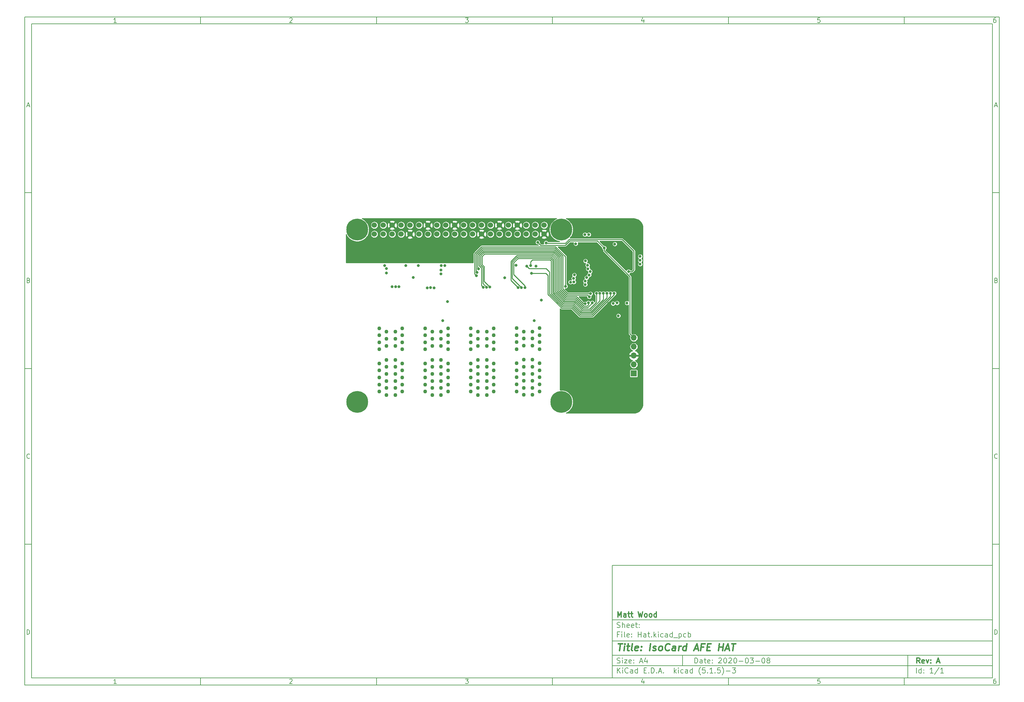
<source format=gbr>
G04 #@! TF.GenerationSoftware,KiCad,Pcbnew,(5.1.5)-3*
G04 #@! TF.CreationDate,2020-03-08T21:12:26+00:00*
G04 #@! TF.ProjectId,Hat,4861742e-6b69-4636-9164-5f7063625858,A*
G04 #@! TF.SameCoordinates,Original*
G04 #@! TF.FileFunction,Copper,L3,Inr*
G04 #@! TF.FilePolarity,Positive*
%FSLAX46Y46*%
G04 Gerber Fmt 4.6, Leading zero omitted, Abs format (unit mm)*
G04 Created by KiCad (PCBNEW (5.1.5)-3) date 2020-03-08 21:12:26*
%MOMM*%
%LPD*%
G04 APERTURE LIST*
%ADD10C,0.100000*%
%ADD11C,0.150000*%
%ADD12C,0.300000*%
%ADD13C,0.400000*%
%ADD14C,1.100000*%
%ADD15C,6.200000*%
%ADD16C,1.524000*%
%ADD17R,1.700000X1.700000*%
%ADD18O,1.700000X1.700000*%
%ADD19C,0.800000*%
%ADD20C,0.250000*%
%ADD21C,0.254000*%
G04 APERTURE END LIST*
D10*
D11*
X177002200Y-166007200D02*
X177002200Y-198007200D01*
X285002200Y-198007200D01*
X285002200Y-166007200D01*
X177002200Y-166007200D01*
D10*
D11*
X10000000Y-10000000D02*
X10000000Y-200007200D01*
X287002200Y-200007200D01*
X287002200Y-10000000D01*
X10000000Y-10000000D01*
D10*
D11*
X12000000Y-12000000D02*
X12000000Y-198007200D01*
X285002200Y-198007200D01*
X285002200Y-12000000D01*
X12000000Y-12000000D01*
D10*
D11*
X60000000Y-12000000D02*
X60000000Y-10000000D01*
D10*
D11*
X110000000Y-12000000D02*
X110000000Y-10000000D01*
D10*
D11*
X160000000Y-12000000D02*
X160000000Y-10000000D01*
D10*
D11*
X210000000Y-12000000D02*
X210000000Y-10000000D01*
D10*
D11*
X260000000Y-12000000D02*
X260000000Y-10000000D01*
D10*
D11*
X36065476Y-11588095D02*
X35322619Y-11588095D01*
X35694047Y-11588095D02*
X35694047Y-10288095D01*
X35570238Y-10473809D01*
X35446428Y-10597619D01*
X35322619Y-10659523D01*
D10*
D11*
X85322619Y-10411904D02*
X85384523Y-10350000D01*
X85508333Y-10288095D01*
X85817857Y-10288095D01*
X85941666Y-10350000D01*
X86003571Y-10411904D01*
X86065476Y-10535714D01*
X86065476Y-10659523D01*
X86003571Y-10845238D01*
X85260714Y-11588095D01*
X86065476Y-11588095D01*
D10*
D11*
X135260714Y-10288095D02*
X136065476Y-10288095D01*
X135632142Y-10783333D01*
X135817857Y-10783333D01*
X135941666Y-10845238D01*
X136003571Y-10907142D01*
X136065476Y-11030952D01*
X136065476Y-11340476D01*
X136003571Y-11464285D01*
X135941666Y-11526190D01*
X135817857Y-11588095D01*
X135446428Y-11588095D01*
X135322619Y-11526190D01*
X135260714Y-11464285D01*
D10*
D11*
X185941666Y-10721428D02*
X185941666Y-11588095D01*
X185632142Y-10226190D02*
X185322619Y-11154761D01*
X186127380Y-11154761D01*
D10*
D11*
X236003571Y-10288095D02*
X235384523Y-10288095D01*
X235322619Y-10907142D01*
X235384523Y-10845238D01*
X235508333Y-10783333D01*
X235817857Y-10783333D01*
X235941666Y-10845238D01*
X236003571Y-10907142D01*
X236065476Y-11030952D01*
X236065476Y-11340476D01*
X236003571Y-11464285D01*
X235941666Y-11526190D01*
X235817857Y-11588095D01*
X235508333Y-11588095D01*
X235384523Y-11526190D01*
X235322619Y-11464285D01*
D10*
D11*
X285941666Y-10288095D02*
X285694047Y-10288095D01*
X285570238Y-10350000D01*
X285508333Y-10411904D01*
X285384523Y-10597619D01*
X285322619Y-10845238D01*
X285322619Y-11340476D01*
X285384523Y-11464285D01*
X285446428Y-11526190D01*
X285570238Y-11588095D01*
X285817857Y-11588095D01*
X285941666Y-11526190D01*
X286003571Y-11464285D01*
X286065476Y-11340476D01*
X286065476Y-11030952D01*
X286003571Y-10907142D01*
X285941666Y-10845238D01*
X285817857Y-10783333D01*
X285570238Y-10783333D01*
X285446428Y-10845238D01*
X285384523Y-10907142D01*
X285322619Y-11030952D01*
D10*
D11*
X60000000Y-198007200D02*
X60000000Y-200007200D01*
D10*
D11*
X110000000Y-198007200D02*
X110000000Y-200007200D01*
D10*
D11*
X160000000Y-198007200D02*
X160000000Y-200007200D01*
D10*
D11*
X210000000Y-198007200D02*
X210000000Y-200007200D01*
D10*
D11*
X260000000Y-198007200D02*
X260000000Y-200007200D01*
D10*
D11*
X36065476Y-199595295D02*
X35322619Y-199595295D01*
X35694047Y-199595295D02*
X35694047Y-198295295D01*
X35570238Y-198481009D01*
X35446428Y-198604819D01*
X35322619Y-198666723D01*
D10*
D11*
X85322619Y-198419104D02*
X85384523Y-198357200D01*
X85508333Y-198295295D01*
X85817857Y-198295295D01*
X85941666Y-198357200D01*
X86003571Y-198419104D01*
X86065476Y-198542914D01*
X86065476Y-198666723D01*
X86003571Y-198852438D01*
X85260714Y-199595295D01*
X86065476Y-199595295D01*
D10*
D11*
X135260714Y-198295295D02*
X136065476Y-198295295D01*
X135632142Y-198790533D01*
X135817857Y-198790533D01*
X135941666Y-198852438D01*
X136003571Y-198914342D01*
X136065476Y-199038152D01*
X136065476Y-199347676D01*
X136003571Y-199471485D01*
X135941666Y-199533390D01*
X135817857Y-199595295D01*
X135446428Y-199595295D01*
X135322619Y-199533390D01*
X135260714Y-199471485D01*
D10*
D11*
X185941666Y-198728628D02*
X185941666Y-199595295D01*
X185632142Y-198233390D02*
X185322619Y-199161961D01*
X186127380Y-199161961D01*
D10*
D11*
X236003571Y-198295295D02*
X235384523Y-198295295D01*
X235322619Y-198914342D01*
X235384523Y-198852438D01*
X235508333Y-198790533D01*
X235817857Y-198790533D01*
X235941666Y-198852438D01*
X236003571Y-198914342D01*
X236065476Y-199038152D01*
X236065476Y-199347676D01*
X236003571Y-199471485D01*
X235941666Y-199533390D01*
X235817857Y-199595295D01*
X235508333Y-199595295D01*
X235384523Y-199533390D01*
X235322619Y-199471485D01*
D10*
D11*
X285941666Y-198295295D02*
X285694047Y-198295295D01*
X285570238Y-198357200D01*
X285508333Y-198419104D01*
X285384523Y-198604819D01*
X285322619Y-198852438D01*
X285322619Y-199347676D01*
X285384523Y-199471485D01*
X285446428Y-199533390D01*
X285570238Y-199595295D01*
X285817857Y-199595295D01*
X285941666Y-199533390D01*
X286003571Y-199471485D01*
X286065476Y-199347676D01*
X286065476Y-199038152D01*
X286003571Y-198914342D01*
X285941666Y-198852438D01*
X285817857Y-198790533D01*
X285570238Y-198790533D01*
X285446428Y-198852438D01*
X285384523Y-198914342D01*
X285322619Y-199038152D01*
D10*
D11*
X10000000Y-60000000D02*
X12000000Y-60000000D01*
D10*
D11*
X10000000Y-110000000D02*
X12000000Y-110000000D01*
D10*
D11*
X10000000Y-160000000D02*
X12000000Y-160000000D01*
D10*
D11*
X10690476Y-35216666D02*
X11309523Y-35216666D01*
X10566666Y-35588095D02*
X11000000Y-34288095D01*
X11433333Y-35588095D01*
D10*
D11*
X11092857Y-84907142D02*
X11278571Y-84969047D01*
X11340476Y-85030952D01*
X11402380Y-85154761D01*
X11402380Y-85340476D01*
X11340476Y-85464285D01*
X11278571Y-85526190D01*
X11154761Y-85588095D01*
X10659523Y-85588095D01*
X10659523Y-84288095D01*
X11092857Y-84288095D01*
X11216666Y-84350000D01*
X11278571Y-84411904D01*
X11340476Y-84535714D01*
X11340476Y-84659523D01*
X11278571Y-84783333D01*
X11216666Y-84845238D01*
X11092857Y-84907142D01*
X10659523Y-84907142D01*
D10*
D11*
X11402380Y-135464285D02*
X11340476Y-135526190D01*
X11154761Y-135588095D01*
X11030952Y-135588095D01*
X10845238Y-135526190D01*
X10721428Y-135402380D01*
X10659523Y-135278571D01*
X10597619Y-135030952D01*
X10597619Y-134845238D01*
X10659523Y-134597619D01*
X10721428Y-134473809D01*
X10845238Y-134350000D01*
X11030952Y-134288095D01*
X11154761Y-134288095D01*
X11340476Y-134350000D01*
X11402380Y-134411904D01*
D10*
D11*
X10659523Y-185588095D02*
X10659523Y-184288095D01*
X10969047Y-184288095D01*
X11154761Y-184350000D01*
X11278571Y-184473809D01*
X11340476Y-184597619D01*
X11402380Y-184845238D01*
X11402380Y-185030952D01*
X11340476Y-185278571D01*
X11278571Y-185402380D01*
X11154761Y-185526190D01*
X10969047Y-185588095D01*
X10659523Y-185588095D01*
D10*
D11*
X287002200Y-60000000D02*
X285002200Y-60000000D01*
D10*
D11*
X287002200Y-110000000D02*
X285002200Y-110000000D01*
D10*
D11*
X287002200Y-160000000D02*
X285002200Y-160000000D01*
D10*
D11*
X285692676Y-35216666D02*
X286311723Y-35216666D01*
X285568866Y-35588095D02*
X286002200Y-34288095D01*
X286435533Y-35588095D01*
D10*
D11*
X286095057Y-84907142D02*
X286280771Y-84969047D01*
X286342676Y-85030952D01*
X286404580Y-85154761D01*
X286404580Y-85340476D01*
X286342676Y-85464285D01*
X286280771Y-85526190D01*
X286156961Y-85588095D01*
X285661723Y-85588095D01*
X285661723Y-84288095D01*
X286095057Y-84288095D01*
X286218866Y-84350000D01*
X286280771Y-84411904D01*
X286342676Y-84535714D01*
X286342676Y-84659523D01*
X286280771Y-84783333D01*
X286218866Y-84845238D01*
X286095057Y-84907142D01*
X285661723Y-84907142D01*
D10*
D11*
X286404580Y-135464285D02*
X286342676Y-135526190D01*
X286156961Y-135588095D01*
X286033152Y-135588095D01*
X285847438Y-135526190D01*
X285723628Y-135402380D01*
X285661723Y-135278571D01*
X285599819Y-135030952D01*
X285599819Y-134845238D01*
X285661723Y-134597619D01*
X285723628Y-134473809D01*
X285847438Y-134350000D01*
X286033152Y-134288095D01*
X286156961Y-134288095D01*
X286342676Y-134350000D01*
X286404580Y-134411904D01*
D10*
D11*
X285661723Y-185588095D02*
X285661723Y-184288095D01*
X285971247Y-184288095D01*
X286156961Y-184350000D01*
X286280771Y-184473809D01*
X286342676Y-184597619D01*
X286404580Y-184845238D01*
X286404580Y-185030952D01*
X286342676Y-185278571D01*
X286280771Y-185402380D01*
X286156961Y-185526190D01*
X285971247Y-185588095D01*
X285661723Y-185588095D01*
D10*
D11*
X200434342Y-193785771D02*
X200434342Y-192285771D01*
X200791485Y-192285771D01*
X201005771Y-192357200D01*
X201148628Y-192500057D01*
X201220057Y-192642914D01*
X201291485Y-192928628D01*
X201291485Y-193142914D01*
X201220057Y-193428628D01*
X201148628Y-193571485D01*
X201005771Y-193714342D01*
X200791485Y-193785771D01*
X200434342Y-193785771D01*
X202577200Y-193785771D02*
X202577200Y-193000057D01*
X202505771Y-192857200D01*
X202362914Y-192785771D01*
X202077200Y-192785771D01*
X201934342Y-192857200D01*
X202577200Y-193714342D02*
X202434342Y-193785771D01*
X202077200Y-193785771D01*
X201934342Y-193714342D01*
X201862914Y-193571485D01*
X201862914Y-193428628D01*
X201934342Y-193285771D01*
X202077200Y-193214342D01*
X202434342Y-193214342D01*
X202577200Y-193142914D01*
X203077200Y-192785771D02*
X203648628Y-192785771D01*
X203291485Y-192285771D02*
X203291485Y-193571485D01*
X203362914Y-193714342D01*
X203505771Y-193785771D01*
X203648628Y-193785771D01*
X204720057Y-193714342D02*
X204577200Y-193785771D01*
X204291485Y-193785771D01*
X204148628Y-193714342D01*
X204077200Y-193571485D01*
X204077200Y-193000057D01*
X204148628Y-192857200D01*
X204291485Y-192785771D01*
X204577200Y-192785771D01*
X204720057Y-192857200D01*
X204791485Y-193000057D01*
X204791485Y-193142914D01*
X204077200Y-193285771D01*
X205434342Y-193642914D02*
X205505771Y-193714342D01*
X205434342Y-193785771D01*
X205362914Y-193714342D01*
X205434342Y-193642914D01*
X205434342Y-193785771D01*
X205434342Y-192857200D02*
X205505771Y-192928628D01*
X205434342Y-193000057D01*
X205362914Y-192928628D01*
X205434342Y-192857200D01*
X205434342Y-193000057D01*
X207220057Y-192428628D02*
X207291485Y-192357200D01*
X207434342Y-192285771D01*
X207791485Y-192285771D01*
X207934342Y-192357200D01*
X208005771Y-192428628D01*
X208077200Y-192571485D01*
X208077200Y-192714342D01*
X208005771Y-192928628D01*
X207148628Y-193785771D01*
X208077200Y-193785771D01*
X209005771Y-192285771D02*
X209148628Y-192285771D01*
X209291485Y-192357200D01*
X209362914Y-192428628D01*
X209434342Y-192571485D01*
X209505771Y-192857200D01*
X209505771Y-193214342D01*
X209434342Y-193500057D01*
X209362914Y-193642914D01*
X209291485Y-193714342D01*
X209148628Y-193785771D01*
X209005771Y-193785771D01*
X208862914Y-193714342D01*
X208791485Y-193642914D01*
X208720057Y-193500057D01*
X208648628Y-193214342D01*
X208648628Y-192857200D01*
X208720057Y-192571485D01*
X208791485Y-192428628D01*
X208862914Y-192357200D01*
X209005771Y-192285771D01*
X210077200Y-192428628D02*
X210148628Y-192357200D01*
X210291485Y-192285771D01*
X210648628Y-192285771D01*
X210791485Y-192357200D01*
X210862914Y-192428628D01*
X210934342Y-192571485D01*
X210934342Y-192714342D01*
X210862914Y-192928628D01*
X210005771Y-193785771D01*
X210934342Y-193785771D01*
X211862914Y-192285771D02*
X212005771Y-192285771D01*
X212148628Y-192357200D01*
X212220057Y-192428628D01*
X212291485Y-192571485D01*
X212362914Y-192857200D01*
X212362914Y-193214342D01*
X212291485Y-193500057D01*
X212220057Y-193642914D01*
X212148628Y-193714342D01*
X212005771Y-193785771D01*
X211862914Y-193785771D01*
X211720057Y-193714342D01*
X211648628Y-193642914D01*
X211577200Y-193500057D01*
X211505771Y-193214342D01*
X211505771Y-192857200D01*
X211577200Y-192571485D01*
X211648628Y-192428628D01*
X211720057Y-192357200D01*
X211862914Y-192285771D01*
X213005771Y-193214342D02*
X214148628Y-193214342D01*
X215148628Y-192285771D02*
X215291485Y-192285771D01*
X215434342Y-192357200D01*
X215505771Y-192428628D01*
X215577200Y-192571485D01*
X215648628Y-192857200D01*
X215648628Y-193214342D01*
X215577200Y-193500057D01*
X215505771Y-193642914D01*
X215434342Y-193714342D01*
X215291485Y-193785771D01*
X215148628Y-193785771D01*
X215005771Y-193714342D01*
X214934342Y-193642914D01*
X214862914Y-193500057D01*
X214791485Y-193214342D01*
X214791485Y-192857200D01*
X214862914Y-192571485D01*
X214934342Y-192428628D01*
X215005771Y-192357200D01*
X215148628Y-192285771D01*
X216148628Y-192285771D02*
X217077200Y-192285771D01*
X216577200Y-192857200D01*
X216791485Y-192857200D01*
X216934342Y-192928628D01*
X217005771Y-193000057D01*
X217077200Y-193142914D01*
X217077200Y-193500057D01*
X217005771Y-193642914D01*
X216934342Y-193714342D01*
X216791485Y-193785771D01*
X216362914Y-193785771D01*
X216220057Y-193714342D01*
X216148628Y-193642914D01*
X217720057Y-193214342D02*
X218862914Y-193214342D01*
X219862914Y-192285771D02*
X220005771Y-192285771D01*
X220148628Y-192357200D01*
X220220057Y-192428628D01*
X220291485Y-192571485D01*
X220362914Y-192857200D01*
X220362914Y-193214342D01*
X220291485Y-193500057D01*
X220220057Y-193642914D01*
X220148628Y-193714342D01*
X220005771Y-193785771D01*
X219862914Y-193785771D01*
X219720057Y-193714342D01*
X219648628Y-193642914D01*
X219577200Y-193500057D01*
X219505771Y-193214342D01*
X219505771Y-192857200D01*
X219577200Y-192571485D01*
X219648628Y-192428628D01*
X219720057Y-192357200D01*
X219862914Y-192285771D01*
X221220057Y-192928628D02*
X221077200Y-192857200D01*
X221005771Y-192785771D01*
X220934342Y-192642914D01*
X220934342Y-192571485D01*
X221005771Y-192428628D01*
X221077200Y-192357200D01*
X221220057Y-192285771D01*
X221505771Y-192285771D01*
X221648628Y-192357200D01*
X221720057Y-192428628D01*
X221791485Y-192571485D01*
X221791485Y-192642914D01*
X221720057Y-192785771D01*
X221648628Y-192857200D01*
X221505771Y-192928628D01*
X221220057Y-192928628D01*
X221077200Y-193000057D01*
X221005771Y-193071485D01*
X220934342Y-193214342D01*
X220934342Y-193500057D01*
X221005771Y-193642914D01*
X221077200Y-193714342D01*
X221220057Y-193785771D01*
X221505771Y-193785771D01*
X221648628Y-193714342D01*
X221720057Y-193642914D01*
X221791485Y-193500057D01*
X221791485Y-193214342D01*
X221720057Y-193071485D01*
X221648628Y-193000057D01*
X221505771Y-192928628D01*
D10*
D11*
X177002200Y-194507200D02*
X285002200Y-194507200D01*
D10*
D11*
X178434342Y-196585771D02*
X178434342Y-195085771D01*
X179291485Y-196585771D02*
X178648628Y-195728628D01*
X179291485Y-195085771D02*
X178434342Y-195942914D01*
X179934342Y-196585771D02*
X179934342Y-195585771D01*
X179934342Y-195085771D02*
X179862914Y-195157200D01*
X179934342Y-195228628D01*
X180005771Y-195157200D01*
X179934342Y-195085771D01*
X179934342Y-195228628D01*
X181505771Y-196442914D02*
X181434342Y-196514342D01*
X181220057Y-196585771D01*
X181077200Y-196585771D01*
X180862914Y-196514342D01*
X180720057Y-196371485D01*
X180648628Y-196228628D01*
X180577200Y-195942914D01*
X180577200Y-195728628D01*
X180648628Y-195442914D01*
X180720057Y-195300057D01*
X180862914Y-195157200D01*
X181077200Y-195085771D01*
X181220057Y-195085771D01*
X181434342Y-195157200D01*
X181505771Y-195228628D01*
X182791485Y-196585771D02*
X182791485Y-195800057D01*
X182720057Y-195657200D01*
X182577200Y-195585771D01*
X182291485Y-195585771D01*
X182148628Y-195657200D01*
X182791485Y-196514342D02*
X182648628Y-196585771D01*
X182291485Y-196585771D01*
X182148628Y-196514342D01*
X182077200Y-196371485D01*
X182077200Y-196228628D01*
X182148628Y-196085771D01*
X182291485Y-196014342D01*
X182648628Y-196014342D01*
X182791485Y-195942914D01*
X184148628Y-196585771D02*
X184148628Y-195085771D01*
X184148628Y-196514342D02*
X184005771Y-196585771D01*
X183720057Y-196585771D01*
X183577200Y-196514342D01*
X183505771Y-196442914D01*
X183434342Y-196300057D01*
X183434342Y-195871485D01*
X183505771Y-195728628D01*
X183577200Y-195657200D01*
X183720057Y-195585771D01*
X184005771Y-195585771D01*
X184148628Y-195657200D01*
X186005771Y-195800057D02*
X186505771Y-195800057D01*
X186720057Y-196585771D02*
X186005771Y-196585771D01*
X186005771Y-195085771D01*
X186720057Y-195085771D01*
X187362914Y-196442914D02*
X187434342Y-196514342D01*
X187362914Y-196585771D01*
X187291485Y-196514342D01*
X187362914Y-196442914D01*
X187362914Y-196585771D01*
X188077200Y-196585771D02*
X188077200Y-195085771D01*
X188434342Y-195085771D01*
X188648628Y-195157200D01*
X188791485Y-195300057D01*
X188862914Y-195442914D01*
X188934342Y-195728628D01*
X188934342Y-195942914D01*
X188862914Y-196228628D01*
X188791485Y-196371485D01*
X188648628Y-196514342D01*
X188434342Y-196585771D01*
X188077200Y-196585771D01*
X189577200Y-196442914D02*
X189648628Y-196514342D01*
X189577200Y-196585771D01*
X189505771Y-196514342D01*
X189577200Y-196442914D01*
X189577200Y-196585771D01*
X190220057Y-196157200D02*
X190934342Y-196157200D01*
X190077200Y-196585771D02*
X190577200Y-195085771D01*
X191077200Y-196585771D01*
X191577200Y-196442914D02*
X191648628Y-196514342D01*
X191577200Y-196585771D01*
X191505771Y-196514342D01*
X191577200Y-196442914D01*
X191577200Y-196585771D01*
X194577200Y-196585771D02*
X194577200Y-195085771D01*
X194720057Y-196014342D02*
X195148628Y-196585771D01*
X195148628Y-195585771D02*
X194577200Y-196157200D01*
X195791485Y-196585771D02*
X195791485Y-195585771D01*
X195791485Y-195085771D02*
X195720057Y-195157200D01*
X195791485Y-195228628D01*
X195862914Y-195157200D01*
X195791485Y-195085771D01*
X195791485Y-195228628D01*
X197148628Y-196514342D02*
X197005771Y-196585771D01*
X196720057Y-196585771D01*
X196577200Y-196514342D01*
X196505771Y-196442914D01*
X196434342Y-196300057D01*
X196434342Y-195871485D01*
X196505771Y-195728628D01*
X196577200Y-195657200D01*
X196720057Y-195585771D01*
X197005771Y-195585771D01*
X197148628Y-195657200D01*
X198434342Y-196585771D02*
X198434342Y-195800057D01*
X198362914Y-195657200D01*
X198220057Y-195585771D01*
X197934342Y-195585771D01*
X197791485Y-195657200D01*
X198434342Y-196514342D02*
X198291485Y-196585771D01*
X197934342Y-196585771D01*
X197791485Y-196514342D01*
X197720057Y-196371485D01*
X197720057Y-196228628D01*
X197791485Y-196085771D01*
X197934342Y-196014342D01*
X198291485Y-196014342D01*
X198434342Y-195942914D01*
X199791485Y-196585771D02*
X199791485Y-195085771D01*
X199791485Y-196514342D02*
X199648628Y-196585771D01*
X199362914Y-196585771D01*
X199220057Y-196514342D01*
X199148628Y-196442914D01*
X199077200Y-196300057D01*
X199077200Y-195871485D01*
X199148628Y-195728628D01*
X199220057Y-195657200D01*
X199362914Y-195585771D01*
X199648628Y-195585771D01*
X199791485Y-195657200D01*
X202077200Y-197157200D02*
X202005771Y-197085771D01*
X201862914Y-196871485D01*
X201791485Y-196728628D01*
X201720057Y-196514342D01*
X201648628Y-196157200D01*
X201648628Y-195871485D01*
X201720057Y-195514342D01*
X201791485Y-195300057D01*
X201862914Y-195157200D01*
X202005771Y-194942914D01*
X202077200Y-194871485D01*
X203362914Y-195085771D02*
X202648628Y-195085771D01*
X202577200Y-195800057D01*
X202648628Y-195728628D01*
X202791485Y-195657200D01*
X203148628Y-195657200D01*
X203291485Y-195728628D01*
X203362914Y-195800057D01*
X203434342Y-195942914D01*
X203434342Y-196300057D01*
X203362914Y-196442914D01*
X203291485Y-196514342D01*
X203148628Y-196585771D01*
X202791485Y-196585771D01*
X202648628Y-196514342D01*
X202577200Y-196442914D01*
X204077200Y-196442914D02*
X204148628Y-196514342D01*
X204077200Y-196585771D01*
X204005771Y-196514342D01*
X204077200Y-196442914D01*
X204077200Y-196585771D01*
X205577200Y-196585771D02*
X204720057Y-196585771D01*
X205148628Y-196585771D02*
X205148628Y-195085771D01*
X205005771Y-195300057D01*
X204862914Y-195442914D01*
X204720057Y-195514342D01*
X206220057Y-196442914D02*
X206291485Y-196514342D01*
X206220057Y-196585771D01*
X206148628Y-196514342D01*
X206220057Y-196442914D01*
X206220057Y-196585771D01*
X207648628Y-195085771D02*
X206934342Y-195085771D01*
X206862914Y-195800057D01*
X206934342Y-195728628D01*
X207077200Y-195657200D01*
X207434342Y-195657200D01*
X207577200Y-195728628D01*
X207648628Y-195800057D01*
X207720057Y-195942914D01*
X207720057Y-196300057D01*
X207648628Y-196442914D01*
X207577200Y-196514342D01*
X207434342Y-196585771D01*
X207077200Y-196585771D01*
X206934342Y-196514342D01*
X206862914Y-196442914D01*
X208220057Y-197157200D02*
X208291485Y-197085771D01*
X208434342Y-196871485D01*
X208505771Y-196728628D01*
X208577200Y-196514342D01*
X208648628Y-196157200D01*
X208648628Y-195871485D01*
X208577200Y-195514342D01*
X208505771Y-195300057D01*
X208434342Y-195157200D01*
X208291485Y-194942914D01*
X208220057Y-194871485D01*
X209362914Y-196014342D02*
X210505771Y-196014342D01*
X211077200Y-195085771D02*
X212005771Y-195085771D01*
X211505771Y-195657200D01*
X211720057Y-195657200D01*
X211862914Y-195728628D01*
X211934342Y-195800057D01*
X212005771Y-195942914D01*
X212005771Y-196300057D01*
X211934342Y-196442914D01*
X211862914Y-196514342D01*
X211720057Y-196585771D01*
X211291485Y-196585771D01*
X211148628Y-196514342D01*
X211077200Y-196442914D01*
D10*
D11*
X177002200Y-191507200D02*
X285002200Y-191507200D01*
D10*
D12*
X264411485Y-193785771D02*
X263911485Y-193071485D01*
X263554342Y-193785771D02*
X263554342Y-192285771D01*
X264125771Y-192285771D01*
X264268628Y-192357200D01*
X264340057Y-192428628D01*
X264411485Y-192571485D01*
X264411485Y-192785771D01*
X264340057Y-192928628D01*
X264268628Y-193000057D01*
X264125771Y-193071485D01*
X263554342Y-193071485D01*
X265625771Y-193714342D02*
X265482914Y-193785771D01*
X265197200Y-193785771D01*
X265054342Y-193714342D01*
X264982914Y-193571485D01*
X264982914Y-193000057D01*
X265054342Y-192857200D01*
X265197200Y-192785771D01*
X265482914Y-192785771D01*
X265625771Y-192857200D01*
X265697200Y-193000057D01*
X265697200Y-193142914D01*
X264982914Y-193285771D01*
X266197200Y-192785771D02*
X266554342Y-193785771D01*
X266911485Y-192785771D01*
X267482914Y-193642914D02*
X267554342Y-193714342D01*
X267482914Y-193785771D01*
X267411485Y-193714342D01*
X267482914Y-193642914D01*
X267482914Y-193785771D01*
X267482914Y-192857200D02*
X267554342Y-192928628D01*
X267482914Y-193000057D01*
X267411485Y-192928628D01*
X267482914Y-192857200D01*
X267482914Y-193000057D01*
X269268628Y-193357200D02*
X269982914Y-193357200D01*
X269125771Y-193785771D02*
X269625771Y-192285771D01*
X270125771Y-193785771D01*
D10*
D11*
X178362914Y-193714342D02*
X178577200Y-193785771D01*
X178934342Y-193785771D01*
X179077200Y-193714342D01*
X179148628Y-193642914D01*
X179220057Y-193500057D01*
X179220057Y-193357200D01*
X179148628Y-193214342D01*
X179077200Y-193142914D01*
X178934342Y-193071485D01*
X178648628Y-193000057D01*
X178505771Y-192928628D01*
X178434342Y-192857200D01*
X178362914Y-192714342D01*
X178362914Y-192571485D01*
X178434342Y-192428628D01*
X178505771Y-192357200D01*
X178648628Y-192285771D01*
X179005771Y-192285771D01*
X179220057Y-192357200D01*
X179862914Y-193785771D02*
X179862914Y-192785771D01*
X179862914Y-192285771D02*
X179791485Y-192357200D01*
X179862914Y-192428628D01*
X179934342Y-192357200D01*
X179862914Y-192285771D01*
X179862914Y-192428628D01*
X180434342Y-192785771D02*
X181220057Y-192785771D01*
X180434342Y-193785771D01*
X181220057Y-193785771D01*
X182362914Y-193714342D02*
X182220057Y-193785771D01*
X181934342Y-193785771D01*
X181791485Y-193714342D01*
X181720057Y-193571485D01*
X181720057Y-193000057D01*
X181791485Y-192857200D01*
X181934342Y-192785771D01*
X182220057Y-192785771D01*
X182362914Y-192857200D01*
X182434342Y-193000057D01*
X182434342Y-193142914D01*
X181720057Y-193285771D01*
X183077200Y-193642914D02*
X183148628Y-193714342D01*
X183077200Y-193785771D01*
X183005771Y-193714342D01*
X183077200Y-193642914D01*
X183077200Y-193785771D01*
X183077200Y-192857200D02*
X183148628Y-192928628D01*
X183077200Y-193000057D01*
X183005771Y-192928628D01*
X183077200Y-192857200D01*
X183077200Y-193000057D01*
X184862914Y-193357200D02*
X185577200Y-193357200D01*
X184720057Y-193785771D02*
X185220057Y-192285771D01*
X185720057Y-193785771D01*
X186862914Y-192785771D02*
X186862914Y-193785771D01*
X186505771Y-192214342D02*
X186148628Y-193285771D01*
X187077200Y-193285771D01*
D10*
D11*
X263434342Y-196585771D02*
X263434342Y-195085771D01*
X264791485Y-196585771D02*
X264791485Y-195085771D01*
X264791485Y-196514342D02*
X264648628Y-196585771D01*
X264362914Y-196585771D01*
X264220057Y-196514342D01*
X264148628Y-196442914D01*
X264077200Y-196300057D01*
X264077200Y-195871485D01*
X264148628Y-195728628D01*
X264220057Y-195657200D01*
X264362914Y-195585771D01*
X264648628Y-195585771D01*
X264791485Y-195657200D01*
X265505771Y-196442914D02*
X265577200Y-196514342D01*
X265505771Y-196585771D01*
X265434342Y-196514342D01*
X265505771Y-196442914D01*
X265505771Y-196585771D01*
X265505771Y-195657200D02*
X265577200Y-195728628D01*
X265505771Y-195800057D01*
X265434342Y-195728628D01*
X265505771Y-195657200D01*
X265505771Y-195800057D01*
X268148628Y-196585771D02*
X267291485Y-196585771D01*
X267720057Y-196585771D02*
X267720057Y-195085771D01*
X267577200Y-195300057D01*
X267434342Y-195442914D01*
X267291485Y-195514342D01*
X269862914Y-195014342D02*
X268577200Y-196942914D01*
X271148628Y-196585771D02*
X270291485Y-196585771D01*
X270720057Y-196585771D02*
X270720057Y-195085771D01*
X270577200Y-195300057D01*
X270434342Y-195442914D01*
X270291485Y-195514342D01*
D10*
D11*
X177002200Y-187507200D02*
X285002200Y-187507200D01*
D10*
D13*
X178714580Y-188211961D02*
X179857438Y-188211961D01*
X179036009Y-190211961D02*
X179286009Y-188211961D01*
X180274104Y-190211961D02*
X180440771Y-188878628D01*
X180524104Y-188211961D02*
X180416961Y-188307200D01*
X180500295Y-188402438D01*
X180607438Y-188307200D01*
X180524104Y-188211961D01*
X180500295Y-188402438D01*
X181107438Y-188878628D02*
X181869342Y-188878628D01*
X181476485Y-188211961D02*
X181262200Y-189926247D01*
X181333628Y-190116723D01*
X181512200Y-190211961D01*
X181702676Y-190211961D01*
X182655057Y-190211961D02*
X182476485Y-190116723D01*
X182405057Y-189926247D01*
X182619342Y-188211961D01*
X184190771Y-190116723D02*
X183988390Y-190211961D01*
X183607438Y-190211961D01*
X183428866Y-190116723D01*
X183357438Y-189926247D01*
X183452676Y-189164342D01*
X183571723Y-188973866D01*
X183774104Y-188878628D01*
X184155057Y-188878628D01*
X184333628Y-188973866D01*
X184405057Y-189164342D01*
X184381247Y-189354819D01*
X183405057Y-189545295D01*
X185155057Y-190021485D02*
X185238390Y-190116723D01*
X185131247Y-190211961D01*
X185047914Y-190116723D01*
X185155057Y-190021485D01*
X185131247Y-190211961D01*
X185286009Y-188973866D02*
X185369342Y-189069104D01*
X185262200Y-189164342D01*
X185178866Y-189069104D01*
X185286009Y-188973866D01*
X185262200Y-189164342D01*
X187607438Y-190211961D02*
X187857438Y-188211961D01*
X188476485Y-190116723D02*
X188655057Y-190211961D01*
X189036009Y-190211961D01*
X189238390Y-190116723D01*
X189357438Y-189926247D01*
X189369342Y-189831009D01*
X189297914Y-189640533D01*
X189119342Y-189545295D01*
X188833628Y-189545295D01*
X188655057Y-189450057D01*
X188583628Y-189259580D01*
X188595533Y-189164342D01*
X188714580Y-188973866D01*
X188916961Y-188878628D01*
X189202676Y-188878628D01*
X189381247Y-188973866D01*
X190464580Y-190211961D02*
X190286009Y-190116723D01*
X190202676Y-190021485D01*
X190131247Y-189831009D01*
X190202676Y-189259580D01*
X190321723Y-189069104D01*
X190428866Y-188973866D01*
X190631247Y-188878628D01*
X190916961Y-188878628D01*
X191095533Y-188973866D01*
X191178866Y-189069104D01*
X191250295Y-189259580D01*
X191178866Y-189831009D01*
X191059819Y-190021485D01*
X190952676Y-190116723D01*
X190750295Y-190211961D01*
X190464580Y-190211961D01*
X193155057Y-190021485D02*
X193047914Y-190116723D01*
X192750295Y-190211961D01*
X192559819Y-190211961D01*
X192286009Y-190116723D01*
X192119342Y-189926247D01*
X192047914Y-189735771D01*
X192000295Y-189354819D01*
X192036009Y-189069104D01*
X192178866Y-188688152D01*
X192297914Y-188497676D01*
X192512200Y-188307200D01*
X192809819Y-188211961D01*
X193000295Y-188211961D01*
X193274104Y-188307200D01*
X193357438Y-188402438D01*
X194845533Y-190211961D02*
X194976485Y-189164342D01*
X194905057Y-188973866D01*
X194726485Y-188878628D01*
X194345533Y-188878628D01*
X194143152Y-188973866D01*
X194857438Y-190116723D02*
X194655057Y-190211961D01*
X194178866Y-190211961D01*
X194000295Y-190116723D01*
X193928866Y-189926247D01*
X193952676Y-189735771D01*
X194071723Y-189545295D01*
X194274104Y-189450057D01*
X194750295Y-189450057D01*
X194952676Y-189354819D01*
X195797914Y-190211961D02*
X195964580Y-188878628D01*
X195916961Y-189259580D02*
X196036009Y-189069104D01*
X196143152Y-188973866D01*
X196345533Y-188878628D01*
X196536009Y-188878628D01*
X197893152Y-190211961D02*
X198143152Y-188211961D01*
X197905057Y-190116723D02*
X197702676Y-190211961D01*
X197321723Y-190211961D01*
X197143152Y-190116723D01*
X197059819Y-190021485D01*
X196988390Y-189831009D01*
X197059819Y-189259580D01*
X197178866Y-189069104D01*
X197286009Y-188973866D01*
X197488390Y-188878628D01*
X197869342Y-188878628D01*
X198047914Y-188973866D01*
X200345533Y-189640533D02*
X201297914Y-189640533D01*
X200083628Y-190211961D02*
X201000295Y-188211961D01*
X201416961Y-190211961D01*
X202881247Y-189164342D02*
X202214580Y-189164342D01*
X202083628Y-190211961D02*
X202333628Y-188211961D01*
X203286009Y-188211961D01*
X203928866Y-189164342D02*
X204595533Y-189164342D01*
X204750295Y-190211961D02*
X203797914Y-190211961D01*
X204047914Y-188211961D01*
X205000295Y-188211961D01*
X207131247Y-190211961D02*
X207381247Y-188211961D01*
X207262200Y-189164342D02*
X208405057Y-189164342D01*
X208274104Y-190211961D02*
X208524104Y-188211961D01*
X209202676Y-189640533D02*
X210155057Y-189640533D01*
X208940771Y-190211961D02*
X209857438Y-188211961D01*
X210274104Y-190211961D01*
X210905057Y-188211961D02*
X212047914Y-188211961D01*
X211226485Y-190211961D02*
X211476485Y-188211961D01*
D10*
D11*
X178934342Y-185600057D02*
X178434342Y-185600057D01*
X178434342Y-186385771D02*
X178434342Y-184885771D01*
X179148628Y-184885771D01*
X179720057Y-186385771D02*
X179720057Y-185385771D01*
X179720057Y-184885771D02*
X179648628Y-184957200D01*
X179720057Y-185028628D01*
X179791485Y-184957200D01*
X179720057Y-184885771D01*
X179720057Y-185028628D01*
X180648628Y-186385771D02*
X180505771Y-186314342D01*
X180434342Y-186171485D01*
X180434342Y-184885771D01*
X181791485Y-186314342D02*
X181648628Y-186385771D01*
X181362914Y-186385771D01*
X181220057Y-186314342D01*
X181148628Y-186171485D01*
X181148628Y-185600057D01*
X181220057Y-185457200D01*
X181362914Y-185385771D01*
X181648628Y-185385771D01*
X181791485Y-185457200D01*
X181862914Y-185600057D01*
X181862914Y-185742914D01*
X181148628Y-185885771D01*
X182505771Y-186242914D02*
X182577200Y-186314342D01*
X182505771Y-186385771D01*
X182434342Y-186314342D01*
X182505771Y-186242914D01*
X182505771Y-186385771D01*
X182505771Y-185457200D02*
X182577200Y-185528628D01*
X182505771Y-185600057D01*
X182434342Y-185528628D01*
X182505771Y-185457200D01*
X182505771Y-185600057D01*
X184362914Y-186385771D02*
X184362914Y-184885771D01*
X184362914Y-185600057D02*
X185220057Y-185600057D01*
X185220057Y-186385771D02*
X185220057Y-184885771D01*
X186577200Y-186385771D02*
X186577200Y-185600057D01*
X186505771Y-185457200D01*
X186362914Y-185385771D01*
X186077200Y-185385771D01*
X185934342Y-185457200D01*
X186577200Y-186314342D02*
X186434342Y-186385771D01*
X186077200Y-186385771D01*
X185934342Y-186314342D01*
X185862914Y-186171485D01*
X185862914Y-186028628D01*
X185934342Y-185885771D01*
X186077200Y-185814342D01*
X186434342Y-185814342D01*
X186577200Y-185742914D01*
X187077200Y-185385771D02*
X187648628Y-185385771D01*
X187291485Y-184885771D02*
X187291485Y-186171485D01*
X187362914Y-186314342D01*
X187505771Y-186385771D01*
X187648628Y-186385771D01*
X188148628Y-186242914D02*
X188220057Y-186314342D01*
X188148628Y-186385771D01*
X188077200Y-186314342D01*
X188148628Y-186242914D01*
X188148628Y-186385771D01*
X188862914Y-186385771D02*
X188862914Y-184885771D01*
X189005771Y-185814342D02*
X189434342Y-186385771D01*
X189434342Y-185385771D02*
X188862914Y-185957200D01*
X190077200Y-186385771D02*
X190077200Y-185385771D01*
X190077200Y-184885771D02*
X190005771Y-184957200D01*
X190077200Y-185028628D01*
X190148628Y-184957200D01*
X190077200Y-184885771D01*
X190077200Y-185028628D01*
X191434342Y-186314342D02*
X191291485Y-186385771D01*
X191005771Y-186385771D01*
X190862914Y-186314342D01*
X190791485Y-186242914D01*
X190720057Y-186100057D01*
X190720057Y-185671485D01*
X190791485Y-185528628D01*
X190862914Y-185457200D01*
X191005771Y-185385771D01*
X191291485Y-185385771D01*
X191434342Y-185457200D01*
X192720057Y-186385771D02*
X192720057Y-185600057D01*
X192648628Y-185457200D01*
X192505771Y-185385771D01*
X192220057Y-185385771D01*
X192077200Y-185457200D01*
X192720057Y-186314342D02*
X192577200Y-186385771D01*
X192220057Y-186385771D01*
X192077200Y-186314342D01*
X192005771Y-186171485D01*
X192005771Y-186028628D01*
X192077200Y-185885771D01*
X192220057Y-185814342D01*
X192577200Y-185814342D01*
X192720057Y-185742914D01*
X194077200Y-186385771D02*
X194077200Y-184885771D01*
X194077200Y-186314342D02*
X193934342Y-186385771D01*
X193648628Y-186385771D01*
X193505771Y-186314342D01*
X193434342Y-186242914D01*
X193362914Y-186100057D01*
X193362914Y-185671485D01*
X193434342Y-185528628D01*
X193505771Y-185457200D01*
X193648628Y-185385771D01*
X193934342Y-185385771D01*
X194077200Y-185457200D01*
X194434342Y-186528628D02*
X195577200Y-186528628D01*
X195934342Y-185385771D02*
X195934342Y-186885771D01*
X195934342Y-185457200D02*
X196077200Y-185385771D01*
X196362914Y-185385771D01*
X196505771Y-185457200D01*
X196577200Y-185528628D01*
X196648628Y-185671485D01*
X196648628Y-186100057D01*
X196577200Y-186242914D01*
X196505771Y-186314342D01*
X196362914Y-186385771D01*
X196077200Y-186385771D01*
X195934342Y-186314342D01*
X197934342Y-186314342D02*
X197791485Y-186385771D01*
X197505771Y-186385771D01*
X197362914Y-186314342D01*
X197291485Y-186242914D01*
X197220057Y-186100057D01*
X197220057Y-185671485D01*
X197291485Y-185528628D01*
X197362914Y-185457200D01*
X197505771Y-185385771D01*
X197791485Y-185385771D01*
X197934342Y-185457200D01*
X198577200Y-186385771D02*
X198577200Y-184885771D01*
X198577200Y-185457200D02*
X198720057Y-185385771D01*
X199005771Y-185385771D01*
X199148628Y-185457200D01*
X199220057Y-185528628D01*
X199291485Y-185671485D01*
X199291485Y-186100057D01*
X199220057Y-186242914D01*
X199148628Y-186314342D01*
X199005771Y-186385771D01*
X198720057Y-186385771D01*
X198577200Y-186314342D01*
D10*
D11*
X177002200Y-181507200D02*
X285002200Y-181507200D01*
D10*
D11*
X178362914Y-183614342D02*
X178577200Y-183685771D01*
X178934342Y-183685771D01*
X179077200Y-183614342D01*
X179148628Y-183542914D01*
X179220057Y-183400057D01*
X179220057Y-183257200D01*
X179148628Y-183114342D01*
X179077200Y-183042914D01*
X178934342Y-182971485D01*
X178648628Y-182900057D01*
X178505771Y-182828628D01*
X178434342Y-182757200D01*
X178362914Y-182614342D01*
X178362914Y-182471485D01*
X178434342Y-182328628D01*
X178505771Y-182257200D01*
X178648628Y-182185771D01*
X179005771Y-182185771D01*
X179220057Y-182257200D01*
X179862914Y-183685771D02*
X179862914Y-182185771D01*
X180505771Y-183685771D02*
X180505771Y-182900057D01*
X180434342Y-182757200D01*
X180291485Y-182685771D01*
X180077200Y-182685771D01*
X179934342Y-182757200D01*
X179862914Y-182828628D01*
X181791485Y-183614342D02*
X181648628Y-183685771D01*
X181362914Y-183685771D01*
X181220057Y-183614342D01*
X181148628Y-183471485D01*
X181148628Y-182900057D01*
X181220057Y-182757200D01*
X181362914Y-182685771D01*
X181648628Y-182685771D01*
X181791485Y-182757200D01*
X181862914Y-182900057D01*
X181862914Y-183042914D01*
X181148628Y-183185771D01*
X183077200Y-183614342D02*
X182934342Y-183685771D01*
X182648628Y-183685771D01*
X182505771Y-183614342D01*
X182434342Y-183471485D01*
X182434342Y-182900057D01*
X182505771Y-182757200D01*
X182648628Y-182685771D01*
X182934342Y-182685771D01*
X183077200Y-182757200D01*
X183148628Y-182900057D01*
X183148628Y-183042914D01*
X182434342Y-183185771D01*
X183577200Y-182685771D02*
X184148628Y-182685771D01*
X183791485Y-182185771D02*
X183791485Y-183471485D01*
X183862914Y-183614342D01*
X184005771Y-183685771D01*
X184148628Y-183685771D01*
X184648628Y-183542914D02*
X184720057Y-183614342D01*
X184648628Y-183685771D01*
X184577200Y-183614342D01*
X184648628Y-183542914D01*
X184648628Y-183685771D01*
X184648628Y-182757200D02*
X184720057Y-182828628D01*
X184648628Y-182900057D01*
X184577200Y-182828628D01*
X184648628Y-182757200D01*
X184648628Y-182900057D01*
D10*
D12*
X178554342Y-180685771D02*
X178554342Y-179185771D01*
X179054342Y-180257200D01*
X179554342Y-179185771D01*
X179554342Y-180685771D01*
X180911485Y-180685771D02*
X180911485Y-179900057D01*
X180840057Y-179757200D01*
X180697200Y-179685771D01*
X180411485Y-179685771D01*
X180268628Y-179757200D01*
X180911485Y-180614342D02*
X180768628Y-180685771D01*
X180411485Y-180685771D01*
X180268628Y-180614342D01*
X180197200Y-180471485D01*
X180197200Y-180328628D01*
X180268628Y-180185771D01*
X180411485Y-180114342D01*
X180768628Y-180114342D01*
X180911485Y-180042914D01*
X181411485Y-179685771D02*
X181982914Y-179685771D01*
X181625771Y-179185771D02*
X181625771Y-180471485D01*
X181697200Y-180614342D01*
X181840057Y-180685771D01*
X181982914Y-180685771D01*
X182268628Y-179685771D02*
X182840057Y-179685771D01*
X182482914Y-179185771D02*
X182482914Y-180471485D01*
X182554342Y-180614342D01*
X182697200Y-180685771D01*
X182840057Y-180685771D01*
X184340057Y-179185771D02*
X184697200Y-180685771D01*
X184982914Y-179614342D01*
X185268628Y-180685771D01*
X185625771Y-179185771D01*
X186411485Y-180685771D02*
X186268628Y-180614342D01*
X186197200Y-180542914D01*
X186125771Y-180400057D01*
X186125771Y-179971485D01*
X186197200Y-179828628D01*
X186268628Y-179757200D01*
X186411485Y-179685771D01*
X186625771Y-179685771D01*
X186768628Y-179757200D01*
X186840057Y-179828628D01*
X186911485Y-179971485D01*
X186911485Y-180400057D01*
X186840057Y-180542914D01*
X186768628Y-180614342D01*
X186625771Y-180685771D01*
X186411485Y-180685771D01*
X187768628Y-180685771D02*
X187625771Y-180614342D01*
X187554342Y-180542914D01*
X187482914Y-180400057D01*
X187482914Y-179971485D01*
X187554342Y-179828628D01*
X187625771Y-179757200D01*
X187768628Y-179685771D01*
X187982914Y-179685771D01*
X188125771Y-179757200D01*
X188197200Y-179828628D01*
X188268628Y-179971485D01*
X188268628Y-180400057D01*
X188197200Y-180542914D01*
X188125771Y-180614342D01*
X187982914Y-180685771D01*
X187768628Y-180685771D01*
X189554342Y-180685771D02*
X189554342Y-179185771D01*
X189554342Y-180614342D02*
X189411485Y-180685771D01*
X189125771Y-180685771D01*
X188982914Y-180614342D01*
X188911485Y-180542914D01*
X188840057Y-180400057D01*
X188840057Y-179971485D01*
X188911485Y-179828628D01*
X188982914Y-179757200D01*
X189125771Y-179685771D01*
X189411485Y-179685771D01*
X189554342Y-179757200D01*
D10*
D11*
X197002200Y-191507200D02*
X197002200Y-194507200D01*
D10*
D11*
X261002200Y-191507200D02*
X261002200Y-198007200D01*
D14*
X138810000Y-117540000D03*
X136810000Y-116540000D03*
X141310000Y-117540000D03*
X143310000Y-116540000D03*
X138810000Y-115540000D03*
X136810000Y-114540000D03*
X141310000Y-115540000D03*
X143310000Y-114540000D03*
X138810000Y-113540000D03*
X136810000Y-112540000D03*
X141310000Y-113540000D03*
X143310000Y-112540000D03*
X138810000Y-111540000D03*
X136810000Y-110540000D03*
X141310000Y-111540000D03*
X143310000Y-110540000D03*
X138810000Y-109540000D03*
X136810000Y-108540000D03*
X141310000Y-109540000D03*
X143310000Y-108540000D03*
X138810000Y-107540000D03*
X141310000Y-107540000D03*
X136810000Y-104540000D03*
X143310000Y-104540000D03*
X138810000Y-103540000D03*
X141310000Y-103540000D03*
X136810000Y-102540000D03*
X143310000Y-102540000D03*
X138810000Y-101540000D03*
X141310000Y-101540000D03*
X136810000Y-100540000D03*
X143310000Y-100540000D03*
X138810000Y-99540000D03*
X141310000Y-99540000D03*
X136810000Y-98540000D03*
X143310000Y-98540000D03*
X112810000Y-117540000D03*
X110810000Y-116540000D03*
X115310000Y-117540000D03*
X117310000Y-116540000D03*
X112810000Y-115540000D03*
X110810000Y-114540000D03*
X115310000Y-115540000D03*
X117310000Y-114540000D03*
X112810000Y-113540000D03*
X110810000Y-112540000D03*
X115310000Y-113540000D03*
X117310000Y-112540000D03*
X112810000Y-111540000D03*
X110810000Y-110540000D03*
X115310000Y-111540000D03*
X117310000Y-110540000D03*
X112810000Y-109540000D03*
X110810000Y-108540000D03*
X115310000Y-109540000D03*
X117310000Y-108540000D03*
X112810000Y-107540000D03*
X115310000Y-107540000D03*
X110810000Y-104540000D03*
X117310000Y-104540000D03*
X112810000Y-103540000D03*
X115310000Y-103540000D03*
X110810000Y-102540000D03*
X117310000Y-102540000D03*
X112810000Y-101540000D03*
X115310000Y-101540000D03*
X110810000Y-100540000D03*
X117310000Y-100540000D03*
X112810000Y-99540000D03*
X115310000Y-99540000D03*
X110810000Y-98540000D03*
X117310000Y-98540000D03*
X125810000Y-117540000D03*
X123810000Y-116540000D03*
X128310000Y-117540000D03*
X130310000Y-116540000D03*
X125810000Y-115540000D03*
X123810000Y-114540000D03*
X128310000Y-115540000D03*
X130310000Y-114540000D03*
X125810000Y-113540000D03*
X123810000Y-112540000D03*
X128310000Y-113540000D03*
X130310000Y-112540000D03*
X125810000Y-111540000D03*
X123810000Y-110540000D03*
X128310000Y-111540000D03*
X130310000Y-110540000D03*
X125810000Y-109540000D03*
X123810000Y-108540000D03*
X128310000Y-109540000D03*
X130310000Y-108540000D03*
X125810000Y-107540000D03*
X128310000Y-107540000D03*
X123810000Y-104540000D03*
X130310000Y-104540000D03*
X125810000Y-103540000D03*
X128310000Y-103540000D03*
X123810000Y-102540000D03*
X130310000Y-102540000D03*
X125810000Y-101540000D03*
X128310000Y-101540000D03*
X123810000Y-100540000D03*
X130310000Y-100540000D03*
X125810000Y-99540000D03*
X128310000Y-99540000D03*
X123810000Y-98540000D03*
X130310000Y-98540000D03*
X151810000Y-117500000D03*
X149810000Y-116500000D03*
X154310000Y-117500000D03*
X156310000Y-116500000D03*
X151810000Y-115500000D03*
X149810000Y-114500000D03*
X154310000Y-115500000D03*
X156310000Y-114500000D03*
X151810000Y-113500000D03*
X149810000Y-112500000D03*
X154310000Y-113500000D03*
X156310000Y-112500000D03*
X151810000Y-111500000D03*
X149810000Y-110500000D03*
X154310000Y-111500000D03*
X156310000Y-110500000D03*
X151810000Y-109500000D03*
X149810000Y-108500000D03*
X154310000Y-109500000D03*
X156310000Y-108500000D03*
X151810000Y-107500000D03*
X154310000Y-107500000D03*
X149810000Y-104500000D03*
X156310000Y-104500000D03*
X151810000Y-103500000D03*
X154310000Y-103500000D03*
X149810000Y-102500000D03*
X156310000Y-102500000D03*
X151810000Y-101500000D03*
X154310000Y-101500000D03*
X149810000Y-100500000D03*
X156310000Y-100500000D03*
X151810000Y-99500000D03*
X154310000Y-99500000D03*
X149810000Y-98500000D03*
X156310000Y-98500000D03*
D15*
X104500000Y-119500000D03*
X162500000Y-119500000D03*
X162500000Y-70500000D03*
X104500000Y-70500000D03*
D16*
X109370000Y-71770000D03*
X111910000Y-71770000D03*
X114450000Y-71770000D03*
X116990000Y-71770000D03*
X119530000Y-71770000D03*
X122070000Y-71770000D03*
X109370000Y-69230000D03*
X111910000Y-69230000D03*
X114450000Y-69230000D03*
X116990000Y-69230000D03*
X119530000Y-69230000D03*
X122070000Y-69230000D03*
X124610000Y-71770000D03*
X124610000Y-69230000D03*
X127150000Y-71770000D03*
X129690000Y-71770000D03*
X132230000Y-71770000D03*
X134770000Y-71770000D03*
X137310000Y-71770000D03*
X139850000Y-71770000D03*
X127150000Y-69230000D03*
X129690000Y-69230000D03*
X132230000Y-69230000D03*
X134770000Y-69230000D03*
X137310000Y-69230000D03*
X139850000Y-69230000D03*
X142390000Y-71770000D03*
X142390000Y-69230000D03*
X144930000Y-71770000D03*
X147470000Y-71770000D03*
X150010000Y-71770000D03*
X152550000Y-71770000D03*
X155090000Y-71770000D03*
X157630000Y-71770000D03*
X144930000Y-69230000D03*
X147470000Y-69230000D03*
X150010000Y-69230000D03*
X152550000Y-69230000D03*
X155090000Y-69230000D03*
X157630000Y-69230000D03*
D17*
X183100000Y-111400000D03*
D18*
X183100000Y-108860000D03*
X183100000Y-106320000D03*
X183100000Y-103780000D03*
X183100000Y-101240000D03*
D19*
X105000000Y-76000000D03*
X113000000Y-76000000D03*
X171500000Y-79500000D03*
X168500000Y-77300000D03*
X146400000Y-84200000D03*
X120400008Y-84100000D03*
X174400000Y-79300000D03*
X168000000Y-75700000D03*
X165400000Y-87600000D03*
X165100000Y-93700000D03*
X171500000Y-97900000D03*
X175100000Y-97900000D03*
X178600000Y-99300000D03*
X179000000Y-112900000D03*
X175300000Y-112700000D03*
X171600000Y-112900000D03*
X172300000Y-86000000D03*
X177100000Y-84400000D03*
X180600000Y-86200000D03*
X176000000Y-91500000D03*
X123200000Y-78200000D03*
X180000000Y-90600000D03*
X172100000Y-69000000D03*
X183000000Y-72400000D03*
X180800000Y-80300000D03*
X184900000Y-80300000D03*
X184900000Y-79200000D03*
X184900000Y-78100000D03*
X166600000Y-74500000D03*
X129400000Y-80700000D03*
X177700000Y-74600000D03*
X155300000Y-80914990D03*
X118300000Y-80700000D03*
X121900000Y-80700000D03*
X149671340Y-80640091D03*
X170300000Y-71900000D03*
X178339946Y-91328805D03*
X169200000Y-71900000D03*
X177200000Y-91500000D03*
X177500000Y-88600000D03*
X154060000Y-82900000D03*
X176500000Y-88600000D03*
X152700000Y-80900000D03*
X175500000Y-88600000D03*
X153800000Y-80700000D03*
X169302063Y-86109749D03*
X128370000Y-80750000D03*
X169280000Y-85150000D03*
X128344029Y-81987990D03*
X169359429Y-79397699D03*
X112300000Y-80700000D03*
X169960276Y-80605923D03*
X112800000Y-81600000D03*
X170062655Y-81637336D03*
X112800000Y-82799992D03*
X128300000Y-83100000D03*
X165098698Y-85436302D03*
X138389806Y-83585547D03*
X163700000Y-86600000D03*
X170444286Y-89591678D03*
X138995010Y-81674785D03*
X170800000Y-88700000D03*
X138585000Y-82625608D03*
X174700000Y-75700000D03*
X155800000Y-74100000D03*
X158148891Y-74260000D03*
X181600000Y-82400000D03*
X169707998Y-84125000D03*
X116402304Y-86697788D03*
X170414133Y-83384175D03*
X115402535Y-86719412D03*
X170707108Y-82407108D03*
X114400000Y-86700000D03*
X126315411Y-87069808D03*
X166057281Y-85383945D03*
X125356685Y-87020135D03*
X165983310Y-84365745D03*
X124400000Y-87100010D03*
X166203731Y-83365396D03*
X130173237Y-90919846D03*
X128800000Y-96400000D03*
X154800000Y-96400000D03*
X156800000Y-90500000D03*
X169276935Y-91563733D03*
X140300000Y-86900000D03*
X170200000Y-91300000D03*
X141260900Y-86867342D03*
X171300000Y-91300000D03*
X142216942Y-86780234D03*
X172500000Y-88600000D03*
X150200000Y-87000000D03*
X173464370Y-88604367D03*
X151200000Y-87000000D03*
X174424359Y-88599351D03*
X152160003Y-87000000D03*
X178700000Y-95000000D03*
X181141560Y-91369766D03*
D20*
X177500000Y-89013002D02*
X171394203Y-95118804D01*
X177500000Y-88600000D02*
X177500000Y-89013002D01*
X167759320Y-95118804D02*
X166200000Y-93559483D01*
X171394203Y-95118804D02*
X167759320Y-95118804D01*
X166200000Y-93559483D02*
X165440617Y-92800100D01*
X162587888Y-92800100D02*
X161287788Y-91500000D01*
X165440617Y-92800100D02*
X162587888Y-92800100D01*
X161287788Y-91500000D02*
X158689990Y-88902202D01*
X158689990Y-88902202D02*
X158689990Y-83489990D01*
X158689990Y-83489990D02*
X158100000Y-82900000D01*
X158100000Y-82900000D02*
X154060000Y-82900000D01*
X158200000Y-81600000D02*
X153400000Y-81600000D01*
X159100000Y-88732371D02*
X159100000Y-82500000D01*
X159100000Y-82500000D02*
X158200000Y-81600000D01*
X162757719Y-92390090D02*
X159100000Y-88732371D01*
X153400000Y-81600000D02*
X152700000Y-80900000D01*
X176500000Y-89433165D02*
X171224372Y-94708794D01*
X176500000Y-88600000D02*
X176500000Y-89433165D01*
X171224372Y-94708794D02*
X167929151Y-94708794D01*
X167929151Y-94708794D02*
X165610448Y-92390090D01*
X165610448Y-92390090D02*
X162757719Y-92390090D01*
X153800000Y-79600000D02*
X153800000Y-80700000D01*
X165780279Y-91980080D02*
X162927550Y-91980080D01*
X168098982Y-94298784D02*
X165780279Y-91980080D01*
X175500000Y-88600000D02*
X175500000Y-89853324D01*
X175500000Y-89853324D02*
X171054541Y-94298784D01*
X162927550Y-91980080D02*
X162300000Y-91352529D01*
X159609910Y-88662440D02*
X159609910Y-79328470D01*
X159361520Y-79080080D02*
X154319920Y-79080080D01*
X171054541Y-94298784D02*
X168098982Y-94298784D01*
X162300000Y-91352529D02*
X159609910Y-88662440D01*
X159609910Y-79328470D02*
X159361520Y-79080080D01*
X154319920Y-79080080D02*
X153800000Y-79600000D01*
X137900000Y-83095741D02*
X138389806Y-83585547D01*
X163700000Y-78200000D02*
X160855011Y-75355011D01*
X137900000Y-77300000D02*
X137900000Y-83095741D01*
X163700000Y-86600000D02*
X163700000Y-78200000D01*
X160855011Y-75355011D02*
X139844989Y-75355011D01*
X139844989Y-75355011D02*
X137900000Y-77300000D01*
X138720020Y-77639660D02*
X138720020Y-81399795D01*
X138720020Y-81399795D02*
X138995010Y-81674785D01*
X160550330Y-76210010D02*
X140149670Y-76210010D01*
X169962618Y-89110010D02*
X164116367Y-89110010D01*
X170444286Y-89591678D02*
X169962618Y-89110010D01*
X162479980Y-87473622D02*
X162479980Y-78139660D01*
X140149670Y-76210010D02*
X138720020Y-77639660D01*
X162479980Y-78139660D02*
X160550330Y-76210010D01*
X164116367Y-89110010D02*
X162479980Y-87473622D01*
X138310010Y-82350618D02*
X138585000Y-82625608D01*
X138310010Y-77469830D02*
X138310010Y-82350618D01*
X139979840Y-75800000D02*
X138310010Y-77469830D01*
X164286198Y-88700000D02*
X162889990Y-87303792D01*
X162889990Y-87303792D02*
X162889990Y-77969830D01*
X170800000Y-88700000D02*
X164286198Y-88700000D01*
X162889990Y-77969830D02*
X160720160Y-75800000D01*
X160720160Y-75800000D02*
X139979840Y-75800000D01*
X174700000Y-76265685D02*
X174700000Y-75700000D01*
X174700000Y-76513802D02*
X174700000Y-76265685D01*
X183100000Y-101240000D02*
X182000000Y-100140000D01*
X182000000Y-83813802D02*
X174700000Y-76513802D01*
X182000000Y-100140000D02*
X182000000Y-83813802D01*
X172710010Y-73710010D02*
X164879632Y-73710010D01*
X156199999Y-74499999D02*
X155800000Y-74100000D01*
X163644641Y-74945001D02*
X156645001Y-74945001D01*
X164879632Y-73710010D02*
X163644641Y-74945001D01*
X156645001Y-74945001D02*
X156199999Y-74499999D01*
X174700000Y-75700000D02*
X172710010Y-73710010D01*
X182600000Y-82400000D02*
X181600000Y-82400000D01*
X183100000Y-76600000D02*
X183100000Y-81900000D01*
X164709802Y-73300000D02*
X179800000Y-73300000D01*
X158148891Y-74260000D02*
X158148891Y-74348891D01*
X158148891Y-74348891D02*
X163660911Y-74348891D01*
X163660911Y-74348891D02*
X164709802Y-73300000D01*
X183100000Y-81900000D02*
X182600000Y-82400000D01*
X179800000Y-73300000D02*
X183100000Y-76600000D01*
X139900001Y-86500001D02*
X140300000Y-86900000D01*
X162069970Y-87643454D02*
X162069970Y-78309490D01*
X166820020Y-89520020D02*
X163946536Y-89520020D01*
X163946536Y-89520020D02*
X162069970Y-87643454D01*
X169276935Y-91563733D02*
X168863733Y-91563733D01*
X168863733Y-91563733D02*
X166820020Y-89520020D01*
X162069970Y-78309490D02*
X160380500Y-76620020D01*
X160380500Y-76620020D02*
X140319500Y-76620020D01*
X139800001Y-86400001D02*
X139900001Y-86500001D01*
X140319500Y-76620020D02*
X139130030Y-77809490D01*
X139130030Y-80700000D02*
X139800001Y-81369971D01*
X139130030Y-77809490D02*
X139130030Y-80700000D01*
X139800001Y-81369971D02*
X139800001Y-86400001D01*
X140210010Y-85816452D02*
X141260900Y-86867342D01*
X139540040Y-80530170D02*
X140210010Y-81200139D01*
X139540040Y-77979320D02*
X139540040Y-80530170D01*
X166629430Y-89930030D02*
X163776705Y-89930030D01*
X170200000Y-91865685D02*
X169816951Y-92248734D01*
X168948134Y-92248734D02*
X166629430Y-89930030D01*
X169816951Y-92248734D02*
X168948134Y-92248734D01*
X170200000Y-91300000D02*
X170200000Y-91865685D01*
X161659960Y-87813284D02*
X161659960Y-78479320D01*
X163500000Y-89653324D02*
X161659960Y-87813284D01*
X161659960Y-78479320D02*
X160210670Y-77030030D01*
X160210670Y-77030030D02*
X140489330Y-77030030D01*
X140210010Y-81200139D02*
X140210010Y-85816452D01*
X163776705Y-89930030D02*
X163500000Y-89653324D01*
X140489330Y-77030030D02*
X139540040Y-77979320D01*
X142187594Y-86780234D02*
X142216942Y-86780234D01*
X140620020Y-85212660D02*
X142187594Y-86780234D01*
X139950050Y-80360338D02*
X140620020Y-81030308D01*
X168778303Y-92658744D02*
X166459600Y-90340040D01*
X163606874Y-90340040D02*
X161249950Y-87983116D01*
X169986782Y-92658744D02*
X168778303Y-92658744D01*
X161249950Y-78649150D02*
X160040840Y-77440040D01*
X171300000Y-91300000D02*
X171300000Y-91345526D01*
X161249950Y-87983116D02*
X161249950Y-78649150D01*
X171300000Y-91345526D02*
X169986782Y-92658744D01*
X160040840Y-77440040D02*
X140659160Y-77440040D01*
X140620020Y-81030308D02*
X140620020Y-85212660D01*
X140659160Y-77440040D02*
X139950050Y-78149150D01*
X166459600Y-90340040D02*
X163606874Y-90340040D01*
X139950050Y-78149150D02*
X139950050Y-80360338D01*
X150385001Y-86814999D02*
X150200000Y-87000000D01*
X170545048Y-93068752D02*
X172500000Y-91113800D01*
X172500000Y-89165685D02*
X172500000Y-88600000D01*
X150200000Y-87000000D02*
X148166317Y-84966317D01*
X166289773Y-90750048D02*
X168608475Y-93068752D01*
X148166317Y-84966317D02*
X148166317Y-79533677D01*
X163437043Y-90750048D02*
X166289773Y-90750048D01*
X168608475Y-93068752D02*
X170545048Y-93068752D01*
X172500000Y-91113800D02*
X172500000Y-89165685D01*
X160839942Y-88152947D02*
X163437043Y-90750048D01*
X160839942Y-78818976D02*
X160839942Y-88152947D01*
X159871014Y-77850048D02*
X160839942Y-78818976D01*
X149849946Y-77850048D02*
X159871014Y-77850048D01*
X148166317Y-79533677D02*
X149849946Y-77850048D01*
X173464370Y-90729272D02*
X170714879Y-93478763D01*
X170714879Y-93478763D02*
X168438644Y-93478763D01*
X159701182Y-78260059D02*
X150019778Y-78260059D01*
X150019778Y-78260059D02*
X148576328Y-79703509D01*
X148576328Y-84376328D02*
X150800001Y-86600001D01*
X150800001Y-86600001D02*
X151200000Y-87000000D01*
X160429931Y-78988808D02*
X159701182Y-78260059D01*
X148576328Y-79703509D02*
X148576328Y-84376328D01*
X166119941Y-91160059D02*
X163267212Y-91160059D01*
X168438644Y-93478763D02*
X166119941Y-91160059D01*
X160429931Y-88322778D02*
X160429931Y-78988808D01*
X173464370Y-88604367D02*
X173464370Y-90729272D01*
X163267212Y-91160059D02*
X160429931Y-88322778D01*
X148986339Y-83260651D02*
X152160003Y-86434315D01*
X174424359Y-88599351D02*
X174424359Y-90349125D01*
X170884710Y-93888774D02*
X168268813Y-93888774D01*
X163097381Y-91570070D02*
X160019920Y-88492609D01*
X159531350Y-78670070D02*
X150189610Y-78670070D01*
X152160003Y-86434315D02*
X152160003Y-87000000D01*
X160019920Y-88492609D02*
X160019920Y-79158640D01*
X165950109Y-91570070D02*
X163097381Y-91570070D01*
X168268813Y-93888774D02*
X165950109Y-91570070D01*
X174424359Y-90349125D02*
X170884710Y-93888774D01*
X150189610Y-78670070D02*
X148986339Y-79873341D01*
X148986339Y-79873341D02*
X148986339Y-83260651D01*
X160019920Y-79158640D02*
X159531350Y-78670070D01*
D21*
G36*
X183514003Y-67404087D02*
G01*
X184008427Y-67553361D01*
X184464449Y-67795832D01*
X184864680Y-68122252D01*
X185193894Y-68520203D01*
X185439537Y-68974513D01*
X185592262Y-69467885D01*
X185647991Y-69998117D01*
X185648001Y-70000940D01*
X185648000Y-119982785D01*
X185595913Y-120514002D01*
X185446637Y-121008431D01*
X185204168Y-121464448D01*
X184877748Y-121864680D01*
X184479796Y-122193894D01*
X184025490Y-122439536D01*
X183532115Y-122592262D01*
X183001883Y-122647991D01*
X182999347Y-122648000D01*
X163855239Y-122648000D01*
X164123293Y-122536968D01*
X164684585Y-122161925D01*
X165161925Y-121684585D01*
X165536968Y-121123293D01*
X165795303Y-120499619D01*
X165927000Y-119837530D01*
X165927000Y-119162470D01*
X165795303Y-118500381D01*
X165536968Y-117876707D01*
X165161925Y-117315415D01*
X164684585Y-116838075D01*
X164123293Y-116463032D01*
X163499619Y-116204697D01*
X162837530Y-116073000D01*
X162162470Y-116073000D01*
X162127000Y-116080055D01*
X162127000Y-110550000D01*
X181921418Y-110550000D01*
X181921418Y-112250000D01*
X181927732Y-112314103D01*
X181946430Y-112375743D01*
X181976794Y-112432550D01*
X182017657Y-112482343D01*
X182067450Y-112523206D01*
X182124257Y-112553570D01*
X182185897Y-112572268D01*
X182250000Y-112578582D01*
X183950000Y-112578582D01*
X184014103Y-112572268D01*
X184075743Y-112553570D01*
X184132550Y-112523206D01*
X184182343Y-112482343D01*
X184223206Y-112432550D01*
X184253570Y-112375743D01*
X184272268Y-112314103D01*
X184278582Y-112250000D01*
X184278582Y-110550000D01*
X184272268Y-110485897D01*
X184253570Y-110424257D01*
X184223206Y-110367450D01*
X184182343Y-110317657D01*
X184132550Y-110276794D01*
X184075743Y-110246430D01*
X184014103Y-110227732D01*
X183950000Y-110221418D01*
X182250000Y-110221418D01*
X182185897Y-110227732D01*
X182124257Y-110246430D01*
X182067450Y-110276794D01*
X182017657Y-110317657D01*
X181976794Y-110367450D01*
X181946430Y-110424257D01*
X181927732Y-110485897D01*
X181921418Y-110550000D01*
X162127000Y-110550000D01*
X162127000Y-106676890D01*
X181658524Y-106676890D01*
X181703175Y-106824099D01*
X181828359Y-107086920D01*
X182002412Y-107320269D01*
X182218645Y-107515178D01*
X182468748Y-107664157D01*
X182707179Y-107748736D01*
X182542481Y-107816956D01*
X182349706Y-107945764D01*
X182185764Y-108109706D01*
X182056956Y-108302481D01*
X181968231Y-108516682D01*
X181923000Y-108744076D01*
X181923000Y-108975924D01*
X181968231Y-109203318D01*
X182056956Y-109417519D01*
X182185764Y-109610294D01*
X182349706Y-109774236D01*
X182542481Y-109903044D01*
X182756682Y-109991769D01*
X182984076Y-110037000D01*
X183215924Y-110037000D01*
X183443318Y-109991769D01*
X183657519Y-109903044D01*
X183850294Y-109774236D01*
X184014236Y-109610294D01*
X184143044Y-109417519D01*
X184231769Y-109203318D01*
X184277000Y-108975924D01*
X184277000Y-108744076D01*
X184231769Y-108516682D01*
X184143044Y-108302481D01*
X184014236Y-108109706D01*
X183850294Y-107945764D01*
X183657519Y-107816956D01*
X183492821Y-107748736D01*
X183731252Y-107664157D01*
X183981355Y-107515178D01*
X184197588Y-107320269D01*
X184371641Y-107086920D01*
X184496825Y-106824099D01*
X184541476Y-106676890D01*
X184420155Y-106447000D01*
X183227000Y-106447000D01*
X183227000Y-106467000D01*
X182973000Y-106467000D01*
X182973000Y-106447000D01*
X181779845Y-106447000D01*
X181658524Y-106676890D01*
X162127000Y-106676890D01*
X162127000Y-105963110D01*
X181658524Y-105963110D01*
X181779845Y-106193000D01*
X182973000Y-106193000D01*
X182973000Y-106173000D01*
X183227000Y-106173000D01*
X183227000Y-106193000D01*
X184420155Y-106193000D01*
X184541476Y-105963110D01*
X184496825Y-105815901D01*
X184371641Y-105553080D01*
X184197588Y-105319731D01*
X183981355Y-105124822D01*
X183731252Y-104975843D01*
X183492821Y-104891264D01*
X183657519Y-104823044D01*
X183850294Y-104694236D01*
X184014236Y-104530294D01*
X184143044Y-104337519D01*
X184231769Y-104123318D01*
X184277000Y-103895924D01*
X184277000Y-103664076D01*
X184231769Y-103436682D01*
X184143044Y-103222481D01*
X184014236Y-103029706D01*
X183850294Y-102865764D01*
X183657519Y-102736956D01*
X183443318Y-102648231D01*
X183215924Y-102603000D01*
X182984076Y-102603000D01*
X182756682Y-102648231D01*
X182542481Y-102736956D01*
X182349706Y-102865764D01*
X182185764Y-103029706D01*
X182056956Y-103222481D01*
X181968231Y-103436682D01*
X181923000Y-103664076D01*
X181923000Y-103895924D01*
X181968231Y-104123318D01*
X182056956Y-104337519D01*
X182185764Y-104530294D01*
X182349706Y-104694236D01*
X182542481Y-104823044D01*
X182707179Y-104891264D01*
X182468748Y-104975843D01*
X182218645Y-105124822D01*
X182002412Y-105319731D01*
X181828359Y-105553080D01*
X181703175Y-105815901D01*
X181658524Y-105963110D01*
X162127000Y-105963110D01*
X162127000Y-92978436D01*
X162252569Y-93104005D01*
X162266729Y-93121259D01*
X162335555Y-93177743D01*
X162414078Y-93219714D01*
X162499280Y-93245560D01*
X162587887Y-93254287D01*
X162610092Y-93252100D01*
X165253394Y-93252100D01*
X165896089Y-93894796D01*
X165896094Y-93894800D01*
X167424005Y-95422714D01*
X167438161Y-95439963D01*
X167506987Y-95496447D01*
X167585510Y-95538418D01*
X167650882Y-95558248D01*
X167670712Y-95564264D01*
X167759319Y-95572991D01*
X167781524Y-95570804D01*
X171371998Y-95570804D01*
X171394203Y-95572991D01*
X171416408Y-95570804D01*
X171482810Y-95564264D01*
X171568013Y-95538418D01*
X171646536Y-95496447D01*
X171715362Y-95439963D01*
X171729522Y-95422709D01*
X172223833Y-94928397D01*
X177973000Y-94928397D01*
X177973000Y-95071603D01*
X178000938Y-95212058D01*
X178055741Y-95344364D01*
X178135302Y-95463436D01*
X178236564Y-95564698D01*
X178355636Y-95644259D01*
X178487942Y-95699062D01*
X178628397Y-95727000D01*
X178771603Y-95727000D01*
X178912058Y-95699062D01*
X179044364Y-95644259D01*
X179163436Y-95564698D01*
X179264698Y-95463436D01*
X179344259Y-95344364D01*
X179399062Y-95212058D01*
X179427000Y-95071603D01*
X179427000Y-94928397D01*
X179399062Y-94787942D01*
X179344259Y-94655636D01*
X179264698Y-94536564D01*
X179163436Y-94435302D01*
X179044364Y-94355741D01*
X178912058Y-94300938D01*
X178771603Y-94273000D01*
X178628397Y-94273000D01*
X178487942Y-94300938D01*
X178355636Y-94355741D01*
X178236564Y-94435302D01*
X178135302Y-94536564D01*
X178055741Y-94655636D01*
X178000938Y-94787942D01*
X177973000Y-94928397D01*
X172223833Y-94928397D01*
X175723831Y-91428397D01*
X176473000Y-91428397D01*
X176473000Y-91571603D01*
X176500938Y-91712058D01*
X176555741Y-91844364D01*
X176635302Y-91963436D01*
X176736564Y-92064698D01*
X176855636Y-92144259D01*
X176987942Y-92199062D01*
X177128397Y-92227000D01*
X177271603Y-92227000D01*
X177412058Y-92199062D01*
X177544364Y-92144259D01*
X177663436Y-92064698D01*
X177764698Y-91963436D01*
X177837495Y-91854488D01*
X177876510Y-91893503D01*
X177995582Y-91973064D01*
X178127888Y-92027867D01*
X178268343Y-92055805D01*
X178411549Y-92055805D01*
X178552004Y-92027867D01*
X178684310Y-91973064D01*
X178803382Y-91893503D01*
X178904644Y-91792241D01*
X178984205Y-91673169D01*
X179039008Y-91540863D01*
X179066946Y-91400408D01*
X179066946Y-91257202D01*
X179039008Y-91116747D01*
X178984205Y-90984441D01*
X178904644Y-90865369D01*
X178803382Y-90764107D01*
X178684310Y-90684546D01*
X178552004Y-90629743D01*
X178411549Y-90601805D01*
X178268343Y-90601805D01*
X178127888Y-90629743D01*
X177995582Y-90684546D01*
X177876510Y-90764107D01*
X177775248Y-90865369D01*
X177702451Y-90974317D01*
X177663436Y-90935302D01*
X177544364Y-90855741D01*
X177412058Y-90800938D01*
X177271603Y-90773000D01*
X177128397Y-90773000D01*
X176987942Y-90800938D01*
X176855636Y-90855741D01*
X176736564Y-90935302D01*
X176635302Y-91036564D01*
X176555741Y-91155636D01*
X176500938Y-91287942D01*
X176473000Y-91428397D01*
X175723831Y-91428397D01*
X177803911Y-89348316D01*
X177821159Y-89334161D01*
X177877643Y-89265335D01*
X177913655Y-89197960D01*
X177963436Y-89164698D01*
X178064698Y-89063436D01*
X178144259Y-88944364D01*
X178199062Y-88812058D01*
X178227000Y-88671603D01*
X178227000Y-88528397D01*
X178199062Y-88387942D01*
X178144259Y-88255636D01*
X178064698Y-88136564D01*
X177963436Y-88035302D01*
X177844364Y-87955741D01*
X177712058Y-87900938D01*
X177571603Y-87873000D01*
X177428397Y-87873000D01*
X177287942Y-87900938D01*
X177155636Y-87955741D01*
X177036564Y-88035302D01*
X177000000Y-88071866D01*
X176963436Y-88035302D01*
X176844364Y-87955741D01*
X176712058Y-87900938D01*
X176571603Y-87873000D01*
X176428397Y-87873000D01*
X176287942Y-87900938D01*
X176155636Y-87955741D01*
X176036564Y-88035302D01*
X176000000Y-88071866D01*
X175963436Y-88035302D01*
X175844364Y-87955741D01*
X175712058Y-87900938D01*
X175571603Y-87873000D01*
X175428397Y-87873000D01*
X175287942Y-87900938D01*
X175155636Y-87955741D01*
X175036564Y-88035302D01*
X174962504Y-88109362D01*
X174887795Y-88034653D01*
X174768723Y-87955092D01*
X174636417Y-87900289D01*
X174495962Y-87872351D01*
X174352756Y-87872351D01*
X174212301Y-87900289D01*
X174079995Y-87955092D01*
X173960923Y-88034653D01*
X173941857Y-88053720D01*
X173927806Y-88039669D01*
X173808734Y-87960108D01*
X173676428Y-87905305D01*
X173535973Y-87877367D01*
X173392767Y-87877367D01*
X173252312Y-87905305D01*
X173120006Y-87960108D01*
X173000934Y-88039669D01*
X172984369Y-88056235D01*
X172963436Y-88035302D01*
X172844364Y-87955741D01*
X172712058Y-87900938D01*
X172571603Y-87873000D01*
X172428397Y-87873000D01*
X172287942Y-87900938D01*
X172155636Y-87955741D01*
X172036564Y-88035302D01*
X171935302Y-88136564D01*
X171855741Y-88255636D01*
X171800938Y-88387942D01*
X171773000Y-88528397D01*
X171773000Y-88671603D01*
X171800938Y-88812058D01*
X171855741Y-88944364D01*
X171935302Y-89063436D01*
X172036564Y-89164698D01*
X172048000Y-89172339D01*
X172048000Y-89187889D01*
X172048001Y-89187899D01*
X172048000Y-90926576D01*
X171966133Y-91008444D01*
X171944259Y-90955636D01*
X171864698Y-90836564D01*
X171763436Y-90735302D01*
X171644364Y-90655741D01*
X171512058Y-90600938D01*
X171371603Y-90573000D01*
X171228397Y-90573000D01*
X171087942Y-90600938D01*
X170955636Y-90655741D01*
X170836564Y-90735302D01*
X170750000Y-90821866D01*
X170663436Y-90735302D01*
X170544364Y-90655741D01*
X170412058Y-90600938D01*
X170271603Y-90573000D01*
X170128397Y-90573000D01*
X169987942Y-90600938D01*
X169855636Y-90655741D01*
X169736564Y-90735302D01*
X169635302Y-90836564D01*
X169588877Y-90906044D01*
X169488993Y-90864671D01*
X169348538Y-90836733D01*
X169205332Y-90836733D01*
X169064877Y-90864671D01*
X168932571Y-90919474D01*
X168888287Y-90949063D01*
X167501233Y-89562010D01*
X169717286Y-89562010D01*
X169717286Y-89663281D01*
X169745224Y-89803736D01*
X169800027Y-89936042D01*
X169879588Y-90055114D01*
X169980850Y-90156376D01*
X170099922Y-90235937D01*
X170232228Y-90290740D01*
X170372683Y-90318678D01*
X170515889Y-90318678D01*
X170656344Y-90290740D01*
X170788650Y-90235937D01*
X170907722Y-90156376D01*
X171008984Y-90055114D01*
X171088545Y-89936042D01*
X171143348Y-89803736D01*
X171171286Y-89663281D01*
X171171286Y-89520075D01*
X171143348Y-89379620D01*
X171130995Y-89349797D01*
X171144364Y-89344259D01*
X171263436Y-89264698D01*
X171364698Y-89163436D01*
X171444259Y-89044364D01*
X171499062Y-88912058D01*
X171527000Y-88771603D01*
X171527000Y-88628397D01*
X171499062Y-88487942D01*
X171444259Y-88355636D01*
X171364698Y-88236564D01*
X171263436Y-88135302D01*
X171144364Y-88055741D01*
X171012058Y-88000938D01*
X170871603Y-87973000D01*
X170728397Y-87973000D01*
X170587942Y-88000938D01*
X170455636Y-88055741D01*
X170336564Y-88135302D01*
X170235302Y-88236564D01*
X170227661Y-88248000D01*
X164473423Y-88248000D01*
X163533557Y-87308135D01*
X163628397Y-87327000D01*
X163771603Y-87327000D01*
X163912058Y-87299062D01*
X164044364Y-87244259D01*
X164163436Y-87164698D01*
X164264698Y-87063436D01*
X164344259Y-86944364D01*
X164399062Y-86812058D01*
X164427000Y-86671603D01*
X164427000Y-86528397D01*
X164399062Y-86387942D01*
X164344259Y-86255636D01*
X164264698Y-86136564D01*
X164163436Y-86035302D01*
X164152000Y-86027661D01*
X164152000Y-85364699D01*
X164371698Y-85364699D01*
X164371698Y-85507905D01*
X164399636Y-85648360D01*
X164454439Y-85780666D01*
X164534000Y-85899738D01*
X164635262Y-86001000D01*
X164754334Y-86080561D01*
X164886640Y-86135364D01*
X165027095Y-86163302D01*
X165170301Y-86163302D01*
X165310756Y-86135364D01*
X165443062Y-86080561D01*
X165562134Y-86001000D01*
X165606221Y-85956913D01*
X165712917Y-86028204D01*
X165845223Y-86083007D01*
X165985678Y-86110945D01*
X166128884Y-86110945D01*
X166269339Y-86083007D01*
X166401645Y-86028204D01*
X166520717Y-85948643D01*
X166621979Y-85847381D01*
X166701540Y-85728309D01*
X166756343Y-85596003D01*
X166784281Y-85455548D01*
X166784281Y-85312342D01*
X166756343Y-85171887D01*
X166717619Y-85078397D01*
X168553000Y-85078397D01*
X168553000Y-85221603D01*
X168580938Y-85362058D01*
X168635741Y-85494364D01*
X168715302Y-85613436D01*
X168742772Y-85640906D01*
X168737365Y-85646313D01*
X168657804Y-85765385D01*
X168603001Y-85897691D01*
X168575063Y-86038146D01*
X168575063Y-86181352D01*
X168603001Y-86321807D01*
X168657804Y-86454113D01*
X168737365Y-86573185D01*
X168838627Y-86674447D01*
X168957699Y-86754008D01*
X169090005Y-86808811D01*
X169230460Y-86836749D01*
X169373666Y-86836749D01*
X169514121Y-86808811D01*
X169646427Y-86754008D01*
X169765499Y-86674447D01*
X169866761Y-86573185D01*
X169946322Y-86454113D01*
X170001125Y-86321807D01*
X170029063Y-86181352D01*
X170029063Y-86038146D01*
X170001125Y-85897691D01*
X169946322Y-85765385D01*
X169866761Y-85646313D01*
X169839291Y-85618843D01*
X169844698Y-85613436D01*
X169924259Y-85494364D01*
X169979062Y-85362058D01*
X170007000Y-85221603D01*
X170007000Y-85078397D01*
X169979062Y-84937942D01*
X169930158Y-84819878D01*
X170052362Y-84769259D01*
X170171434Y-84689698D01*
X170272696Y-84588436D01*
X170352257Y-84469364D01*
X170407060Y-84337058D01*
X170434998Y-84196603D01*
X170434998Y-84111175D01*
X170485736Y-84111175D01*
X170626191Y-84083237D01*
X170758497Y-84028434D01*
X170877569Y-83948873D01*
X170978831Y-83847611D01*
X171058392Y-83728539D01*
X171113195Y-83596233D01*
X171141133Y-83455778D01*
X171141133Y-83312572D01*
X171113195Y-83172117D01*
X171060641Y-83045241D01*
X171170544Y-82971806D01*
X171271806Y-82870544D01*
X171351367Y-82751472D01*
X171406170Y-82619166D01*
X171434108Y-82478711D01*
X171434108Y-82335505D01*
X171406170Y-82195050D01*
X171351367Y-82062744D01*
X171271806Y-81943672D01*
X171170544Y-81842410D01*
X171051472Y-81762849D01*
X170919166Y-81708046D01*
X170789655Y-81682285D01*
X170789655Y-81565733D01*
X170761717Y-81425278D01*
X170706914Y-81292972D01*
X170627353Y-81173900D01*
X170526091Y-81072638D01*
X170523456Y-81070877D01*
X170524974Y-81069359D01*
X170604535Y-80950287D01*
X170659338Y-80817981D01*
X170687276Y-80677526D01*
X170687276Y-80534320D01*
X170659338Y-80393865D01*
X170604535Y-80261559D01*
X170524974Y-80142487D01*
X170423712Y-80041225D01*
X170304640Y-79961664D01*
X170172334Y-79906861D01*
X170031879Y-79878923D01*
X169906339Y-79878923D01*
X169924127Y-79861135D01*
X170003688Y-79742063D01*
X170058491Y-79609757D01*
X170086429Y-79469302D01*
X170086429Y-79326096D01*
X170058491Y-79185641D01*
X170003688Y-79053335D01*
X169924127Y-78934263D01*
X169822865Y-78833001D01*
X169703793Y-78753440D01*
X169571487Y-78698637D01*
X169431032Y-78670699D01*
X169287826Y-78670699D01*
X169147371Y-78698637D01*
X169015065Y-78753440D01*
X168895993Y-78833001D01*
X168794731Y-78934263D01*
X168715170Y-79053335D01*
X168660367Y-79185641D01*
X168632429Y-79326096D01*
X168632429Y-79469302D01*
X168660367Y-79609757D01*
X168715170Y-79742063D01*
X168794731Y-79861135D01*
X168895993Y-79962397D01*
X169015065Y-80041958D01*
X169147371Y-80096761D01*
X169287826Y-80124699D01*
X169413366Y-80124699D01*
X169395578Y-80142487D01*
X169316017Y-80261559D01*
X169261214Y-80393865D01*
X169233276Y-80534320D01*
X169233276Y-80677526D01*
X169261214Y-80817981D01*
X169316017Y-80950287D01*
X169395578Y-81069359D01*
X169496840Y-81170621D01*
X169499475Y-81172382D01*
X169497957Y-81173900D01*
X169418396Y-81292972D01*
X169363593Y-81425278D01*
X169335655Y-81565733D01*
X169335655Y-81708939D01*
X169363593Y-81849394D01*
X169418396Y-81981700D01*
X169497957Y-82100772D01*
X169599219Y-82202034D01*
X169718291Y-82281595D01*
X169850597Y-82336398D01*
X169980108Y-82362159D01*
X169980108Y-82478711D01*
X170008046Y-82619166D01*
X170060600Y-82746042D01*
X169950697Y-82819477D01*
X169849435Y-82920739D01*
X169769874Y-83039811D01*
X169715071Y-83172117D01*
X169687133Y-83312572D01*
X169687133Y-83398000D01*
X169636395Y-83398000D01*
X169495940Y-83425938D01*
X169363634Y-83480741D01*
X169244562Y-83560302D01*
X169143300Y-83661564D01*
X169063739Y-83780636D01*
X169008936Y-83912942D01*
X168980998Y-84053397D01*
X168980998Y-84196603D01*
X169008936Y-84337058D01*
X169057840Y-84455122D01*
X168935636Y-84505741D01*
X168816564Y-84585302D01*
X168715302Y-84686564D01*
X168635741Y-84805636D01*
X168580938Y-84937942D01*
X168553000Y-85078397D01*
X166717619Y-85078397D01*
X166701540Y-85039581D01*
X166621979Y-84920509D01*
X166539330Y-84837860D01*
X166548008Y-84829181D01*
X166627569Y-84710109D01*
X166682372Y-84577803D01*
X166710310Y-84437348D01*
X166710310Y-84294142D01*
X166682372Y-84153687D01*
X166627569Y-84021381D01*
X166597622Y-83976562D01*
X166667167Y-83930094D01*
X166768429Y-83828832D01*
X166847990Y-83709760D01*
X166902793Y-83577454D01*
X166930731Y-83436999D01*
X166930731Y-83293793D01*
X166902793Y-83153338D01*
X166847990Y-83021032D01*
X166768429Y-82901960D01*
X166667167Y-82800698D01*
X166548095Y-82721137D01*
X166415789Y-82666334D01*
X166275334Y-82638396D01*
X166132128Y-82638396D01*
X165991673Y-82666334D01*
X165859367Y-82721137D01*
X165740295Y-82800698D01*
X165639033Y-82901960D01*
X165559472Y-83021032D01*
X165504669Y-83153338D01*
X165476731Y-83293793D01*
X165476731Y-83436999D01*
X165504669Y-83577454D01*
X165559472Y-83709760D01*
X165589419Y-83754579D01*
X165519874Y-83801047D01*
X165418612Y-83902309D01*
X165339051Y-84021381D01*
X165284248Y-84153687D01*
X165256310Y-84294142D01*
X165256310Y-84437348D01*
X165284248Y-84577803D01*
X165339051Y-84710109D01*
X165374945Y-84763828D01*
X165310756Y-84737240D01*
X165170301Y-84709302D01*
X165027095Y-84709302D01*
X164886640Y-84737240D01*
X164754334Y-84792043D01*
X164635262Y-84871604D01*
X164534000Y-84972866D01*
X164454439Y-85091938D01*
X164399636Y-85224244D01*
X164371698Y-85364699D01*
X164152000Y-85364699D01*
X164152000Y-78222204D01*
X164154187Y-78199999D01*
X164145460Y-78111392D01*
X164119614Y-78026190D01*
X164099378Y-77988331D01*
X164077643Y-77947667D01*
X164021159Y-77878841D01*
X164003905Y-77864681D01*
X161536224Y-75397001D01*
X163622436Y-75397001D01*
X163644641Y-75399188D01*
X163666846Y-75397001D01*
X163733248Y-75390461D01*
X163818451Y-75364615D01*
X163896974Y-75322644D01*
X163965800Y-75266160D01*
X163979964Y-75248901D01*
X165066856Y-74162010D01*
X165953101Y-74162010D01*
X165900938Y-74287942D01*
X165873000Y-74428397D01*
X165873000Y-74571603D01*
X165900938Y-74712058D01*
X165955741Y-74844364D01*
X166035302Y-74963436D01*
X166136564Y-75064698D01*
X166255636Y-75144259D01*
X166387942Y-75199062D01*
X166528397Y-75227000D01*
X166671603Y-75227000D01*
X166812058Y-75199062D01*
X166944364Y-75144259D01*
X167063436Y-75064698D01*
X167164698Y-74963436D01*
X167244259Y-74844364D01*
X167299062Y-74712058D01*
X167327000Y-74571603D01*
X167327000Y-74428397D01*
X167299062Y-74287942D01*
X167246899Y-74162010D01*
X172522787Y-74162010D01*
X173975683Y-75614907D01*
X173973000Y-75628397D01*
X173973000Y-75771603D01*
X174000938Y-75912058D01*
X174055741Y-76044364D01*
X174135302Y-76163436D01*
X174236564Y-76264698D01*
X174248000Y-76272339D01*
X174248000Y-76491597D01*
X174245813Y-76513802D01*
X174254540Y-76602409D01*
X174262796Y-76629624D01*
X174280386Y-76687611D01*
X174322357Y-76766134D01*
X174378841Y-76834961D01*
X174396100Y-76849125D01*
X181548001Y-84001027D01*
X181548001Y-90766985D01*
X181485924Y-90725507D01*
X181353618Y-90670704D01*
X181213163Y-90642766D01*
X181069957Y-90642766D01*
X180929502Y-90670704D01*
X180797196Y-90725507D01*
X180678124Y-90805068D01*
X180576862Y-90906330D01*
X180497301Y-91025402D01*
X180442498Y-91157708D01*
X180414560Y-91298163D01*
X180414560Y-91441369D01*
X180442498Y-91581824D01*
X180497301Y-91714130D01*
X180576862Y-91833202D01*
X180678124Y-91934464D01*
X180797196Y-92014025D01*
X180929502Y-92068828D01*
X181069957Y-92096766D01*
X181213163Y-92096766D01*
X181353618Y-92068828D01*
X181485924Y-92014025D01*
X181548001Y-91972547D01*
X181548000Y-100117795D01*
X181545813Y-100140000D01*
X181554540Y-100228606D01*
X181580386Y-100313809D01*
X181622357Y-100392332D01*
X181678841Y-100461159D01*
X181696100Y-100475323D01*
X182011939Y-100791162D01*
X181968231Y-100896682D01*
X181923000Y-101124076D01*
X181923000Y-101355924D01*
X181968231Y-101583318D01*
X182056956Y-101797519D01*
X182185764Y-101990294D01*
X182349706Y-102154236D01*
X182542481Y-102283044D01*
X182756682Y-102371769D01*
X182984076Y-102417000D01*
X183215924Y-102417000D01*
X183443318Y-102371769D01*
X183657519Y-102283044D01*
X183850294Y-102154236D01*
X184014236Y-101990294D01*
X184143044Y-101797519D01*
X184231769Y-101583318D01*
X184277000Y-101355924D01*
X184277000Y-101124076D01*
X184231769Y-100896682D01*
X184143044Y-100682481D01*
X184014236Y-100489706D01*
X183850294Y-100325764D01*
X183657519Y-100196956D01*
X183443318Y-100108231D01*
X183215924Y-100063000D01*
X182984076Y-100063000D01*
X182756682Y-100108231D01*
X182651162Y-100151939D01*
X182452000Y-99952777D01*
X182452000Y-83836006D01*
X182454187Y-83813801D01*
X182445460Y-83725194D01*
X182419614Y-83639992D01*
X182412670Y-83627000D01*
X182377643Y-83561469D01*
X182321159Y-83492643D01*
X182303905Y-83478483D01*
X181891555Y-83066133D01*
X181944364Y-83044259D01*
X182063436Y-82964698D01*
X182164698Y-82863436D01*
X182172339Y-82852000D01*
X182577795Y-82852000D01*
X182600000Y-82854187D01*
X182622205Y-82852000D01*
X182688607Y-82845460D01*
X182773810Y-82819614D01*
X182852333Y-82777643D01*
X182921159Y-82721159D01*
X182935323Y-82703900D01*
X183403905Y-82235319D01*
X183421159Y-82221159D01*
X183477643Y-82152333D01*
X183519614Y-82073810D01*
X183525127Y-82055636D01*
X183545460Y-81988608D01*
X183554187Y-81900000D01*
X183552000Y-81877795D01*
X183552000Y-78028397D01*
X184173000Y-78028397D01*
X184173000Y-78171603D01*
X184200938Y-78312058D01*
X184255741Y-78444364D01*
X184335302Y-78563436D01*
X184421866Y-78650000D01*
X184335302Y-78736564D01*
X184255741Y-78855636D01*
X184200938Y-78987942D01*
X184173000Y-79128397D01*
X184173000Y-79271603D01*
X184200938Y-79412058D01*
X184255741Y-79544364D01*
X184335302Y-79663436D01*
X184421866Y-79750000D01*
X184335302Y-79836564D01*
X184255741Y-79955636D01*
X184200938Y-80087942D01*
X184173000Y-80228397D01*
X184173000Y-80371603D01*
X184200938Y-80512058D01*
X184255741Y-80644364D01*
X184335302Y-80763436D01*
X184436564Y-80864698D01*
X184555636Y-80944259D01*
X184687942Y-80999062D01*
X184828397Y-81027000D01*
X184971603Y-81027000D01*
X185112058Y-80999062D01*
X185244364Y-80944259D01*
X185363436Y-80864698D01*
X185464698Y-80763436D01*
X185544259Y-80644364D01*
X185599062Y-80512058D01*
X185627000Y-80371603D01*
X185627000Y-80228397D01*
X185599062Y-80087942D01*
X185544259Y-79955636D01*
X185464698Y-79836564D01*
X185378134Y-79750000D01*
X185464698Y-79663436D01*
X185544259Y-79544364D01*
X185599062Y-79412058D01*
X185627000Y-79271603D01*
X185627000Y-79128397D01*
X185599062Y-78987942D01*
X185544259Y-78855636D01*
X185464698Y-78736564D01*
X185378134Y-78650000D01*
X185464698Y-78563436D01*
X185544259Y-78444364D01*
X185599062Y-78312058D01*
X185627000Y-78171603D01*
X185627000Y-78028397D01*
X185599062Y-77887942D01*
X185544259Y-77755636D01*
X185464698Y-77636564D01*
X185363436Y-77535302D01*
X185244364Y-77455741D01*
X185112058Y-77400938D01*
X184971603Y-77373000D01*
X184828397Y-77373000D01*
X184687942Y-77400938D01*
X184555636Y-77455741D01*
X184436564Y-77535302D01*
X184335302Y-77636564D01*
X184255741Y-77755636D01*
X184200938Y-77887942D01*
X184173000Y-78028397D01*
X183552000Y-78028397D01*
X183552000Y-76622205D01*
X183554187Y-76600000D01*
X183545460Y-76511392D01*
X183519614Y-76426190D01*
X183496966Y-76383819D01*
X183477643Y-76347667D01*
X183421159Y-76278841D01*
X183403906Y-76264682D01*
X180135323Y-72996100D01*
X180121159Y-72978841D01*
X180052333Y-72922357D01*
X179973810Y-72880386D01*
X179888607Y-72854540D01*
X179822205Y-72848000D01*
X179800000Y-72845813D01*
X179777795Y-72848000D01*
X164998510Y-72848000D01*
X165161925Y-72684585D01*
X165536968Y-72123293D01*
X165659118Y-71828397D01*
X168473000Y-71828397D01*
X168473000Y-71971603D01*
X168500938Y-72112058D01*
X168555741Y-72244364D01*
X168635302Y-72363436D01*
X168736564Y-72464698D01*
X168855636Y-72544259D01*
X168987942Y-72599062D01*
X169128397Y-72627000D01*
X169271603Y-72627000D01*
X169412058Y-72599062D01*
X169544364Y-72544259D01*
X169663436Y-72464698D01*
X169750000Y-72378134D01*
X169836564Y-72464698D01*
X169955636Y-72544259D01*
X170087942Y-72599062D01*
X170228397Y-72627000D01*
X170371603Y-72627000D01*
X170512058Y-72599062D01*
X170644364Y-72544259D01*
X170763436Y-72464698D01*
X170864698Y-72363436D01*
X170944259Y-72244364D01*
X170999062Y-72112058D01*
X171027000Y-71971603D01*
X171027000Y-71828397D01*
X170999062Y-71687942D01*
X170944259Y-71555636D01*
X170864698Y-71436564D01*
X170763436Y-71335302D01*
X170644364Y-71255741D01*
X170512058Y-71200938D01*
X170371603Y-71173000D01*
X170228397Y-71173000D01*
X170087942Y-71200938D01*
X169955636Y-71255741D01*
X169836564Y-71335302D01*
X169750000Y-71421866D01*
X169663436Y-71335302D01*
X169544364Y-71255741D01*
X169412058Y-71200938D01*
X169271603Y-71173000D01*
X169128397Y-71173000D01*
X168987942Y-71200938D01*
X168855636Y-71255741D01*
X168736564Y-71335302D01*
X168635302Y-71436564D01*
X168555741Y-71555636D01*
X168500938Y-71687942D01*
X168473000Y-71828397D01*
X165659118Y-71828397D01*
X165795303Y-71499619D01*
X165927000Y-70837530D01*
X165927000Y-70162470D01*
X165795303Y-69500381D01*
X165536968Y-68876707D01*
X165161925Y-68315415D01*
X164684585Y-67838075D01*
X164123293Y-67463032D01*
X163855239Y-67352000D01*
X182982785Y-67352000D01*
X183514003Y-67404087D01*
G37*
X183514003Y-67404087D02*
X184008427Y-67553361D01*
X184464449Y-67795832D01*
X184864680Y-68122252D01*
X185193894Y-68520203D01*
X185439537Y-68974513D01*
X185592262Y-69467885D01*
X185647991Y-69998117D01*
X185648001Y-70000940D01*
X185648000Y-119982785D01*
X185595913Y-120514002D01*
X185446637Y-121008431D01*
X185204168Y-121464448D01*
X184877748Y-121864680D01*
X184479796Y-122193894D01*
X184025490Y-122439536D01*
X183532115Y-122592262D01*
X183001883Y-122647991D01*
X182999347Y-122648000D01*
X163855239Y-122648000D01*
X164123293Y-122536968D01*
X164684585Y-122161925D01*
X165161925Y-121684585D01*
X165536968Y-121123293D01*
X165795303Y-120499619D01*
X165927000Y-119837530D01*
X165927000Y-119162470D01*
X165795303Y-118500381D01*
X165536968Y-117876707D01*
X165161925Y-117315415D01*
X164684585Y-116838075D01*
X164123293Y-116463032D01*
X163499619Y-116204697D01*
X162837530Y-116073000D01*
X162162470Y-116073000D01*
X162127000Y-116080055D01*
X162127000Y-110550000D01*
X181921418Y-110550000D01*
X181921418Y-112250000D01*
X181927732Y-112314103D01*
X181946430Y-112375743D01*
X181976794Y-112432550D01*
X182017657Y-112482343D01*
X182067450Y-112523206D01*
X182124257Y-112553570D01*
X182185897Y-112572268D01*
X182250000Y-112578582D01*
X183950000Y-112578582D01*
X184014103Y-112572268D01*
X184075743Y-112553570D01*
X184132550Y-112523206D01*
X184182343Y-112482343D01*
X184223206Y-112432550D01*
X184253570Y-112375743D01*
X184272268Y-112314103D01*
X184278582Y-112250000D01*
X184278582Y-110550000D01*
X184272268Y-110485897D01*
X184253570Y-110424257D01*
X184223206Y-110367450D01*
X184182343Y-110317657D01*
X184132550Y-110276794D01*
X184075743Y-110246430D01*
X184014103Y-110227732D01*
X183950000Y-110221418D01*
X182250000Y-110221418D01*
X182185897Y-110227732D01*
X182124257Y-110246430D01*
X182067450Y-110276794D01*
X182017657Y-110317657D01*
X181976794Y-110367450D01*
X181946430Y-110424257D01*
X181927732Y-110485897D01*
X181921418Y-110550000D01*
X162127000Y-110550000D01*
X162127000Y-106676890D01*
X181658524Y-106676890D01*
X181703175Y-106824099D01*
X181828359Y-107086920D01*
X182002412Y-107320269D01*
X182218645Y-107515178D01*
X182468748Y-107664157D01*
X182707179Y-107748736D01*
X182542481Y-107816956D01*
X182349706Y-107945764D01*
X182185764Y-108109706D01*
X182056956Y-108302481D01*
X181968231Y-108516682D01*
X181923000Y-108744076D01*
X181923000Y-108975924D01*
X181968231Y-109203318D01*
X182056956Y-109417519D01*
X182185764Y-109610294D01*
X182349706Y-109774236D01*
X182542481Y-109903044D01*
X182756682Y-109991769D01*
X182984076Y-110037000D01*
X183215924Y-110037000D01*
X183443318Y-109991769D01*
X183657519Y-109903044D01*
X183850294Y-109774236D01*
X184014236Y-109610294D01*
X184143044Y-109417519D01*
X184231769Y-109203318D01*
X184277000Y-108975924D01*
X184277000Y-108744076D01*
X184231769Y-108516682D01*
X184143044Y-108302481D01*
X184014236Y-108109706D01*
X183850294Y-107945764D01*
X183657519Y-107816956D01*
X183492821Y-107748736D01*
X183731252Y-107664157D01*
X183981355Y-107515178D01*
X184197588Y-107320269D01*
X184371641Y-107086920D01*
X184496825Y-106824099D01*
X184541476Y-106676890D01*
X184420155Y-106447000D01*
X183227000Y-106447000D01*
X183227000Y-106467000D01*
X182973000Y-106467000D01*
X182973000Y-106447000D01*
X181779845Y-106447000D01*
X181658524Y-106676890D01*
X162127000Y-106676890D01*
X162127000Y-105963110D01*
X181658524Y-105963110D01*
X181779845Y-106193000D01*
X182973000Y-106193000D01*
X182973000Y-106173000D01*
X183227000Y-106173000D01*
X183227000Y-106193000D01*
X184420155Y-106193000D01*
X184541476Y-105963110D01*
X184496825Y-105815901D01*
X184371641Y-105553080D01*
X184197588Y-105319731D01*
X183981355Y-105124822D01*
X183731252Y-104975843D01*
X183492821Y-104891264D01*
X183657519Y-104823044D01*
X183850294Y-104694236D01*
X184014236Y-104530294D01*
X184143044Y-104337519D01*
X184231769Y-104123318D01*
X184277000Y-103895924D01*
X184277000Y-103664076D01*
X184231769Y-103436682D01*
X184143044Y-103222481D01*
X184014236Y-103029706D01*
X183850294Y-102865764D01*
X183657519Y-102736956D01*
X183443318Y-102648231D01*
X183215924Y-102603000D01*
X182984076Y-102603000D01*
X182756682Y-102648231D01*
X182542481Y-102736956D01*
X182349706Y-102865764D01*
X182185764Y-103029706D01*
X182056956Y-103222481D01*
X181968231Y-103436682D01*
X181923000Y-103664076D01*
X181923000Y-103895924D01*
X181968231Y-104123318D01*
X182056956Y-104337519D01*
X182185764Y-104530294D01*
X182349706Y-104694236D01*
X182542481Y-104823044D01*
X182707179Y-104891264D01*
X182468748Y-104975843D01*
X182218645Y-105124822D01*
X182002412Y-105319731D01*
X181828359Y-105553080D01*
X181703175Y-105815901D01*
X181658524Y-105963110D01*
X162127000Y-105963110D01*
X162127000Y-92978436D01*
X162252569Y-93104005D01*
X162266729Y-93121259D01*
X162335555Y-93177743D01*
X162414078Y-93219714D01*
X162499280Y-93245560D01*
X162587887Y-93254287D01*
X162610092Y-93252100D01*
X165253394Y-93252100D01*
X165896089Y-93894796D01*
X165896094Y-93894800D01*
X167424005Y-95422714D01*
X167438161Y-95439963D01*
X167506987Y-95496447D01*
X167585510Y-95538418D01*
X167650882Y-95558248D01*
X167670712Y-95564264D01*
X167759319Y-95572991D01*
X167781524Y-95570804D01*
X171371998Y-95570804D01*
X171394203Y-95572991D01*
X171416408Y-95570804D01*
X171482810Y-95564264D01*
X171568013Y-95538418D01*
X171646536Y-95496447D01*
X171715362Y-95439963D01*
X171729522Y-95422709D01*
X172223833Y-94928397D01*
X177973000Y-94928397D01*
X177973000Y-95071603D01*
X178000938Y-95212058D01*
X178055741Y-95344364D01*
X178135302Y-95463436D01*
X178236564Y-95564698D01*
X178355636Y-95644259D01*
X178487942Y-95699062D01*
X178628397Y-95727000D01*
X178771603Y-95727000D01*
X178912058Y-95699062D01*
X179044364Y-95644259D01*
X179163436Y-95564698D01*
X179264698Y-95463436D01*
X179344259Y-95344364D01*
X179399062Y-95212058D01*
X179427000Y-95071603D01*
X179427000Y-94928397D01*
X179399062Y-94787942D01*
X179344259Y-94655636D01*
X179264698Y-94536564D01*
X179163436Y-94435302D01*
X179044364Y-94355741D01*
X178912058Y-94300938D01*
X178771603Y-94273000D01*
X178628397Y-94273000D01*
X178487942Y-94300938D01*
X178355636Y-94355741D01*
X178236564Y-94435302D01*
X178135302Y-94536564D01*
X178055741Y-94655636D01*
X178000938Y-94787942D01*
X177973000Y-94928397D01*
X172223833Y-94928397D01*
X175723831Y-91428397D01*
X176473000Y-91428397D01*
X176473000Y-91571603D01*
X176500938Y-91712058D01*
X176555741Y-91844364D01*
X176635302Y-91963436D01*
X176736564Y-92064698D01*
X176855636Y-92144259D01*
X176987942Y-92199062D01*
X177128397Y-92227000D01*
X177271603Y-92227000D01*
X177412058Y-92199062D01*
X177544364Y-92144259D01*
X177663436Y-92064698D01*
X177764698Y-91963436D01*
X177837495Y-91854488D01*
X177876510Y-91893503D01*
X177995582Y-91973064D01*
X178127888Y-92027867D01*
X178268343Y-92055805D01*
X178411549Y-92055805D01*
X178552004Y-92027867D01*
X178684310Y-91973064D01*
X178803382Y-91893503D01*
X178904644Y-91792241D01*
X178984205Y-91673169D01*
X179039008Y-91540863D01*
X179066946Y-91400408D01*
X179066946Y-91257202D01*
X179039008Y-91116747D01*
X178984205Y-90984441D01*
X178904644Y-90865369D01*
X178803382Y-90764107D01*
X178684310Y-90684546D01*
X178552004Y-90629743D01*
X178411549Y-90601805D01*
X178268343Y-90601805D01*
X178127888Y-90629743D01*
X177995582Y-90684546D01*
X177876510Y-90764107D01*
X177775248Y-90865369D01*
X177702451Y-90974317D01*
X177663436Y-90935302D01*
X177544364Y-90855741D01*
X177412058Y-90800938D01*
X177271603Y-90773000D01*
X177128397Y-90773000D01*
X176987942Y-90800938D01*
X176855636Y-90855741D01*
X176736564Y-90935302D01*
X176635302Y-91036564D01*
X176555741Y-91155636D01*
X176500938Y-91287942D01*
X176473000Y-91428397D01*
X175723831Y-91428397D01*
X177803911Y-89348316D01*
X177821159Y-89334161D01*
X177877643Y-89265335D01*
X177913655Y-89197960D01*
X177963436Y-89164698D01*
X178064698Y-89063436D01*
X178144259Y-88944364D01*
X178199062Y-88812058D01*
X178227000Y-88671603D01*
X178227000Y-88528397D01*
X178199062Y-88387942D01*
X178144259Y-88255636D01*
X178064698Y-88136564D01*
X177963436Y-88035302D01*
X177844364Y-87955741D01*
X177712058Y-87900938D01*
X177571603Y-87873000D01*
X177428397Y-87873000D01*
X177287942Y-87900938D01*
X177155636Y-87955741D01*
X177036564Y-88035302D01*
X177000000Y-88071866D01*
X176963436Y-88035302D01*
X176844364Y-87955741D01*
X176712058Y-87900938D01*
X176571603Y-87873000D01*
X176428397Y-87873000D01*
X176287942Y-87900938D01*
X176155636Y-87955741D01*
X176036564Y-88035302D01*
X176000000Y-88071866D01*
X175963436Y-88035302D01*
X175844364Y-87955741D01*
X175712058Y-87900938D01*
X175571603Y-87873000D01*
X175428397Y-87873000D01*
X175287942Y-87900938D01*
X175155636Y-87955741D01*
X175036564Y-88035302D01*
X174962504Y-88109362D01*
X174887795Y-88034653D01*
X174768723Y-87955092D01*
X174636417Y-87900289D01*
X174495962Y-87872351D01*
X174352756Y-87872351D01*
X174212301Y-87900289D01*
X174079995Y-87955092D01*
X173960923Y-88034653D01*
X173941857Y-88053720D01*
X173927806Y-88039669D01*
X173808734Y-87960108D01*
X173676428Y-87905305D01*
X173535973Y-87877367D01*
X173392767Y-87877367D01*
X173252312Y-87905305D01*
X173120006Y-87960108D01*
X173000934Y-88039669D01*
X172984369Y-88056235D01*
X172963436Y-88035302D01*
X172844364Y-87955741D01*
X172712058Y-87900938D01*
X172571603Y-87873000D01*
X172428397Y-87873000D01*
X172287942Y-87900938D01*
X172155636Y-87955741D01*
X172036564Y-88035302D01*
X171935302Y-88136564D01*
X171855741Y-88255636D01*
X171800938Y-88387942D01*
X171773000Y-88528397D01*
X171773000Y-88671603D01*
X171800938Y-88812058D01*
X171855741Y-88944364D01*
X171935302Y-89063436D01*
X172036564Y-89164698D01*
X172048000Y-89172339D01*
X172048000Y-89187889D01*
X172048001Y-89187899D01*
X172048000Y-90926576D01*
X171966133Y-91008444D01*
X171944259Y-90955636D01*
X171864698Y-90836564D01*
X171763436Y-90735302D01*
X171644364Y-90655741D01*
X171512058Y-90600938D01*
X171371603Y-90573000D01*
X171228397Y-90573000D01*
X171087942Y-90600938D01*
X170955636Y-90655741D01*
X170836564Y-90735302D01*
X170750000Y-90821866D01*
X170663436Y-90735302D01*
X170544364Y-90655741D01*
X170412058Y-90600938D01*
X170271603Y-90573000D01*
X170128397Y-90573000D01*
X169987942Y-90600938D01*
X169855636Y-90655741D01*
X169736564Y-90735302D01*
X169635302Y-90836564D01*
X169588877Y-90906044D01*
X169488993Y-90864671D01*
X169348538Y-90836733D01*
X169205332Y-90836733D01*
X169064877Y-90864671D01*
X168932571Y-90919474D01*
X168888287Y-90949063D01*
X167501233Y-89562010D01*
X169717286Y-89562010D01*
X169717286Y-89663281D01*
X169745224Y-89803736D01*
X169800027Y-89936042D01*
X169879588Y-90055114D01*
X169980850Y-90156376D01*
X170099922Y-90235937D01*
X170232228Y-90290740D01*
X170372683Y-90318678D01*
X170515889Y-90318678D01*
X170656344Y-90290740D01*
X170788650Y-90235937D01*
X170907722Y-90156376D01*
X171008984Y-90055114D01*
X171088545Y-89936042D01*
X171143348Y-89803736D01*
X171171286Y-89663281D01*
X171171286Y-89520075D01*
X171143348Y-89379620D01*
X171130995Y-89349797D01*
X171144364Y-89344259D01*
X171263436Y-89264698D01*
X171364698Y-89163436D01*
X171444259Y-89044364D01*
X171499062Y-88912058D01*
X171527000Y-88771603D01*
X171527000Y-88628397D01*
X171499062Y-88487942D01*
X171444259Y-88355636D01*
X171364698Y-88236564D01*
X171263436Y-88135302D01*
X171144364Y-88055741D01*
X171012058Y-88000938D01*
X170871603Y-87973000D01*
X170728397Y-87973000D01*
X170587942Y-88000938D01*
X170455636Y-88055741D01*
X170336564Y-88135302D01*
X170235302Y-88236564D01*
X170227661Y-88248000D01*
X164473423Y-88248000D01*
X163533557Y-87308135D01*
X163628397Y-87327000D01*
X163771603Y-87327000D01*
X163912058Y-87299062D01*
X164044364Y-87244259D01*
X164163436Y-87164698D01*
X164264698Y-87063436D01*
X164344259Y-86944364D01*
X164399062Y-86812058D01*
X164427000Y-86671603D01*
X164427000Y-86528397D01*
X164399062Y-86387942D01*
X164344259Y-86255636D01*
X164264698Y-86136564D01*
X164163436Y-86035302D01*
X164152000Y-86027661D01*
X164152000Y-85364699D01*
X164371698Y-85364699D01*
X164371698Y-85507905D01*
X164399636Y-85648360D01*
X164454439Y-85780666D01*
X164534000Y-85899738D01*
X164635262Y-86001000D01*
X164754334Y-86080561D01*
X164886640Y-86135364D01*
X165027095Y-86163302D01*
X165170301Y-86163302D01*
X165310756Y-86135364D01*
X165443062Y-86080561D01*
X165562134Y-86001000D01*
X165606221Y-85956913D01*
X165712917Y-86028204D01*
X165845223Y-86083007D01*
X165985678Y-86110945D01*
X166128884Y-86110945D01*
X166269339Y-86083007D01*
X166401645Y-86028204D01*
X166520717Y-85948643D01*
X166621979Y-85847381D01*
X166701540Y-85728309D01*
X166756343Y-85596003D01*
X166784281Y-85455548D01*
X166784281Y-85312342D01*
X166756343Y-85171887D01*
X166717619Y-85078397D01*
X168553000Y-85078397D01*
X168553000Y-85221603D01*
X168580938Y-85362058D01*
X168635741Y-85494364D01*
X168715302Y-85613436D01*
X168742772Y-85640906D01*
X168737365Y-85646313D01*
X168657804Y-85765385D01*
X168603001Y-85897691D01*
X168575063Y-86038146D01*
X168575063Y-86181352D01*
X168603001Y-86321807D01*
X168657804Y-86454113D01*
X168737365Y-86573185D01*
X168838627Y-86674447D01*
X168957699Y-86754008D01*
X169090005Y-86808811D01*
X169230460Y-86836749D01*
X169373666Y-86836749D01*
X169514121Y-86808811D01*
X169646427Y-86754008D01*
X169765499Y-86674447D01*
X169866761Y-86573185D01*
X169946322Y-86454113D01*
X170001125Y-86321807D01*
X170029063Y-86181352D01*
X170029063Y-86038146D01*
X170001125Y-85897691D01*
X169946322Y-85765385D01*
X169866761Y-85646313D01*
X169839291Y-85618843D01*
X169844698Y-85613436D01*
X169924259Y-85494364D01*
X169979062Y-85362058D01*
X170007000Y-85221603D01*
X170007000Y-85078397D01*
X169979062Y-84937942D01*
X169930158Y-84819878D01*
X170052362Y-84769259D01*
X170171434Y-84689698D01*
X170272696Y-84588436D01*
X170352257Y-84469364D01*
X170407060Y-84337058D01*
X170434998Y-84196603D01*
X170434998Y-84111175D01*
X170485736Y-84111175D01*
X170626191Y-84083237D01*
X170758497Y-84028434D01*
X170877569Y-83948873D01*
X170978831Y-83847611D01*
X171058392Y-83728539D01*
X171113195Y-83596233D01*
X171141133Y-83455778D01*
X171141133Y-83312572D01*
X171113195Y-83172117D01*
X171060641Y-83045241D01*
X171170544Y-82971806D01*
X171271806Y-82870544D01*
X171351367Y-82751472D01*
X171406170Y-82619166D01*
X171434108Y-82478711D01*
X171434108Y-82335505D01*
X171406170Y-82195050D01*
X171351367Y-82062744D01*
X171271806Y-81943672D01*
X171170544Y-81842410D01*
X171051472Y-81762849D01*
X170919166Y-81708046D01*
X170789655Y-81682285D01*
X170789655Y-81565733D01*
X170761717Y-81425278D01*
X170706914Y-81292972D01*
X170627353Y-81173900D01*
X170526091Y-81072638D01*
X170523456Y-81070877D01*
X170524974Y-81069359D01*
X170604535Y-80950287D01*
X170659338Y-80817981D01*
X170687276Y-80677526D01*
X170687276Y-80534320D01*
X170659338Y-80393865D01*
X170604535Y-80261559D01*
X170524974Y-80142487D01*
X170423712Y-80041225D01*
X170304640Y-79961664D01*
X170172334Y-79906861D01*
X170031879Y-79878923D01*
X169906339Y-79878923D01*
X169924127Y-79861135D01*
X170003688Y-79742063D01*
X170058491Y-79609757D01*
X170086429Y-79469302D01*
X170086429Y-79326096D01*
X170058491Y-79185641D01*
X170003688Y-79053335D01*
X169924127Y-78934263D01*
X169822865Y-78833001D01*
X169703793Y-78753440D01*
X169571487Y-78698637D01*
X169431032Y-78670699D01*
X169287826Y-78670699D01*
X169147371Y-78698637D01*
X169015065Y-78753440D01*
X168895993Y-78833001D01*
X168794731Y-78934263D01*
X168715170Y-79053335D01*
X168660367Y-79185641D01*
X168632429Y-79326096D01*
X168632429Y-79469302D01*
X168660367Y-79609757D01*
X168715170Y-79742063D01*
X168794731Y-79861135D01*
X168895993Y-79962397D01*
X169015065Y-80041958D01*
X169147371Y-80096761D01*
X169287826Y-80124699D01*
X169413366Y-80124699D01*
X169395578Y-80142487D01*
X169316017Y-80261559D01*
X169261214Y-80393865D01*
X169233276Y-80534320D01*
X169233276Y-80677526D01*
X169261214Y-80817981D01*
X169316017Y-80950287D01*
X169395578Y-81069359D01*
X169496840Y-81170621D01*
X169499475Y-81172382D01*
X169497957Y-81173900D01*
X169418396Y-81292972D01*
X169363593Y-81425278D01*
X169335655Y-81565733D01*
X169335655Y-81708939D01*
X169363593Y-81849394D01*
X169418396Y-81981700D01*
X169497957Y-82100772D01*
X169599219Y-82202034D01*
X169718291Y-82281595D01*
X169850597Y-82336398D01*
X169980108Y-82362159D01*
X169980108Y-82478711D01*
X170008046Y-82619166D01*
X170060600Y-82746042D01*
X169950697Y-82819477D01*
X169849435Y-82920739D01*
X169769874Y-83039811D01*
X169715071Y-83172117D01*
X169687133Y-83312572D01*
X169687133Y-83398000D01*
X169636395Y-83398000D01*
X169495940Y-83425938D01*
X169363634Y-83480741D01*
X169244562Y-83560302D01*
X169143300Y-83661564D01*
X169063739Y-83780636D01*
X169008936Y-83912942D01*
X168980998Y-84053397D01*
X168980998Y-84196603D01*
X169008936Y-84337058D01*
X169057840Y-84455122D01*
X168935636Y-84505741D01*
X168816564Y-84585302D01*
X168715302Y-84686564D01*
X168635741Y-84805636D01*
X168580938Y-84937942D01*
X168553000Y-85078397D01*
X166717619Y-85078397D01*
X166701540Y-85039581D01*
X166621979Y-84920509D01*
X166539330Y-84837860D01*
X166548008Y-84829181D01*
X166627569Y-84710109D01*
X166682372Y-84577803D01*
X166710310Y-84437348D01*
X166710310Y-84294142D01*
X166682372Y-84153687D01*
X166627569Y-84021381D01*
X166597622Y-83976562D01*
X166667167Y-83930094D01*
X166768429Y-83828832D01*
X166847990Y-83709760D01*
X166902793Y-83577454D01*
X166930731Y-83436999D01*
X166930731Y-83293793D01*
X166902793Y-83153338D01*
X166847990Y-83021032D01*
X166768429Y-82901960D01*
X166667167Y-82800698D01*
X166548095Y-82721137D01*
X166415789Y-82666334D01*
X166275334Y-82638396D01*
X166132128Y-82638396D01*
X165991673Y-82666334D01*
X165859367Y-82721137D01*
X165740295Y-82800698D01*
X165639033Y-82901960D01*
X165559472Y-83021032D01*
X165504669Y-83153338D01*
X165476731Y-83293793D01*
X165476731Y-83436999D01*
X165504669Y-83577454D01*
X165559472Y-83709760D01*
X165589419Y-83754579D01*
X165519874Y-83801047D01*
X165418612Y-83902309D01*
X165339051Y-84021381D01*
X165284248Y-84153687D01*
X165256310Y-84294142D01*
X165256310Y-84437348D01*
X165284248Y-84577803D01*
X165339051Y-84710109D01*
X165374945Y-84763828D01*
X165310756Y-84737240D01*
X165170301Y-84709302D01*
X165027095Y-84709302D01*
X164886640Y-84737240D01*
X164754334Y-84792043D01*
X164635262Y-84871604D01*
X164534000Y-84972866D01*
X164454439Y-85091938D01*
X164399636Y-85224244D01*
X164371698Y-85364699D01*
X164152000Y-85364699D01*
X164152000Y-78222204D01*
X164154187Y-78199999D01*
X164145460Y-78111392D01*
X164119614Y-78026190D01*
X164099378Y-77988331D01*
X164077643Y-77947667D01*
X164021159Y-77878841D01*
X164003905Y-77864681D01*
X161536224Y-75397001D01*
X163622436Y-75397001D01*
X163644641Y-75399188D01*
X163666846Y-75397001D01*
X163733248Y-75390461D01*
X163818451Y-75364615D01*
X163896974Y-75322644D01*
X163965800Y-75266160D01*
X163979964Y-75248901D01*
X165066856Y-74162010D01*
X165953101Y-74162010D01*
X165900938Y-74287942D01*
X165873000Y-74428397D01*
X165873000Y-74571603D01*
X165900938Y-74712058D01*
X165955741Y-74844364D01*
X166035302Y-74963436D01*
X166136564Y-75064698D01*
X166255636Y-75144259D01*
X166387942Y-75199062D01*
X166528397Y-75227000D01*
X166671603Y-75227000D01*
X166812058Y-75199062D01*
X166944364Y-75144259D01*
X167063436Y-75064698D01*
X167164698Y-74963436D01*
X167244259Y-74844364D01*
X167299062Y-74712058D01*
X167327000Y-74571603D01*
X167327000Y-74428397D01*
X167299062Y-74287942D01*
X167246899Y-74162010D01*
X172522787Y-74162010D01*
X173975683Y-75614907D01*
X173973000Y-75628397D01*
X173973000Y-75771603D01*
X174000938Y-75912058D01*
X174055741Y-76044364D01*
X174135302Y-76163436D01*
X174236564Y-76264698D01*
X174248000Y-76272339D01*
X174248000Y-76491597D01*
X174245813Y-76513802D01*
X174254540Y-76602409D01*
X174262796Y-76629624D01*
X174280386Y-76687611D01*
X174322357Y-76766134D01*
X174378841Y-76834961D01*
X174396100Y-76849125D01*
X181548001Y-84001027D01*
X181548001Y-90766985D01*
X181485924Y-90725507D01*
X181353618Y-90670704D01*
X181213163Y-90642766D01*
X181069957Y-90642766D01*
X180929502Y-90670704D01*
X180797196Y-90725507D01*
X180678124Y-90805068D01*
X180576862Y-90906330D01*
X180497301Y-91025402D01*
X180442498Y-91157708D01*
X180414560Y-91298163D01*
X180414560Y-91441369D01*
X180442498Y-91581824D01*
X180497301Y-91714130D01*
X180576862Y-91833202D01*
X180678124Y-91934464D01*
X180797196Y-92014025D01*
X180929502Y-92068828D01*
X181069957Y-92096766D01*
X181213163Y-92096766D01*
X181353618Y-92068828D01*
X181485924Y-92014025D01*
X181548001Y-91972547D01*
X181548000Y-100117795D01*
X181545813Y-100140000D01*
X181554540Y-100228606D01*
X181580386Y-100313809D01*
X181622357Y-100392332D01*
X181678841Y-100461159D01*
X181696100Y-100475323D01*
X182011939Y-100791162D01*
X181968231Y-100896682D01*
X181923000Y-101124076D01*
X181923000Y-101355924D01*
X181968231Y-101583318D01*
X182056956Y-101797519D01*
X182185764Y-101990294D01*
X182349706Y-102154236D01*
X182542481Y-102283044D01*
X182756682Y-102371769D01*
X182984076Y-102417000D01*
X183215924Y-102417000D01*
X183443318Y-102371769D01*
X183657519Y-102283044D01*
X183850294Y-102154236D01*
X184014236Y-101990294D01*
X184143044Y-101797519D01*
X184231769Y-101583318D01*
X184277000Y-101355924D01*
X184277000Y-101124076D01*
X184231769Y-100896682D01*
X184143044Y-100682481D01*
X184014236Y-100489706D01*
X183850294Y-100325764D01*
X183657519Y-100196956D01*
X183443318Y-100108231D01*
X183215924Y-100063000D01*
X182984076Y-100063000D01*
X182756682Y-100108231D01*
X182651162Y-100151939D01*
X182452000Y-99952777D01*
X182452000Y-83836006D01*
X182454187Y-83813801D01*
X182445460Y-83725194D01*
X182419614Y-83639992D01*
X182412670Y-83627000D01*
X182377643Y-83561469D01*
X182321159Y-83492643D01*
X182303905Y-83478483D01*
X181891555Y-83066133D01*
X181944364Y-83044259D01*
X182063436Y-82964698D01*
X182164698Y-82863436D01*
X182172339Y-82852000D01*
X182577795Y-82852000D01*
X182600000Y-82854187D01*
X182622205Y-82852000D01*
X182688607Y-82845460D01*
X182773810Y-82819614D01*
X182852333Y-82777643D01*
X182921159Y-82721159D01*
X182935323Y-82703900D01*
X183403905Y-82235319D01*
X183421159Y-82221159D01*
X183477643Y-82152333D01*
X183519614Y-82073810D01*
X183525127Y-82055636D01*
X183545460Y-81988608D01*
X183554187Y-81900000D01*
X183552000Y-81877795D01*
X183552000Y-78028397D01*
X184173000Y-78028397D01*
X184173000Y-78171603D01*
X184200938Y-78312058D01*
X184255741Y-78444364D01*
X184335302Y-78563436D01*
X184421866Y-78650000D01*
X184335302Y-78736564D01*
X184255741Y-78855636D01*
X184200938Y-78987942D01*
X184173000Y-79128397D01*
X184173000Y-79271603D01*
X184200938Y-79412058D01*
X184255741Y-79544364D01*
X184335302Y-79663436D01*
X184421866Y-79750000D01*
X184335302Y-79836564D01*
X184255741Y-79955636D01*
X184200938Y-80087942D01*
X184173000Y-80228397D01*
X184173000Y-80371603D01*
X184200938Y-80512058D01*
X184255741Y-80644364D01*
X184335302Y-80763436D01*
X184436564Y-80864698D01*
X184555636Y-80944259D01*
X184687942Y-80999062D01*
X184828397Y-81027000D01*
X184971603Y-81027000D01*
X185112058Y-80999062D01*
X185244364Y-80944259D01*
X185363436Y-80864698D01*
X185464698Y-80763436D01*
X185544259Y-80644364D01*
X185599062Y-80512058D01*
X185627000Y-80371603D01*
X185627000Y-80228397D01*
X185599062Y-80087942D01*
X185544259Y-79955636D01*
X185464698Y-79836564D01*
X185378134Y-79750000D01*
X185464698Y-79663436D01*
X185544259Y-79544364D01*
X185599062Y-79412058D01*
X185627000Y-79271603D01*
X185627000Y-79128397D01*
X185599062Y-78987942D01*
X185544259Y-78855636D01*
X185464698Y-78736564D01*
X185378134Y-78650000D01*
X185464698Y-78563436D01*
X185544259Y-78444364D01*
X185599062Y-78312058D01*
X185627000Y-78171603D01*
X185627000Y-78028397D01*
X185599062Y-77887942D01*
X185544259Y-77755636D01*
X185464698Y-77636564D01*
X185363436Y-77535302D01*
X185244364Y-77455741D01*
X185112058Y-77400938D01*
X184971603Y-77373000D01*
X184828397Y-77373000D01*
X184687942Y-77400938D01*
X184555636Y-77455741D01*
X184436564Y-77535302D01*
X184335302Y-77636564D01*
X184255741Y-77755636D01*
X184200938Y-77887942D01*
X184173000Y-78028397D01*
X183552000Y-78028397D01*
X183552000Y-76622205D01*
X183554187Y-76600000D01*
X183545460Y-76511392D01*
X183519614Y-76426190D01*
X183496966Y-76383819D01*
X183477643Y-76347667D01*
X183421159Y-76278841D01*
X183403906Y-76264682D01*
X180135323Y-72996100D01*
X180121159Y-72978841D01*
X180052333Y-72922357D01*
X179973810Y-72880386D01*
X179888607Y-72854540D01*
X179822205Y-72848000D01*
X179800000Y-72845813D01*
X179777795Y-72848000D01*
X164998510Y-72848000D01*
X165161925Y-72684585D01*
X165536968Y-72123293D01*
X165659118Y-71828397D01*
X168473000Y-71828397D01*
X168473000Y-71971603D01*
X168500938Y-72112058D01*
X168555741Y-72244364D01*
X168635302Y-72363436D01*
X168736564Y-72464698D01*
X168855636Y-72544259D01*
X168987942Y-72599062D01*
X169128397Y-72627000D01*
X169271603Y-72627000D01*
X169412058Y-72599062D01*
X169544364Y-72544259D01*
X169663436Y-72464698D01*
X169750000Y-72378134D01*
X169836564Y-72464698D01*
X169955636Y-72544259D01*
X170087942Y-72599062D01*
X170228397Y-72627000D01*
X170371603Y-72627000D01*
X170512058Y-72599062D01*
X170644364Y-72544259D01*
X170763436Y-72464698D01*
X170864698Y-72363436D01*
X170944259Y-72244364D01*
X170999062Y-72112058D01*
X171027000Y-71971603D01*
X171027000Y-71828397D01*
X170999062Y-71687942D01*
X170944259Y-71555636D01*
X170864698Y-71436564D01*
X170763436Y-71335302D01*
X170644364Y-71255741D01*
X170512058Y-71200938D01*
X170371603Y-71173000D01*
X170228397Y-71173000D01*
X170087942Y-71200938D01*
X169955636Y-71255741D01*
X169836564Y-71335302D01*
X169750000Y-71421866D01*
X169663436Y-71335302D01*
X169544364Y-71255741D01*
X169412058Y-71200938D01*
X169271603Y-71173000D01*
X169128397Y-71173000D01*
X168987942Y-71200938D01*
X168855636Y-71255741D01*
X168736564Y-71335302D01*
X168635302Y-71436564D01*
X168555741Y-71555636D01*
X168500938Y-71687942D01*
X168473000Y-71828397D01*
X165659118Y-71828397D01*
X165795303Y-71499619D01*
X165927000Y-70837530D01*
X165927000Y-70162470D01*
X165795303Y-69500381D01*
X165536968Y-68876707D01*
X165161925Y-68315415D01*
X164684585Y-67838075D01*
X164123293Y-67463032D01*
X163855239Y-67352000D01*
X182982785Y-67352000D01*
X183514003Y-67404087D01*
G36*
X182648000Y-76787224D02*
G01*
X182648001Y-81712775D01*
X182412777Y-81948000D01*
X182172339Y-81948000D01*
X182164698Y-81936564D01*
X182063436Y-81835302D01*
X181944364Y-81755741D01*
X181812058Y-81700938D01*
X181671603Y-81673000D01*
X181528397Y-81673000D01*
X181387942Y-81700938D01*
X181255636Y-81755741D01*
X181136564Y-81835302D01*
X181035302Y-81936564D01*
X180955741Y-82055636D01*
X180933867Y-82108445D01*
X175152000Y-76326579D01*
X175152000Y-76272339D01*
X175163436Y-76264698D01*
X175264698Y-76163436D01*
X175344259Y-76044364D01*
X175399062Y-75912058D01*
X175427000Y-75771603D01*
X175427000Y-75628397D01*
X175399062Y-75487942D01*
X175344259Y-75355636D01*
X175264698Y-75236564D01*
X175163436Y-75135302D01*
X175044364Y-75055741D01*
X174912058Y-75000938D01*
X174771603Y-74973000D01*
X174628397Y-74973000D01*
X174614907Y-74975683D01*
X174167621Y-74528397D01*
X176973000Y-74528397D01*
X176973000Y-74671603D01*
X177000938Y-74812058D01*
X177055741Y-74944364D01*
X177135302Y-75063436D01*
X177236564Y-75164698D01*
X177355636Y-75244259D01*
X177487942Y-75299062D01*
X177628397Y-75327000D01*
X177771603Y-75327000D01*
X177912058Y-75299062D01*
X178044364Y-75244259D01*
X178163436Y-75164698D01*
X178264698Y-75063436D01*
X178344259Y-74944364D01*
X178399062Y-74812058D01*
X178427000Y-74671603D01*
X178427000Y-74528397D01*
X178399062Y-74387942D01*
X178344259Y-74255636D01*
X178264698Y-74136564D01*
X178163436Y-74035302D01*
X178044364Y-73955741D01*
X177912058Y-73900938D01*
X177771603Y-73873000D01*
X177628397Y-73873000D01*
X177487942Y-73900938D01*
X177355636Y-73955741D01*
X177236564Y-74035302D01*
X177135302Y-74136564D01*
X177055741Y-74255636D01*
X177000938Y-74387942D01*
X176973000Y-74528397D01*
X174167621Y-74528397D01*
X173391223Y-73752000D01*
X179612777Y-73752000D01*
X182648000Y-76787224D01*
G37*
X182648000Y-76787224D02*
X182648001Y-81712775D01*
X182412777Y-81948000D01*
X182172339Y-81948000D01*
X182164698Y-81936564D01*
X182063436Y-81835302D01*
X181944364Y-81755741D01*
X181812058Y-81700938D01*
X181671603Y-81673000D01*
X181528397Y-81673000D01*
X181387942Y-81700938D01*
X181255636Y-81755741D01*
X181136564Y-81835302D01*
X181035302Y-81936564D01*
X180955741Y-82055636D01*
X180933867Y-82108445D01*
X175152000Y-76326579D01*
X175152000Y-76272339D01*
X175163436Y-76264698D01*
X175264698Y-76163436D01*
X175344259Y-76044364D01*
X175399062Y-75912058D01*
X175427000Y-75771603D01*
X175427000Y-75628397D01*
X175399062Y-75487942D01*
X175344259Y-75355636D01*
X175264698Y-75236564D01*
X175163436Y-75135302D01*
X175044364Y-75055741D01*
X174912058Y-75000938D01*
X174771603Y-74973000D01*
X174628397Y-74973000D01*
X174614907Y-74975683D01*
X174167621Y-74528397D01*
X176973000Y-74528397D01*
X176973000Y-74671603D01*
X177000938Y-74812058D01*
X177055741Y-74944364D01*
X177135302Y-75063436D01*
X177236564Y-75164698D01*
X177355636Y-75244259D01*
X177487942Y-75299062D01*
X177628397Y-75327000D01*
X177771603Y-75327000D01*
X177912058Y-75299062D01*
X178044364Y-75244259D01*
X178163436Y-75164698D01*
X178264698Y-75063436D01*
X178344259Y-74944364D01*
X178399062Y-74812058D01*
X178427000Y-74671603D01*
X178427000Y-74528397D01*
X178399062Y-74387942D01*
X178344259Y-74255636D01*
X178264698Y-74136564D01*
X178163436Y-74035302D01*
X178044364Y-73955741D01*
X177912058Y-73900938D01*
X177771603Y-73873000D01*
X177628397Y-73873000D01*
X177487942Y-73900938D01*
X177355636Y-73955741D01*
X177236564Y-74035302D01*
X177135302Y-74136564D01*
X177055741Y-74255636D01*
X177000938Y-74387942D01*
X176973000Y-74528397D01*
X174167621Y-74528397D01*
X173391223Y-73752000D01*
X179612777Y-73752000D01*
X182648000Y-76787224D01*
G36*
X160876707Y-67463032D02*
G01*
X160315415Y-67838075D01*
X159838075Y-68315415D01*
X159463032Y-68876707D01*
X159204697Y-69500381D01*
X159073000Y-70162470D01*
X159073000Y-70837530D01*
X159204697Y-71499619D01*
X159463032Y-72123293D01*
X159838075Y-72684585D01*
X160315415Y-73161925D01*
X160876707Y-73536968D01*
X161500381Y-73795303D01*
X162011101Y-73896891D01*
X158780625Y-73896891D01*
X158713589Y-73796564D01*
X158612327Y-73695302D01*
X158493255Y-73615741D01*
X158360949Y-73560938D01*
X158220494Y-73533000D01*
X158077288Y-73533000D01*
X157936833Y-73560938D01*
X157804527Y-73615741D01*
X157685455Y-73695302D01*
X157584193Y-73796564D01*
X157504632Y-73915636D01*
X157449829Y-74047942D01*
X157421891Y-74188397D01*
X157421891Y-74331603D01*
X157449829Y-74472058D01*
X157458504Y-74493001D01*
X156832225Y-74493001D01*
X156535316Y-74196093D01*
X156535312Y-74196088D01*
X156524317Y-74185093D01*
X156527000Y-74171603D01*
X156527000Y-74028397D01*
X156499062Y-73887942D01*
X156444259Y-73755636D01*
X156364698Y-73636564D01*
X156263436Y-73535302D01*
X156144364Y-73455741D01*
X156012058Y-73400938D01*
X155871603Y-73373000D01*
X155728397Y-73373000D01*
X155587942Y-73400938D01*
X155455636Y-73455741D01*
X155336564Y-73535302D01*
X155235302Y-73636564D01*
X155155741Y-73755636D01*
X155100938Y-73887942D01*
X155073000Y-74028397D01*
X155073000Y-74171603D01*
X155100938Y-74312058D01*
X155155741Y-74444364D01*
X155235302Y-74563436D01*
X155336564Y-74664698D01*
X155455636Y-74744259D01*
X155587942Y-74799062D01*
X155728397Y-74827000D01*
X155871603Y-74827000D01*
X155885093Y-74824317D01*
X155896088Y-74835312D01*
X155896093Y-74835316D01*
X155963788Y-74903011D01*
X139867194Y-74903011D01*
X139844989Y-74900824D01*
X139756381Y-74909551D01*
X139671179Y-74935397D01*
X139592656Y-74977368D01*
X139523830Y-75033852D01*
X139509670Y-75051106D01*
X137596100Y-76964677D01*
X137578841Y-76978841D01*
X137522357Y-77047668D01*
X137491859Y-77104727D01*
X137480386Y-77126191D01*
X137454540Y-77211393D01*
X137445813Y-77300000D01*
X137448000Y-77322205D01*
X137448000Y-79873000D01*
X101352000Y-79873000D01*
X101352000Y-71855239D01*
X101463032Y-72123293D01*
X101838075Y-72684585D01*
X102315415Y-73161925D01*
X102876707Y-73536968D01*
X103500381Y-73795303D01*
X104162470Y-73927000D01*
X104837530Y-73927000D01*
X105499619Y-73795303D01*
X106123293Y-73536968D01*
X106684585Y-73161925D01*
X107161925Y-72684585D01*
X107536968Y-72123293D01*
X107727734Y-71662743D01*
X108281000Y-71662743D01*
X108281000Y-71877257D01*
X108322850Y-72087650D01*
X108404941Y-72285835D01*
X108524119Y-72464197D01*
X108675803Y-72615881D01*
X108854165Y-72735059D01*
X109052350Y-72817150D01*
X109262743Y-72859000D01*
X109477257Y-72859000D01*
X109687650Y-72817150D01*
X109885835Y-72735059D01*
X110064197Y-72615881D01*
X110215881Y-72464197D01*
X110335059Y-72285835D01*
X110417150Y-72087650D01*
X110459000Y-71877257D01*
X110459000Y-71662743D01*
X110821000Y-71662743D01*
X110821000Y-71877257D01*
X110862850Y-72087650D01*
X110944941Y-72285835D01*
X111064119Y-72464197D01*
X111215803Y-72615881D01*
X111394165Y-72735059D01*
X111592350Y-72817150D01*
X111802743Y-72859000D01*
X112017257Y-72859000D01*
X112227650Y-72817150D01*
X112425835Y-72735059D01*
X112604197Y-72615881D01*
X112755881Y-72464197D01*
X112875059Y-72285835D01*
X112957150Y-72087650D01*
X112999000Y-71877257D01*
X112999000Y-71662743D01*
X113361000Y-71662743D01*
X113361000Y-71877257D01*
X113402850Y-72087650D01*
X113484941Y-72285835D01*
X113604119Y-72464197D01*
X113755803Y-72615881D01*
X113934165Y-72735059D01*
X114132350Y-72817150D01*
X114342743Y-72859000D01*
X114557257Y-72859000D01*
X114767650Y-72817150D01*
X114965835Y-72735059D01*
X115144197Y-72615881D01*
X115295881Y-72464197D01*
X115415059Y-72285835D01*
X115497150Y-72087650D01*
X115539000Y-71877257D01*
X115539000Y-71662743D01*
X115901000Y-71662743D01*
X115901000Y-71877257D01*
X115942850Y-72087650D01*
X116024941Y-72285835D01*
X116144119Y-72464197D01*
X116295803Y-72615881D01*
X116474165Y-72735059D01*
X116672350Y-72817150D01*
X116882743Y-72859000D01*
X117097257Y-72859000D01*
X117307650Y-72817150D01*
X117504613Y-72735565D01*
X118744040Y-72735565D01*
X118811020Y-72975656D01*
X119060048Y-73092756D01*
X119327135Y-73159023D01*
X119602017Y-73171910D01*
X119874133Y-73130922D01*
X120133023Y-73037636D01*
X120248980Y-72975656D01*
X120315960Y-72735565D01*
X119530000Y-71949605D01*
X118744040Y-72735565D01*
X117504613Y-72735565D01*
X117505835Y-72735059D01*
X117684197Y-72615881D01*
X117835881Y-72464197D01*
X117955059Y-72285835D01*
X118037150Y-72087650D01*
X118079000Y-71877257D01*
X118079000Y-71842017D01*
X118128090Y-71842017D01*
X118169078Y-72114133D01*
X118262364Y-72373023D01*
X118324344Y-72488980D01*
X118564435Y-72555960D01*
X119350395Y-71770000D01*
X119709605Y-71770000D01*
X120495565Y-72555960D01*
X120735656Y-72488980D01*
X120852756Y-72239952D01*
X120919023Y-71972865D01*
X120931910Y-71697983D01*
X120926602Y-71662743D01*
X120981000Y-71662743D01*
X120981000Y-71877257D01*
X121022850Y-72087650D01*
X121104941Y-72285835D01*
X121224119Y-72464197D01*
X121375803Y-72615881D01*
X121554165Y-72735059D01*
X121752350Y-72817150D01*
X121962743Y-72859000D01*
X122177257Y-72859000D01*
X122387650Y-72817150D01*
X122585835Y-72735059D01*
X122764197Y-72615881D01*
X122915881Y-72464197D01*
X123035059Y-72285835D01*
X123117150Y-72087650D01*
X123159000Y-71877257D01*
X123159000Y-71662743D01*
X123521000Y-71662743D01*
X123521000Y-71877257D01*
X123562850Y-72087650D01*
X123644941Y-72285835D01*
X123764119Y-72464197D01*
X123915803Y-72615881D01*
X124094165Y-72735059D01*
X124292350Y-72817150D01*
X124502743Y-72859000D01*
X124717257Y-72859000D01*
X124927650Y-72817150D01*
X125125835Y-72735059D01*
X125304197Y-72615881D01*
X125455881Y-72464197D01*
X125575059Y-72285835D01*
X125657150Y-72087650D01*
X125699000Y-71877257D01*
X125699000Y-71662743D01*
X126061000Y-71662743D01*
X126061000Y-71877257D01*
X126102850Y-72087650D01*
X126184941Y-72285835D01*
X126304119Y-72464197D01*
X126455803Y-72615881D01*
X126634165Y-72735059D01*
X126832350Y-72817150D01*
X127042743Y-72859000D01*
X127257257Y-72859000D01*
X127467650Y-72817150D01*
X127665835Y-72735059D01*
X127844197Y-72615881D01*
X127995881Y-72464197D01*
X128115059Y-72285835D01*
X128197150Y-72087650D01*
X128239000Y-71877257D01*
X128239000Y-71662743D01*
X128601000Y-71662743D01*
X128601000Y-71877257D01*
X128642850Y-72087650D01*
X128724941Y-72285835D01*
X128844119Y-72464197D01*
X128995803Y-72615881D01*
X129174165Y-72735059D01*
X129372350Y-72817150D01*
X129582743Y-72859000D01*
X129797257Y-72859000D01*
X130007650Y-72817150D01*
X130205835Y-72735059D01*
X130384197Y-72615881D01*
X130535881Y-72464197D01*
X130655059Y-72285835D01*
X130737150Y-72087650D01*
X130779000Y-71877257D01*
X130779000Y-71662743D01*
X131141000Y-71662743D01*
X131141000Y-71877257D01*
X131182850Y-72087650D01*
X131264941Y-72285835D01*
X131384119Y-72464197D01*
X131535803Y-72615881D01*
X131714165Y-72735059D01*
X131912350Y-72817150D01*
X132122743Y-72859000D01*
X132337257Y-72859000D01*
X132547650Y-72817150D01*
X132745835Y-72735059D01*
X132924197Y-72615881D01*
X133075881Y-72464197D01*
X133195059Y-72285835D01*
X133277150Y-72087650D01*
X133319000Y-71877257D01*
X133319000Y-71662743D01*
X133681000Y-71662743D01*
X133681000Y-71877257D01*
X133722850Y-72087650D01*
X133804941Y-72285835D01*
X133924119Y-72464197D01*
X134075803Y-72615881D01*
X134254165Y-72735059D01*
X134452350Y-72817150D01*
X134662743Y-72859000D01*
X134877257Y-72859000D01*
X135087650Y-72817150D01*
X135285835Y-72735059D01*
X135464197Y-72615881D01*
X135615881Y-72464197D01*
X135735059Y-72285835D01*
X135817150Y-72087650D01*
X135859000Y-71877257D01*
X135859000Y-71662743D01*
X136221000Y-71662743D01*
X136221000Y-71877257D01*
X136262850Y-72087650D01*
X136344941Y-72285835D01*
X136464119Y-72464197D01*
X136615803Y-72615881D01*
X136794165Y-72735059D01*
X136992350Y-72817150D01*
X137202743Y-72859000D01*
X137417257Y-72859000D01*
X137627650Y-72817150D01*
X137824613Y-72735565D01*
X139064040Y-72735565D01*
X139131020Y-72975656D01*
X139380048Y-73092756D01*
X139647135Y-73159023D01*
X139922017Y-73171910D01*
X140194133Y-73130922D01*
X140453023Y-73037636D01*
X140568980Y-72975656D01*
X140635960Y-72735565D01*
X139850000Y-71949605D01*
X139064040Y-72735565D01*
X137824613Y-72735565D01*
X137825835Y-72735059D01*
X138004197Y-72615881D01*
X138155881Y-72464197D01*
X138275059Y-72285835D01*
X138357150Y-72087650D01*
X138399000Y-71877257D01*
X138399000Y-71842017D01*
X138448090Y-71842017D01*
X138489078Y-72114133D01*
X138582364Y-72373023D01*
X138644344Y-72488980D01*
X138884435Y-72555960D01*
X139670395Y-71770000D01*
X140029605Y-71770000D01*
X140815565Y-72555960D01*
X141055656Y-72488980D01*
X141172756Y-72239952D01*
X141239023Y-71972865D01*
X141251910Y-71697983D01*
X141246602Y-71662743D01*
X141301000Y-71662743D01*
X141301000Y-71877257D01*
X141342850Y-72087650D01*
X141424941Y-72285835D01*
X141544119Y-72464197D01*
X141695803Y-72615881D01*
X141874165Y-72735059D01*
X142072350Y-72817150D01*
X142282743Y-72859000D01*
X142497257Y-72859000D01*
X142707650Y-72817150D01*
X142905835Y-72735059D01*
X143084197Y-72615881D01*
X143235881Y-72464197D01*
X143355059Y-72285835D01*
X143437150Y-72087650D01*
X143479000Y-71877257D01*
X143479000Y-71662743D01*
X143841000Y-71662743D01*
X143841000Y-71877257D01*
X143882850Y-72087650D01*
X143964941Y-72285835D01*
X144084119Y-72464197D01*
X144235803Y-72615881D01*
X144414165Y-72735059D01*
X144612350Y-72817150D01*
X144822743Y-72859000D01*
X145037257Y-72859000D01*
X145247650Y-72817150D01*
X145445835Y-72735059D01*
X145624197Y-72615881D01*
X145775881Y-72464197D01*
X145895059Y-72285835D01*
X145977150Y-72087650D01*
X146019000Y-71877257D01*
X146019000Y-71662743D01*
X146381000Y-71662743D01*
X146381000Y-71877257D01*
X146422850Y-72087650D01*
X146504941Y-72285835D01*
X146624119Y-72464197D01*
X146775803Y-72615881D01*
X146954165Y-72735059D01*
X147152350Y-72817150D01*
X147362743Y-72859000D01*
X147577257Y-72859000D01*
X147787650Y-72817150D01*
X147985835Y-72735059D01*
X148164197Y-72615881D01*
X148315881Y-72464197D01*
X148435059Y-72285835D01*
X148517150Y-72087650D01*
X148559000Y-71877257D01*
X148559000Y-71662743D01*
X148921000Y-71662743D01*
X148921000Y-71877257D01*
X148962850Y-72087650D01*
X149044941Y-72285835D01*
X149164119Y-72464197D01*
X149315803Y-72615881D01*
X149494165Y-72735059D01*
X149692350Y-72817150D01*
X149902743Y-72859000D01*
X150117257Y-72859000D01*
X150327650Y-72817150D01*
X150525835Y-72735059D01*
X150704197Y-72615881D01*
X150855881Y-72464197D01*
X150975059Y-72285835D01*
X151057150Y-72087650D01*
X151099000Y-71877257D01*
X151099000Y-71662743D01*
X151461000Y-71662743D01*
X151461000Y-71877257D01*
X151502850Y-72087650D01*
X151584941Y-72285835D01*
X151704119Y-72464197D01*
X151855803Y-72615881D01*
X152034165Y-72735059D01*
X152232350Y-72817150D01*
X152442743Y-72859000D01*
X152657257Y-72859000D01*
X152867650Y-72817150D01*
X153065835Y-72735059D01*
X153244197Y-72615881D01*
X153395881Y-72464197D01*
X153515059Y-72285835D01*
X153597150Y-72087650D01*
X153639000Y-71877257D01*
X153639000Y-71662743D01*
X154001000Y-71662743D01*
X154001000Y-71877257D01*
X154042850Y-72087650D01*
X154124941Y-72285835D01*
X154244119Y-72464197D01*
X154395803Y-72615881D01*
X154574165Y-72735059D01*
X154772350Y-72817150D01*
X154982743Y-72859000D01*
X155197257Y-72859000D01*
X155407650Y-72817150D01*
X155604613Y-72735565D01*
X156844040Y-72735565D01*
X156911020Y-72975656D01*
X157160048Y-73092756D01*
X157427135Y-73159023D01*
X157702017Y-73171910D01*
X157974133Y-73130922D01*
X158233023Y-73037636D01*
X158348980Y-72975656D01*
X158415960Y-72735565D01*
X157630000Y-71949605D01*
X156844040Y-72735565D01*
X155604613Y-72735565D01*
X155605835Y-72735059D01*
X155784197Y-72615881D01*
X155935881Y-72464197D01*
X156055059Y-72285835D01*
X156137150Y-72087650D01*
X156179000Y-71877257D01*
X156179000Y-71842017D01*
X156228090Y-71842017D01*
X156269078Y-72114133D01*
X156362364Y-72373023D01*
X156424344Y-72488980D01*
X156664435Y-72555960D01*
X157450395Y-71770000D01*
X157809605Y-71770000D01*
X158595565Y-72555960D01*
X158835656Y-72488980D01*
X158952756Y-72239952D01*
X159019023Y-71972865D01*
X159031910Y-71697983D01*
X158990922Y-71425867D01*
X158897636Y-71166977D01*
X158835656Y-71051020D01*
X158595565Y-70984040D01*
X157809605Y-71770000D01*
X157450395Y-71770000D01*
X156664435Y-70984040D01*
X156424344Y-71051020D01*
X156307244Y-71300048D01*
X156240977Y-71567135D01*
X156228090Y-71842017D01*
X156179000Y-71842017D01*
X156179000Y-71662743D01*
X156137150Y-71452350D01*
X156055059Y-71254165D01*
X155935881Y-71075803D01*
X155784197Y-70924119D01*
X155605835Y-70804941D01*
X155604614Y-70804435D01*
X156844040Y-70804435D01*
X157630000Y-71590395D01*
X158415960Y-70804435D01*
X158348980Y-70564344D01*
X158099952Y-70447244D01*
X157832865Y-70380977D01*
X157557983Y-70368090D01*
X157285867Y-70409078D01*
X157026977Y-70502364D01*
X156911020Y-70564344D01*
X156844040Y-70804435D01*
X155604614Y-70804435D01*
X155407650Y-70722850D01*
X155197257Y-70681000D01*
X154982743Y-70681000D01*
X154772350Y-70722850D01*
X154574165Y-70804941D01*
X154395803Y-70924119D01*
X154244119Y-71075803D01*
X154124941Y-71254165D01*
X154042850Y-71452350D01*
X154001000Y-71662743D01*
X153639000Y-71662743D01*
X153597150Y-71452350D01*
X153515059Y-71254165D01*
X153395881Y-71075803D01*
X153244197Y-70924119D01*
X153065835Y-70804941D01*
X152867650Y-70722850D01*
X152657257Y-70681000D01*
X152442743Y-70681000D01*
X152232350Y-70722850D01*
X152034165Y-70804941D01*
X151855803Y-70924119D01*
X151704119Y-71075803D01*
X151584941Y-71254165D01*
X151502850Y-71452350D01*
X151461000Y-71662743D01*
X151099000Y-71662743D01*
X151057150Y-71452350D01*
X150975059Y-71254165D01*
X150855881Y-71075803D01*
X150704197Y-70924119D01*
X150525835Y-70804941D01*
X150327650Y-70722850D01*
X150117257Y-70681000D01*
X149902743Y-70681000D01*
X149692350Y-70722850D01*
X149494165Y-70804941D01*
X149315803Y-70924119D01*
X149164119Y-71075803D01*
X149044941Y-71254165D01*
X148962850Y-71452350D01*
X148921000Y-71662743D01*
X148559000Y-71662743D01*
X148517150Y-71452350D01*
X148435059Y-71254165D01*
X148315881Y-71075803D01*
X148164197Y-70924119D01*
X147985835Y-70804941D01*
X147787650Y-70722850D01*
X147577257Y-70681000D01*
X147362743Y-70681000D01*
X147152350Y-70722850D01*
X146954165Y-70804941D01*
X146775803Y-70924119D01*
X146624119Y-71075803D01*
X146504941Y-71254165D01*
X146422850Y-71452350D01*
X146381000Y-71662743D01*
X146019000Y-71662743D01*
X145977150Y-71452350D01*
X145895059Y-71254165D01*
X145775881Y-71075803D01*
X145624197Y-70924119D01*
X145445835Y-70804941D01*
X145247650Y-70722850D01*
X145037257Y-70681000D01*
X144822743Y-70681000D01*
X144612350Y-70722850D01*
X144414165Y-70804941D01*
X144235803Y-70924119D01*
X144084119Y-71075803D01*
X143964941Y-71254165D01*
X143882850Y-71452350D01*
X143841000Y-71662743D01*
X143479000Y-71662743D01*
X143437150Y-71452350D01*
X143355059Y-71254165D01*
X143235881Y-71075803D01*
X143084197Y-70924119D01*
X142905835Y-70804941D01*
X142707650Y-70722850D01*
X142497257Y-70681000D01*
X142282743Y-70681000D01*
X142072350Y-70722850D01*
X141874165Y-70804941D01*
X141695803Y-70924119D01*
X141544119Y-71075803D01*
X141424941Y-71254165D01*
X141342850Y-71452350D01*
X141301000Y-71662743D01*
X141246602Y-71662743D01*
X141210922Y-71425867D01*
X141117636Y-71166977D01*
X141055656Y-71051020D01*
X140815565Y-70984040D01*
X140029605Y-71770000D01*
X139670395Y-71770000D01*
X138884435Y-70984040D01*
X138644344Y-71051020D01*
X138527244Y-71300048D01*
X138460977Y-71567135D01*
X138448090Y-71842017D01*
X138399000Y-71842017D01*
X138399000Y-71662743D01*
X138357150Y-71452350D01*
X138275059Y-71254165D01*
X138155881Y-71075803D01*
X138004197Y-70924119D01*
X137825835Y-70804941D01*
X137824614Y-70804435D01*
X139064040Y-70804435D01*
X139850000Y-71590395D01*
X140635960Y-70804435D01*
X140568980Y-70564344D01*
X140319952Y-70447244D01*
X140052865Y-70380977D01*
X139777983Y-70368090D01*
X139505867Y-70409078D01*
X139246977Y-70502364D01*
X139131020Y-70564344D01*
X139064040Y-70804435D01*
X137824614Y-70804435D01*
X137627650Y-70722850D01*
X137417257Y-70681000D01*
X137202743Y-70681000D01*
X136992350Y-70722850D01*
X136794165Y-70804941D01*
X136615803Y-70924119D01*
X136464119Y-71075803D01*
X136344941Y-71254165D01*
X136262850Y-71452350D01*
X136221000Y-71662743D01*
X135859000Y-71662743D01*
X135817150Y-71452350D01*
X135735059Y-71254165D01*
X135615881Y-71075803D01*
X135464197Y-70924119D01*
X135285835Y-70804941D01*
X135087650Y-70722850D01*
X134877257Y-70681000D01*
X134662743Y-70681000D01*
X134452350Y-70722850D01*
X134254165Y-70804941D01*
X134075803Y-70924119D01*
X133924119Y-71075803D01*
X133804941Y-71254165D01*
X133722850Y-71452350D01*
X133681000Y-71662743D01*
X133319000Y-71662743D01*
X133277150Y-71452350D01*
X133195059Y-71254165D01*
X133075881Y-71075803D01*
X132924197Y-70924119D01*
X132745835Y-70804941D01*
X132547650Y-70722850D01*
X132337257Y-70681000D01*
X132122743Y-70681000D01*
X131912350Y-70722850D01*
X131714165Y-70804941D01*
X131535803Y-70924119D01*
X131384119Y-71075803D01*
X131264941Y-71254165D01*
X131182850Y-71452350D01*
X131141000Y-71662743D01*
X130779000Y-71662743D01*
X130737150Y-71452350D01*
X130655059Y-71254165D01*
X130535881Y-71075803D01*
X130384197Y-70924119D01*
X130205835Y-70804941D01*
X130007650Y-70722850D01*
X129797257Y-70681000D01*
X129582743Y-70681000D01*
X129372350Y-70722850D01*
X129174165Y-70804941D01*
X128995803Y-70924119D01*
X128844119Y-71075803D01*
X128724941Y-71254165D01*
X128642850Y-71452350D01*
X128601000Y-71662743D01*
X128239000Y-71662743D01*
X128197150Y-71452350D01*
X128115059Y-71254165D01*
X127995881Y-71075803D01*
X127844197Y-70924119D01*
X127665835Y-70804941D01*
X127467650Y-70722850D01*
X127257257Y-70681000D01*
X127042743Y-70681000D01*
X126832350Y-70722850D01*
X126634165Y-70804941D01*
X126455803Y-70924119D01*
X126304119Y-71075803D01*
X126184941Y-71254165D01*
X126102850Y-71452350D01*
X126061000Y-71662743D01*
X125699000Y-71662743D01*
X125657150Y-71452350D01*
X125575059Y-71254165D01*
X125455881Y-71075803D01*
X125304197Y-70924119D01*
X125125835Y-70804941D01*
X124927650Y-70722850D01*
X124717257Y-70681000D01*
X124502743Y-70681000D01*
X124292350Y-70722850D01*
X124094165Y-70804941D01*
X123915803Y-70924119D01*
X123764119Y-71075803D01*
X123644941Y-71254165D01*
X123562850Y-71452350D01*
X123521000Y-71662743D01*
X123159000Y-71662743D01*
X123117150Y-71452350D01*
X123035059Y-71254165D01*
X122915881Y-71075803D01*
X122764197Y-70924119D01*
X122585835Y-70804941D01*
X122387650Y-70722850D01*
X122177257Y-70681000D01*
X121962743Y-70681000D01*
X121752350Y-70722850D01*
X121554165Y-70804941D01*
X121375803Y-70924119D01*
X121224119Y-71075803D01*
X121104941Y-71254165D01*
X121022850Y-71452350D01*
X120981000Y-71662743D01*
X120926602Y-71662743D01*
X120890922Y-71425867D01*
X120797636Y-71166977D01*
X120735656Y-71051020D01*
X120495565Y-70984040D01*
X119709605Y-71770000D01*
X119350395Y-71770000D01*
X118564435Y-70984040D01*
X118324344Y-71051020D01*
X118207244Y-71300048D01*
X118140977Y-71567135D01*
X118128090Y-71842017D01*
X118079000Y-71842017D01*
X118079000Y-71662743D01*
X118037150Y-71452350D01*
X117955059Y-71254165D01*
X117835881Y-71075803D01*
X117684197Y-70924119D01*
X117505835Y-70804941D01*
X117504614Y-70804435D01*
X118744040Y-70804435D01*
X119530000Y-71590395D01*
X120315960Y-70804435D01*
X120248980Y-70564344D01*
X119999952Y-70447244D01*
X119732865Y-70380977D01*
X119457983Y-70368090D01*
X119185867Y-70409078D01*
X118926977Y-70502364D01*
X118811020Y-70564344D01*
X118744040Y-70804435D01*
X117504614Y-70804435D01*
X117307650Y-70722850D01*
X117097257Y-70681000D01*
X116882743Y-70681000D01*
X116672350Y-70722850D01*
X116474165Y-70804941D01*
X116295803Y-70924119D01*
X116144119Y-71075803D01*
X116024941Y-71254165D01*
X115942850Y-71452350D01*
X115901000Y-71662743D01*
X115539000Y-71662743D01*
X115497150Y-71452350D01*
X115415059Y-71254165D01*
X115295881Y-71075803D01*
X115144197Y-70924119D01*
X114965835Y-70804941D01*
X114767650Y-70722850D01*
X114557257Y-70681000D01*
X114342743Y-70681000D01*
X114132350Y-70722850D01*
X113934165Y-70804941D01*
X113755803Y-70924119D01*
X113604119Y-71075803D01*
X113484941Y-71254165D01*
X113402850Y-71452350D01*
X113361000Y-71662743D01*
X112999000Y-71662743D01*
X112957150Y-71452350D01*
X112875059Y-71254165D01*
X112755881Y-71075803D01*
X112604197Y-70924119D01*
X112425835Y-70804941D01*
X112227650Y-70722850D01*
X112017257Y-70681000D01*
X111802743Y-70681000D01*
X111592350Y-70722850D01*
X111394165Y-70804941D01*
X111215803Y-70924119D01*
X111064119Y-71075803D01*
X110944941Y-71254165D01*
X110862850Y-71452350D01*
X110821000Y-71662743D01*
X110459000Y-71662743D01*
X110417150Y-71452350D01*
X110335059Y-71254165D01*
X110215881Y-71075803D01*
X110064197Y-70924119D01*
X109885835Y-70804941D01*
X109687650Y-70722850D01*
X109477257Y-70681000D01*
X109262743Y-70681000D01*
X109052350Y-70722850D01*
X108854165Y-70804941D01*
X108675803Y-70924119D01*
X108524119Y-71075803D01*
X108404941Y-71254165D01*
X108322850Y-71452350D01*
X108281000Y-71662743D01*
X107727734Y-71662743D01*
X107795303Y-71499619D01*
X107927000Y-70837530D01*
X107927000Y-70162470D01*
X107795303Y-69500381D01*
X107638880Y-69122743D01*
X108281000Y-69122743D01*
X108281000Y-69337257D01*
X108322850Y-69547650D01*
X108404941Y-69745835D01*
X108524119Y-69924197D01*
X108675803Y-70075881D01*
X108854165Y-70195059D01*
X109052350Y-70277150D01*
X109262743Y-70319000D01*
X109477257Y-70319000D01*
X109687650Y-70277150D01*
X109885835Y-70195059D01*
X110064197Y-70075881D01*
X110215881Y-69924197D01*
X110335059Y-69745835D01*
X110417150Y-69547650D01*
X110459000Y-69337257D01*
X110459000Y-69122743D01*
X110821000Y-69122743D01*
X110821000Y-69337257D01*
X110862850Y-69547650D01*
X110944941Y-69745835D01*
X111064119Y-69924197D01*
X111215803Y-70075881D01*
X111394165Y-70195059D01*
X111592350Y-70277150D01*
X111802743Y-70319000D01*
X112017257Y-70319000D01*
X112227650Y-70277150D01*
X112424613Y-70195565D01*
X113664040Y-70195565D01*
X113731020Y-70435656D01*
X113980048Y-70552756D01*
X114247135Y-70619023D01*
X114522017Y-70631910D01*
X114794133Y-70590922D01*
X115053023Y-70497636D01*
X115168980Y-70435656D01*
X115235960Y-70195565D01*
X114450000Y-69409605D01*
X113664040Y-70195565D01*
X112424613Y-70195565D01*
X112425835Y-70195059D01*
X112604197Y-70075881D01*
X112755881Y-69924197D01*
X112875059Y-69745835D01*
X112957150Y-69547650D01*
X112999000Y-69337257D01*
X112999000Y-69302017D01*
X113048090Y-69302017D01*
X113089078Y-69574133D01*
X113182364Y-69833023D01*
X113244344Y-69948980D01*
X113484435Y-70015960D01*
X114270395Y-69230000D01*
X114629605Y-69230000D01*
X115415565Y-70015960D01*
X115655656Y-69948980D01*
X115772756Y-69699952D01*
X115839023Y-69432865D01*
X115851910Y-69157983D01*
X115846602Y-69122743D01*
X115901000Y-69122743D01*
X115901000Y-69337257D01*
X115942850Y-69547650D01*
X116024941Y-69745835D01*
X116144119Y-69924197D01*
X116295803Y-70075881D01*
X116474165Y-70195059D01*
X116672350Y-70277150D01*
X116882743Y-70319000D01*
X117097257Y-70319000D01*
X117307650Y-70277150D01*
X117505835Y-70195059D01*
X117684197Y-70075881D01*
X117835881Y-69924197D01*
X117955059Y-69745835D01*
X118037150Y-69547650D01*
X118079000Y-69337257D01*
X118079000Y-69122743D01*
X118441000Y-69122743D01*
X118441000Y-69337257D01*
X118482850Y-69547650D01*
X118564941Y-69745835D01*
X118684119Y-69924197D01*
X118835803Y-70075881D01*
X119014165Y-70195059D01*
X119212350Y-70277150D01*
X119422743Y-70319000D01*
X119637257Y-70319000D01*
X119847650Y-70277150D01*
X120045835Y-70195059D01*
X120224197Y-70075881D01*
X120375881Y-69924197D01*
X120495059Y-69745835D01*
X120577150Y-69547650D01*
X120619000Y-69337257D01*
X120619000Y-69122743D01*
X120981000Y-69122743D01*
X120981000Y-69337257D01*
X121022850Y-69547650D01*
X121104941Y-69745835D01*
X121224119Y-69924197D01*
X121375803Y-70075881D01*
X121554165Y-70195059D01*
X121752350Y-70277150D01*
X121962743Y-70319000D01*
X122177257Y-70319000D01*
X122387650Y-70277150D01*
X122584613Y-70195565D01*
X123824040Y-70195565D01*
X123891020Y-70435656D01*
X124140048Y-70552756D01*
X124407135Y-70619023D01*
X124682017Y-70631910D01*
X124954133Y-70590922D01*
X125213023Y-70497636D01*
X125328980Y-70435656D01*
X125395960Y-70195565D01*
X124610000Y-69409605D01*
X123824040Y-70195565D01*
X122584613Y-70195565D01*
X122585835Y-70195059D01*
X122764197Y-70075881D01*
X122915881Y-69924197D01*
X123035059Y-69745835D01*
X123117150Y-69547650D01*
X123159000Y-69337257D01*
X123159000Y-69302017D01*
X123208090Y-69302017D01*
X123249078Y-69574133D01*
X123342364Y-69833023D01*
X123404344Y-69948980D01*
X123644435Y-70015960D01*
X124430395Y-69230000D01*
X124789605Y-69230000D01*
X125575565Y-70015960D01*
X125815656Y-69948980D01*
X125932756Y-69699952D01*
X125999023Y-69432865D01*
X126011910Y-69157983D01*
X126006602Y-69122743D01*
X126061000Y-69122743D01*
X126061000Y-69337257D01*
X126102850Y-69547650D01*
X126184941Y-69745835D01*
X126304119Y-69924197D01*
X126455803Y-70075881D01*
X126634165Y-70195059D01*
X126832350Y-70277150D01*
X127042743Y-70319000D01*
X127257257Y-70319000D01*
X127467650Y-70277150D01*
X127665835Y-70195059D01*
X127844197Y-70075881D01*
X127995881Y-69924197D01*
X128115059Y-69745835D01*
X128197150Y-69547650D01*
X128239000Y-69337257D01*
X128239000Y-69122743D01*
X128601000Y-69122743D01*
X128601000Y-69337257D01*
X128642850Y-69547650D01*
X128724941Y-69745835D01*
X128844119Y-69924197D01*
X128995803Y-70075881D01*
X129174165Y-70195059D01*
X129372350Y-70277150D01*
X129582743Y-70319000D01*
X129797257Y-70319000D01*
X130007650Y-70277150D01*
X130204613Y-70195565D01*
X131444040Y-70195565D01*
X131511020Y-70435656D01*
X131760048Y-70552756D01*
X132027135Y-70619023D01*
X132302017Y-70631910D01*
X132574133Y-70590922D01*
X132833023Y-70497636D01*
X132948980Y-70435656D01*
X133015960Y-70195565D01*
X132230000Y-69409605D01*
X131444040Y-70195565D01*
X130204613Y-70195565D01*
X130205835Y-70195059D01*
X130384197Y-70075881D01*
X130535881Y-69924197D01*
X130655059Y-69745835D01*
X130737150Y-69547650D01*
X130779000Y-69337257D01*
X130779000Y-69302017D01*
X130828090Y-69302017D01*
X130869078Y-69574133D01*
X130962364Y-69833023D01*
X131024344Y-69948980D01*
X131264435Y-70015960D01*
X132050395Y-69230000D01*
X132409605Y-69230000D01*
X133195565Y-70015960D01*
X133435656Y-69948980D01*
X133552756Y-69699952D01*
X133619023Y-69432865D01*
X133631910Y-69157983D01*
X133626602Y-69122743D01*
X133681000Y-69122743D01*
X133681000Y-69337257D01*
X133722850Y-69547650D01*
X133804941Y-69745835D01*
X133924119Y-69924197D01*
X134075803Y-70075881D01*
X134254165Y-70195059D01*
X134452350Y-70277150D01*
X134662743Y-70319000D01*
X134877257Y-70319000D01*
X135087650Y-70277150D01*
X135285835Y-70195059D01*
X135464197Y-70075881D01*
X135615881Y-69924197D01*
X135735059Y-69745835D01*
X135817150Y-69547650D01*
X135859000Y-69337257D01*
X135859000Y-69122743D01*
X136221000Y-69122743D01*
X136221000Y-69337257D01*
X136262850Y-69547650D01*
X136344941Y-69745835D01*
X136464119Y-69924197D01*
X136615803Y-70075881D01*
X136794165Y-70195059D01*
X136992350Y-70277150D01*
X137202743Y-70319000D01*
X137417257Y-70319000D01*
X137627650Y-70277150D01*
X137825835Y-70195059D01*
X138004197Y-70075881D01*
X138155881Y-69924197D01*
X138275059Y-69745835D01*
X138357150Y-69547650D01*
X138399000Y-69337257D01*
X138399000Y-69122743D01*
X138761000Y-69122743D01*
X138761000Y-69337257D01*
X138802850Y-69547650D01*
X138884941Y-69745835D01*
X139004119Y-69924197D01*
X139155803Y-70075881D01*
X139334165Y-70195059D01*
X139532350Y-70277150D01*
X139742743Y-70319000D01*
X139957257Y-70319000D01*
X140167650Y-70277150D01*
X140365835Y-70195059D01*
X140544197Y-70075881D01*
X140695881Y-69924197D01*
X140815059Y-69745835D01*
X140897150Y-69547650D01*
X140939000Y-69337257D01*
X140939000Y-69122743D01*
X141301000Y-69122743D01*
X141301000Y-69337257D01*
X141342850Y-69547650D01*
X141424941Y-69745835D01*
X141544119Y-69924197D01*
X141695803Y-70075881D01*
X141874165Y-70195059D01*
X142072350Y-70277150D01*
X142282743Y-70319000D01*
X142497257Y-70319000D01*
X142707650Y-70277150D01*
X142904613Y-70195565D01*
X144144040Y-70195565D01*
X144211020Y-70435656D01*
X144460048Y-70552756D01*
X144727135Y-70619023D01*
X145002017Y-70631910D01*
X145274133Y-70590922D01*
X145533023Y-70497636D01*
X145648980Y-70435656D01*
X145715960Y-70195565D01*
X144930000Y-69409605D01*
X144144040Y-70195565D01*
X142904613Y-70195565D01*
X142905835Y-70195059D01*
X143084197Y-70075881D01*
X143235881Y-69924197D01*
X143355059Y-69745835D01*
X143437150Y-69547650D01*
X143479000Y-69337257D01*
X143479000Y-69302017D01*
X143528090Y-69302017D01*
X143569078Y-69574133D01*
X143662364Y-69833023D01*
X143724344Y-69948980D01*
X143964435Y-70015960D01*
X144750395Y-69230000D01*
X145109605Y-69230000D01*
X145895565Y-70015960D01*
X146135656Y-69948980D01*
X146252756Y-69699952D01*
X146319023Y-69432865D01*
X146331910Y-69157983D01*
X146326602Y-69122743D01*
X146381000Y-69122743D01*
X146381000Y-69337257D01*
X146422850Y-69547650D01*
X146504941Y-69745835D01*
X146624119Y-69924197D01*
X146775803Y-70075881D01*
X146954165Y-70195059D01*
X147152350Y-70277150D01*
X147362743Y-70319000D01*
X147577257Y-70319000D01*
X147787650Y-70277150D01*
X147984613Y-70195565D01*
X149224040Y-70195565D01*
X149291020Y-70435656D01*
X149540048Y-70552756D01*
X149807135Y-70619023D01*
X150082017Y-70631910D01*
X150354133Y-70590922D01*
X150613023Y-70497636D01*
X150728980Y-70435656D01*
X150795960Y-70195565D01*
X150010000Y-69409605D01*
X149224040Y-70195565D01*
X147984613Y-70195565D01*
X147985835Y-70195059D01*
X148164197Y-70075881D01*
X148315881Y-69924197D01*
X148435059Y-69745835D01*
X148517150Y-69547650D01*
X148559000Y-69337257D01*
X148559000Y-69302017D01*
X148608090Y-69302017D01*
X148649078Y-69574133D01*
X148742364Y-69833023D01*
X148804344Y-69948980D01*
X149044435Y-70015960D01*
X149830395Y-69230000D01*
X150189605Y-69230000D01*
X150975565Y-70015960D01*
X151215656Y-69948980D01*
X151332756Y-69699952D01*
X151399023Y-69432865D01*
X151411910Y-69157983D01*
X151406602Y-69122743D01*
X151461000Y-69122743D01*
X151461000Y-69337257D01*
X151502850Y-69547650D01*
X151584941Y-69745835D01*
X151704119Y-69924197D01*
X151855803Y-70075881D01*
X152034165Y-70195059D01*
X152232350Y-70277150D01*
X152442743Y-70319000D01*
X152657257Y-70319000D01*
X152867650Y-70277150D01*
X153065835Y-70195059D01*
X153244197Y-70075881D01*
X153395881Y-69924197D01*
X153515059Y-69745835D01*
X153597150Y-69547650D01*
X153639000Y-69337257D01*
X153639000Y-69122743D01*
X154001000Y-69122743D01*
X154001000Y-69337257D01*
X154042850Y-69547650D01*
X154124941Y-69745835D01*
X154244119Y-69924197D01*
X154395803Y-70075881D01*
X154574165Y-70195059D01*
X154772350Y-70277150D01*
X154982743Y-70319000D01*
X155197257Y-70319000D01*
X155407650Y-70277150D01*
X155605835Y-70195059D01*
X155784197Y-70075881D01*
X155935881Y-69924197D01*
X156055059Y-69745835D01*
X156137150Y-69547650D01*
X156179000Y-69337257D01*
X156179000Y-69122743D01*
X156541000Y-69122743D01*
X156541000Y-69337257D01*
X156582850Y-69547650D01*
X156664941Y-69745835D01*
X156784119Y-69924197D01*
X156935803Y-70075881D01*
X157114165Y-70195059D01*
X157312350Y-70277150D01*
X157522743Y-70319000D01*
X157737257Y-70319000D01*
X157947650Y-70277150D01*
X158145835Y-70195059D01*
X158324197Y-70075881D01*
X158475881Y-69924197D01*
X158595059Y-69745835D01*
X158677150Y-69547650D01*
X158719000Y-69337257D01*
X158719000Y-69122743D01*
X158677150Y-68912350D01*
X158595059Y-68714165D01*
X158475881Y-68535803D01*
X158324197Y-68384119D01*
X158145835Y-68264941D01*
X157947650Y-68182850D01*
X157737257Y-68141000D01*
X157522743Y-68141000D01*
X157312350Y-68182850D01*
X157114165Y-68264941D01*
X156935803Y-68384119D01*
X156784119Y-68535803D01*
X156664941Y-68714165D01*
X156582850Y-68912350D01*
X156541000Y-69122743D01*
X156179000Y-69122743D01*
X156137150Y-68912350D01*
X156055059Y-68714165D01*
X155935881Y-68535803D01*
X155784197Y-68384119D01*
X155605835Y-68264941D01*
X155407650Y-68182850D01*
X155197257Y-68141000D01*
X154982743Y-68141000D01*
X154772350Y-68182850D01*
X154574165Y-68264941D01*
X154395803Y-68384119D01*
X154244119Y-68535803D01*
X154124941Y-68714165D01*
X154042850Y-68912350D01*
X154001000Y-69122743D01*
X153639000Y-69122743D01*
X153597150Y-68912350D01*
X153515059Y-68714165D01*
X153395881Y-68535803D01*
X153244197Y-68384119D01*
X153065835Y-68264941D01*
X152867650Y-68182850D01*
X152657257Y-68141000D01*
X152442743Y-68141000D01*
X152232350Y-68182850D01*
X152034165Y-68264941D01*
X151855803Y-68384119D01*
X151704119Y-68535803D01*
X151584941Y-68714165D01*
X151502850Y-68912350D01*
X151461000Y-69122743D01*
X151406602Y-69122743D01*
X151370922Y-68885867D01*
X151277636Y-68626977D01*
X151215656Y-68511020D01*
X150975565Y-68444040D01*
X150189605Y-69230000D01*
X149830395Y-69230000D01*
X149044435Y-68444040D01*
X148804344Y-68511020D01*
X148687244Y-68760048D01*
X148620977Y-69027135D01*
X148608090Y-69302017D01*
X148559000Y-69302017D01*
X148559000Y-69122743D01*
X148517150Y-68912350D01*
X148435059Y-68714165D01*
X148315881Y-68535803D01*
X148164197Y-68384119D01*
X147985835Y-68264941D01*
X147984614Y-68264435D01*
X149224040Y-68264435D01*
X150010000Y-69050395D01*
X150795960Y-68264435D01*
X150728980Y-68024344D01*
X150479952Y-67907244D01*
X150212865Y-67840977D01*
X149937983Y-67828090D01*
X149665867Y-67869078D01*
X149406977Y-67962364D01*
X149291020Y-68024344D01*
X149224040Y-68264435D01*
X147984614Y-68264435D01*
X147787650Y-68182850D01*
X147577257Y-68141000D01*
X147362743Y-68141000D01*
X147152350Y-68182850D01*
X146954165Y-68264941D01*
X146775803Y-68384119D01*
X146624119Y-68535803D01*
X146504941Y-68714165D01*
X146422850Y-68912350D01*
X146381000Y-69122743D01*
X146326602Y-69122743D01*
X146290922Y-68885867D01*
X146197636Y-68626977D01*
X146135656Y-68511020D01*
X145895565Y-68444040D01*
X145109605Y-69230000D01*
X144750395Y-69230000D01*
X143964435Y-68444040D01*
X143724344Y-68511020D01*
X143607244Y-68760048D01*
X143540977Y-69027135D01*
X143528090Y-69302017D01*
X143479000Y-69302017D01*
X143479000Y-69122743D01*
X143437150Y-68912350D01*
X143355059Y-68714165D01*
X143235881Y-68535803D01*
X143084197Y-68384119D01*
X142905835Y-68264941D01*
X142904614Y-68264435D01*
X144144040Y-68264435D01*
X144930000Y-69050395D01*
X145715960Y-68264435D01*
X145648980Y-68024344D01*
X145399952Y-67907244D01*
X145132865Y-67840977D01*
X144857983Y-67828090D01*
X144585867Y-67869078D01*
X144326977Y-67962364D01*
X144211020Y-68024344D01*
X144144040Y-68264435D01*
X142904614Y-68264435D01*
X142707650Y-68182850D01*
X142497257Y-68141000D01*
X142282743Y-68141000D01*
X142072350Y-68182850D01*
X141874165Y-68264941D01*
X141695803Y-68384119D01*
X141544119Y-68535803D01*
X141424941Y-68714165D01*
X141342850Y-68912350D01*
X141301000Y-69122743D01*
X140939000Y-69122743D01*
X140897150Y-68912350D01*
X140815059Y-68714165D01*
X140695881Y-68535803D01*
X140544197Y-68384119D01*
X140365835Y-68264941D01*
X140167650Y-68182850D01*
X139957257Y-68141000D01*
X139742743Y-68141000D01*
X139532350Y-68182850D01*
X139334165Y-68264941D01*
X139155803Y-68384119D01*
X139004119Y-68535803D01*
X138884941Y-68714165D01*
X138802850Y-68912350D01*
X138761000Y-69122743D01*
X138399000Y-69122743D01*
X138357150Y-68912350D01*
X138275059Y-68714165D01*
X138155881Y-68535803D01*
X138004197Y-68384119D01*
X137825835Y-68264941D01*
X137627650Y-68182850D01*
X137417257Y-68141000D01*
X137202743Y-68141000D01*
X136992350Y-68182850D01*
X136794165Y-68264941D01*
X136615803Y-68384119D01*
X136464119Y-68535803D01*
X136344941Y-68714165D01*
X136262850Y-68912350D01*
X136221000Y-69122743D01*
X135859000Y-69122743D01*
X135817150Y-68912350D01*
X135735059Y-68714165D01*
X135615881Y-68535803D01*
X135464197Y-68384119D01*
X135285835Y-68264941D01*
X135087650Y-68182850D01*
X134877257Y-68141000D01*
X134662743Y-68141000D01*
X134452350Y-68182850D01*
X134254165Y-68264941D01*
X134075803Y-68384119D01*
X133924119Y-68535803D01*
X133804941Y-68714165D01*
X133722850Y-68912350D01*
X133681000Y-69122743D01*
X133626602Y-69122743D01*
X133590922Y-68885867D01*
X133497636Y-68626977D01*
X133435656Y-68511020D01*
X133195565Y-68444040D01*
X132409605Y-69230000D01*
X132050395Y-69230000D01*
X131264435Y-68444040D01*
X131024344Y-68511020D01*
X130907244Y-68760048D01*
X130840977Y-69027135D01*
X130828090Y-69302017D01*
X130779000Y-69302017D01*
X130779000Y-69122743D01*
X130737150Y-68912350D01*
X130655059Y-68714165D01*
X130535881Y-68535803D01*
X130384197Y-68384119D01*
X130205835Y-68264941D01*
X130204614Y-68264435D01*
X131444040Y-68264435D01*
X132230000Y-69050395D01*
X133015960Y-68264435D01*
X132948980Y-68024344D01*
X132699952Y-67907244D01*
X132432865Y-67840977D01*
X132157983Y-67828090D01*
X131885867Y-67869078D01*
X131626977Y-67962364D01*
X131511020Y-68024344D01*
X131444040Y-68264435D01*
X130204614Y-68264435D01*
X130007650Y-68182850D01*
X129797257Y-68141000D01*
X129582743Y-68141000D01*
X129372350Y-68182850D01*
X129174165Y-68264941D01*
X128995803Y-68384119D01*
X128844119Y-68535803D01*
X128724941Y-68714165D01*
X128642850Y-68912350D01*
X128601000Y-69122743D01*
X128239000Y-69122743D01*
X128197150Y-68912350D01*
X128115059Y-68714165D01*
X127995881Y-68535803D01*
X127844197Y-68384119D01*
X127665835Y-68264941D01*
X127467650Y-68182850D01*
X127257257Y-68141000D01*
X127042743Y-68141000D01*
X126832350Y-68182850D01*
X126634165Y-68264941D01*
X126455803Y-68384119D01*
X126304119Y-68535803D01*
X126184941Y-68714165D01*
X126102850Y-68912350D01*
X126061000Y-69122743D01*
X126006602Y-69122743D01*
X125970922Y-68885867D01*
X125877636Y-68626977D01*
X125815656Y-68511020D01*
X125575565Y-68444040D01*
X124789605Y-69230000D01*
X124430395Y-69230000D01*
X123644435Y-68444040D01*
X123404344Y-68511020D01*
X123287244Y-68760048D01*
X123220977Y-69027135D01*
X123208090Y-69302017D01*
X123159000Y-69302017D01*
X123159000Y-69122743D01*
X123117150Y-68912350D01*
X123035059Y-68714165D01*
X122915881Y-68535803D01*
X122764197Y-68384119D01*
X122585835Y-68264941D01*
X122584614Y-68264435D01*
X123824040Y-68264435D01*
X124610000Y-69050395D01*
X125395960Y-68264435D01*
X125328980Y-68024344D01*
X125079952Y-67907244D01*
X124812865Y-67840977D01*
X124537983Y-67828090D01*
X124265867Y-67869078D01*
X124006977Y-67962364D01*
X123891020Y-68024344D01*
X123824040Y-68264435D01*
X122584614Y-68264435D01*
X122387650Y-68182850D01*
X122177257Y-68141000D01*
X121962743Y-68141000D01*
X121752350Y-68182850D01*
X121554165Y-68264941D01*
X121375803Y-68384119D01*
X121224119Y-68535803D01*
X121104941Y-68714165D01*
X121022850Y-68912350D01*
X120981000Y-69122743D01*
X120619000Y-69122743D01*
X120577150Y-68912350D01*
X120495059Y-68714165D01*
X120375881Y-68535803D01*
X120224197Y-68384119D01*
X120045835Y-68264941D01*
X119847650Y-68182850D01*
X119637257Y-68141000D01*
X119422743Y-68141000D01*
X119212350Y-68182850D01*
X119014165Y-68264941D01*
X118835803Y-68384119D01*
X118684119Y-68535803D01*
X118564941Y-68714165D01*
X118482850Y-68912350D01*
X118441000Y-69122743D01*
X118079000Y-69122743D01*
X118037150Y-68912350D01*
X117955059Y-68714165D01*
X117835881Y-68535803D01*
X117684197Y-68384119D01*
X117505835Y-68264941D01*
X117307650Y-68182850D01*
X117097257Y-68141000D01*
X116882743Y-68141000D01*
X116672350Y-68182850D01*
X116474165Y-68264941D01*
X116295803Y-68384119D01*
X116144119Y-68535803D01*
X116024941Y-68714165D01*
X115942850Y-68912350D01*
X115901000Y-69122743D01*
X115846602Y-69122743D01*
X115810922Y-68885867D01*
X115717636Y-68626977D01*
X115655656Y-68511020D01*
X115415565Y-68444040D01*
X114629605Y-69230000D01*
X114270395Y-69230000D01*
X113484435Y-68444040D01*
X113244344Y-68511020D01*
X113127244Y-68760048D01*
X113060977Y-69027135D01*
X113048090Y-69302017D01*
X112999000Y-69302017D01*
X112999000Y-69122743D01*
X112957150Y-68912350D01*
X112875059Y-68714165D01*
X112755881Y-68535803D01*
X112604197Y-68384119D01*
X112425835Y-68264941D01*
X112424614Y-68264435D01*
X113664040Y-68264435D01*
X114450000Y-69050395D01*
X115235960Y-68264435D01*
X115168980Y-68024344D01*
X114919952Y-67907244D01*
X114652865Y-67840977D01*
X114377983Y-67828090D01*
X114105867Y-67869078D01*
X113846977Y-67962364D01*
X113731020Y-68024344D01*
X113664040Y-68264435D01*
X112424614Y-68264435D01*
X112227650Y-68182850D01*
X112017257Y-68141000D01*
X111802743Y-68141000D01*
X111592350Y-68182850D01*
X111394165Y-68264941D01*
X111215803Y-68384119D01*
X111064119Y-68535803D01*
X110944941Y-68714165D01*
X110862850Y-68912350D01*
X110821000Y-69122743D01*
X110459000Y-69122743D01*
X110417150Y-68912350D01*
X110335059Y-68714165D01*
X110215881Y-68535803D01*
X110064197Y-68384119D01*
X109885835Y-68264941D01*
X109687650Y-68182850D01*
X109477257Y-68141000D01*
X109262743Y-68141000D01*
X109052350Y-68182850D01*
X108854165Y-68264941D01*
X108675803Y-68384119D01*
X108524119Y-68535803D01*
X108404941Y-68714165D01*
X108322850Y-68912350D01*
X108281000Y-69122743D01*
X107638880Y-69122743D01*
X107536968Y-68876707D01*
X107161925Y-68315415D01*
X106684585Y-67838075D01*
X106123293Y-67463032D01*
X105855239Y-67352000D01*
X161144761Y-67352000D01*
X160876707Y-67463032D01*
G37*
X160876707Y-67463032D02*
X160315415Y-67838075D01*
X159838075Y-68315415D01*
X159463032Y-68876707D01*
X159204697Y-69500381D01*
X159073000Y-70162470D01*
X159073000Y-70837530D01*
X159204697Y-71499619D01*
X159463032Y-72123293D01*
X159838075Y-72684585D01*
X160315415Y-73161925D01*
X160876707Y-73536968D01*
X161500381Y-73795303D01*
X162011101Y-73896891D01*
X158780625Y-73896891D01*
X158713589Y-73796564D01*
X158612327Y-73695302D01*
X158493255Y-73615741D01*
X158360949Y-73560938D01*
X158220494Y-73533000D01*
X158077288Y-73533000D01*
X157936833Y-73560938D01*
X157804527Y-73615741D01*
X157685455Y-73695302D01*
X157584193Y-73796564D01*
X157504632Y-73915636D01*
X157449829Y-74047942D01*
X157421891Y-74188397D01*
X157421891Y-74331603D01*
X157449829Y-74472058D01*
X157458504Y-74493001D01*
X156832225Y-74493001D01*
X156535316Y-74196093D01*
X156535312Y-74196088D01*
X156524317Y-74185093D01*
X156527000Y-74171603D01*
X156527000Y-74028397D01*
X156499062Y-73887942D01*
X156444259Y-73755636D01*
X156364698Y-73636564D01*
X156263436Y-73535302D01*
X156144364Y-73455741D01*
X156012058Y-73400938D01*
X155871603Y-73373000D01*
X155728397Y-73373000D01*
X155587942Y-73400938D01*
X155455636Y-73455741D01*
X155336564Y-73535302D01*
X155235302Y-73636564D01*
X155155741Y-73755636D01*
X155100938Y-73887942D01*
X155073000Y-74028397D01*
X155073000Y-74171603D01*
X155100938Y-74312058D01*
X155155741Y-74444364D01*
X155235302Y-74563436D01*
X155336564Y-74664698D01*
X155455636Y-74744259D01*
X155587942Y-74799062D01*
X155728397Y-74827000D01*
X155871603Y-74827000D01*
X155885093Y-74824317D01*
X155896088Y-74835312D01*
X155896093Y-74835316D01*
X155963788Y-74903011D01*
X139867194Y-74903011D01*
X139844989Y-74900824D01*
X139756381Y-74909551D01*
X139671179Y-74935397D01*
X139592656Y-74977368D01*
X139523830Y-75033852D01*
X139509670Y-75051106D01*
X137596100Y-76964677D01*
X137578841Y-76978841D01*
X137522357Y-77047668D01*
X137491859Y-77104727D01*
X137480386Y-77126191D01*
X137454540Y-77211393D01*
X137445813Y-77300000D01*
X137448000Y-77322205D01*
X137448000Y-79873000D01*
X101352000Y-79873000D01*
X101352000Y-71855239D01*
X101463032Y-72123293D01*
X101838075Y-72684585D01*
X102315415Y-73161925D01*
X102876707Y-73536968D01*
X103500381Y-73795303D01*
X104162470Y-73927000D01*
X104837530Y-73927000D01*
X105499619Y-73795303D01*
X106123293Y-73536968D01*
X106684585Y-73161925D01*
X107161925Y-72684585D01*
X107536968Y-72123293D01*
X107727734Y-71662743D01*
X108281000Y-71662743D01*
X108281000Y-71877257D01*
X108322850Y-72087650D01*
X108404941Y-72285835D01*
X108524119Y-72464197D01*
X108675803Y-72615881D01*
X108854165Y-72735059D01*
X109052350Y-72817150D01*
X109262743Y-72859000D01*
X109477257Y-72859000D01*
X109687650Y-72817150D01*
X109885835Y-72735059D01*
X110064197Y-72615881D01*
X110215881Y-72464197D01*
X110335059Y-72285835D01*
X110417150Y-72087650D01*
X110459000Y-71877257D01*
X110459000Y-71662743D01*
X110821000Y-71662743D01*
X110821000Y-71877257D01*
X110862850Y-72087650D01*
X110944941Y-72285835D01*
X111064119Y-72464197D01*
X111215803Y-72615881D01*
X111394165Y-72735059D01*
X111592350Y-72817150D01*
X111802743Y-72859000D01*
X112017257Y-72859000D01*
X112227650Y-72817150D01*
X112425835Y-72735059D01*
X112604197Y-72615881D01*
X112755881Y-72464197D01*
X112875059Y-72285835D01*
X112957150Y-72087650D01*
X112999000Y-71877257D01*
X112999000Y-71662743D01*
X113361000Y-71662743D01*
X113361000Y-71877257D01*
X113402850Y-72087650D01*
X113484941Y-72285835D01*
X113604119Y-72464197D01*
X113755803Y-72615881D01*
X113934165Y-72735059D01*
X114132350Y-72817150D01*
X114342743Y-72859000D01*
X114557257Y-72859000D01*
X114767650Y-72817150D01*
X114965835Y-72735059D01*
X115144197Y-72615881D01*
X115295881Y-72464197D01*
X115415059Y-72285835D01*
X115497150Y-72087650D01*
X115539000Y-71877257D01*
X115539000Y-71662743D01*
X115901000Y-71662743D01*
X115901000Y-71877257D01*
X115942850Y-72087650D01*
X116024941Y-72285835D01*
X116144119Y-72464197D01*
X116295803Y-72615881D01*
X116474165Y-72735059D01*
X116672350Y-72817150D01*
X116882743Y-72859000D01*
X117097257Y-72859000D01*
X117307650Y-72817150D01*
X117504613Y-72735565D01*
X118744040Y-72735565D01*
X118811020Y-72975656D01*
X119060048Y-73092756D01*
X119327135Y-73159023D01*
X119602017Y-73171910D01*
X119874133Y-73130922D01*
X120133023Y-73037636D01*
X120248980Y-72975656D01*
X120315960Y-72735565D01*
X119530000Y-71949605D01*
X118744040Y-72735565D01*
X117504613Y-72735565D01*
X117505835Y-72735059D01*
X117684197Y-72615881D01*
X117835881Y-72464197D01*
X117955059Y-72285835D01*
X118037150Y-72087650D01*
X118079000Y-71877257D01*
X118079000Y-71842017D01*
X118128090Y-71842017D01*
X118169078Y-72114133D01*
X118262364Y-72373023D01*
X118324344Y-72488980D01*
X118564435Y-72555960D01*
X119350395Y-71770000D01*
X119709605Y-71770000D01*
X120495565Y-72555960D01*
X120735656Y-72488980D01*
X120852756Y-72239952D01*
X120919023Y-71972865D01*
X120931910Y-71697983D01*
X120926602Y-71662743D01*
X120981000Y-71662743D01*
X120981000Y-71877257D01*
X121022850Y-72087650D01*
X121104941Y-72285835D01*
X121224119Y-72464197D01*
X121375803Y-72615881D01*
X121554165Y-72735059D01*
X121752350Y-72817150D01*
X121962743Y-72859000D01*
X122177257Y-72859000D01*
X122387650Y-72817150D01*
X122585835Y-72735059D01*
X122764197Y-72615881D01*
X122915881Y-72464197D01*
X123035059Y-72285835D01*
X123117150Y-72087650D01*
X123159000Y-71877257D01*
X123159000Y-71662743D01*
X123521000Y-71662743D01*
X123521000Y-71877257D01*
X123562850Y-72087650D01*
X123644941Y-72285835D01*
X123764119Y-72464197D01*
X123915803Y-72615881D01*
X124094165Y-72735059D01*
X124292350Y-72817150D01*
X124502743Y-72859000D01*
X124717257Y-72859000D01*
X124927650Y-72817150D01*
X125125835Y-72735059D01*
X125304197Y-72615881D01*
X125455881Y-72464197D01*
X125575059Y-72285835D01*
X125657150Y-72087650D01*
X125699000Y-71877257D01*
X125699000Y-71662743D01*
X126061000Y-71662743D01*
X126061000Y-71877257D01*
X126102850Y-72087650D01*
X126184941Y-72285835D01*
X126304119Y-72464197D01*
X126455803Y-72615881D01*
X126634165Y-72735059D01*
X126832350Y-72817150D01*
X127042743Y-72859000D01*
X127257257Y-72859000D01*
X127467650Y-72817150D01*
X127665835Y-72735059D01*
X127844197Y-72615881D01*
X127995881Y-72464197D01*
X128115059Y-72285835D01*
X128197150Y-72087650D01*
X128239000Y-71877257D01*
X128239000Y-71662743D01*
X128601000Y-71662743D01*
X128601000Y-71877257D01*
X128642850Y-72087650D01*
X128724941Y-72285835D01*
X128844119Y-72464197D01*
X128995803Y-72615881D01*
X129174165Y-72735059D01*
X129372350Y-72817150D01*
X129582743Y-72859000D01*
X129797257Y-72859000D01*
X130007650Y-72817150D01*
X130205835Y-72735059D01*
X130384197Y-72615881D01*
X130535881Y-72464197D01*
X130655059Y-72285835D01*
X130737150Y-72087650D01*
X130779000Y-71877257D01*
X130779000Y-71662743D01*
X131141000Y-71662743D01*
X131141000Y-71877257D01*
X131182850Y-72087650D01*
X131264941Y-72285835D01*
X131384119Y-72464197D01*
X131535803Y-72615881D01*
X131714165Y-72735059D01*
X131912350Y-72817150D01*
X132122743Y-72859000D01*
X132337257Y-72859000D01*
X132547650Y-72817150D01*
X132745835Y-72735059D01*
X132924197Y-72615881D01*
X133075881Y-72464197D01*
X133195059Y-72285835D01*
X133277150Y-72087650D01*
X133319000Y-71877257D01*
X133319000Y-71662743D01*
X133681000Y-71662743D01*
X133681000Y-71877257D01*
X133722850Y-72087650D01*
X133804941Y-72285835D01*
X133924119Y-72464197D01*
X134075803Y-72615881D01*
X134254165Y-72735059D01*
X134452350Y-72817150D01*
X134662743Y-72859000D01*
X134877257Y-72859000D01*
X135087650Y-72817150D01*
X135285835Y-72735059D01*
X135464197Y-72615881D01*
X135615881Y-72464197D01*
X135735059Y-72285835D01*
X135817150Y-72087650D01*
X135859000Y-71877257D01*
X135859000Y-71662743D01*
X136221000Y-71662743D01*
X136221000Y-71877257D01*
X136262850Y-72087650D01*
X136344941Y-72285835D01*
X136464119Y-72464197D01*
X136615803Y-72615881D01*
X136794165Y-72735059D01*
X136992350Y-72817150D01*
X137202743Y-72859000D01*
X137417257Y-72859000D01*
X137627650Y-72817150D01*
X137824613Y-72735565D01*
X139064040Y-72735565D01*
X139131020Y-72975656D01*
X139380048Y-73092756D01*
X139647135Y-73159023D01*
X139922017Y-73171910D01*
X140194133Y-73130922D01*
X140453023Y-73037636D01*
X140568980Y-72975656D01*
X140635960Y-72735565D01*
X139850000Y-71949605D01*
X139064040Y-72735565D01*
X137824613Y-72735565D01*
X137825835Y-72735059D01*
X138004197Y-72615881D01*
X138155881Y-72464197D01*
X138275059Y-72285835D01*
X138357150Y-72087650D01*
X138399000Y-71877257D01*
X138399000Y-71842017D01*
X138448090Y-71842017D01*
X138489078Y-72114133D01*
X138582364Y-72373023D01*
X138644344Y-72488980D01*
X138884435Y-72555960D01*
X139670395Y-71770000D01*
X140029605Y-71770000D01*
X140815565Y-72555960D01*
X141055656Y-72488980D01*
X141172756Y-72239952D01*
X141239023Y-71972865D01*
X141251910Y-71697983D01*
X141246602Y-71662743D01*
X141301000Y-71662743D01*
X141301000Y-71877257D01*
X141342850Y-72087650D01*
X141424941Y-72285835D01*
X141544119Y-72464197D01*
X141695803Y-72615881D01*
X141874165Y-72735059D01*
X142072350Y-72817150D01*
X142282743Y-72859000D01*
X142497257Y-72859000D01*
X142707650Y-72817150D01*
X142905835Y-72735059D01*
X143084197Y-72615881D01*
X143235881Y-72464197D01*
X143355059Y-72285835D01*
X143437150Y-72087650D01*
X143479000Y-71877257D01*
X143479000Y-71662743D01*
X143841000Y-71662743D01*
X143841000Y-71877257D01*
X143882850Y-72087650D01*
X143964941Y-72285835D01*
X144084119Y-72464197D01*
X144235803Y-72615881D01*
X144414165Y-72735059D01*
X144612350Y-72817150D01*
X144822743Y-72859000D01*
X145037257Y-72859000D01*
X145247650Y-72817150D01*
X145445835Y-72735059D01*
X145624197Y-72615881D01*
X145775881Y-72464197D01*
X145895059Y-72285835D01*
X145977150Y-72087650D01*
X146019000Y-71877257D01*
X146019000Y-71662743D01*
X146381000Y-71662743D01*
X146381000Y-71877257D01*
X146422850Y-72087650D01*
X146504941Y-72285835D01*
X146624119Y-72464197D01*
X146775803Y-72615881D01*
X146954165Y-72735059D01*
X147152350Y-72817150D01*
X147362743Y-72859000D01*
X147577257Y-72859000D01*
X147787650Y-72817150D01*
X147985835Y-72735059D01*
X148164197Y-72615881D01*
X148315881Y-72464197D01*
X148435059Y-72285835D01*
X148517150Y-72087650D01*
X148559000Y-71877257D01*
X148559000Y-71662743D01*
X148921000Y-71662743D01*
X148921000Y-71877257D01*
X148962850Y-72087650D01*
X149044941Y-72285835D01*
X149164119Y-72464197D01*
X149315803Y-72615881D01*
X149494165Y-72735059D01*
X149692350Y-72817150D01*
X149902743Y-72859000D01*
X150117257Y-72859000D01*
X150327650Y-72817150D01*
X150525835Y-72735059D01*
X150704197Y-72615881D01*
X150855881Y-72464197D01*
X150975059Y-72285835D01*
X151057150Y-72087650D01*
X151099000Y-71877257D01*
X151099000Y-71662743D01*
X151461000Y-71662743D01*
X151461000Y-71877257D01*
X151502850Y-72087650D01*
X151584941Y-72285835D01*
X151704119Y-72464197D01*
X151855803Y-72615881D01*
X152034165Y-72735059D01*
X152232350Y-72817150D01*
X152442743Y-72859000D01*
X152657257Y-72859000D01*
X152867650Y-72817150D01*
X153065835Y-72735059D01*
X153244197Y-72615881D01*
X153395881Y-72464197D01*
X153515059Y-72285835D01*
X153597150Y-72087650D01*
X153639000Y-71877257D01*
X153639000Y-71662743D01*
X154001000Y-71662743D01*
X154001000Y-71877257D01*
X154042850Y-72087650D01*
X154124941Y-72285835D01*
X154244119Y-72464197D01*
X154395803Y-72615881D01*
X154574165Y-72735059D01*
X154772350Y-72817150D01*
X154982743Y-72859000D01*
X155197257Y-72859000D01*
X155407650Y-72817150D01*
X155604613Y-72735565D01*
X156844040Y-72735565D01*
X156911020Y-72975656D01*
X157160048Y-73092756D01*
X157427135Y-73159023D01*
X157702017Y-73171910D01*
X157974133Y-73130922D01*
X158233023Y-73037636D01*
X158348980Y-72975656D01*
X158415960Y-72735565D01*
X157630000Y-71949605D01*
X156844040Y-72735565D01*
X155604613Y-72735565D01*
X155605835Y-72735059D01*
X155784197Y-72615881D01*
X155935881Y-72464197D01*
X156055059Y-72285835D01*
X156137150Y-72087650D01*
X156179000Y-71877257D01*
X156179000Y-71842017D01*
X156228090Y-71842017D01*
X156269078Y-72114133D01*
X156362364Y-72373023D01*
X156424344Y-72488980D01*
X156664435Y-72555960D01*
X157450395Y-71770000D01*
X157809605Y-71770000D01*
X158595565Y-72555960D01*
X158835656Y-72488980D01*
X158952756Y-72239952D01*
X159019023Y-71972865D01*
X159031910Y-71697983D01*
X158990922Y-71425867D01*
X158897636Y-71166977D01*
X158835656Y-71051020D01*
X158595565Y-70984040D01*
X157809605Y-71770000D01*
X157450395Y-71770000D01*
X156664435Y-70984040D01*
X156424344Y-71051020D01*
X156307244Y-71300048D01*
X156240977Y-71567135D01*
X156228090Y-71842017D01*
X156179000Y-71842017D01*
X156179000Y-71662743D01*
X156137150Y-71452350D01*
X156055059Y-71254165D01*
X155935881Y-71075803D01*
X155784197Y-70924119D01*
X155605835Y-70804941D01*
X155604614Y-70804435D01*
X156844040Y-70804435D01*
X157630000Y-71590395D01*
X158415960Y-70804435D01*
X158348980Y-70564344D01*
X158099952Y-70447244D01*
X157832865Y-70380977D01*
X157557983Y-70368090D01*
X157285867Y-70409078D01*
X157026977Y-70502364D01*
X156911020Y-70564344D01*
X156844040Y-70804435D01*
X155604614Y-70804435D01*
X155407650Y-70722850D01*
X155197257Y-70681000D01*
X154982743Y-70681000D01*
X154772350Y-70722850D01*
X154574165Y-70804941D01*
X154395803Y-70924119D01*
X154244119Y-71075803D01*
X154124941Y-71254165D01*
X154042850Y-71452350D01*
X154001000Y-71662743D01*
X153639000Y-71662743D01*
X153597150Y-71452350D01*
X153515059Y-71254165D01*
X153395881Y-71075803D01*
X153244197Y-70924119D01*
X153065835Y-70804941D01*
X152867650Y-70722850D01*
X152657257Y-70681000D01*
X152442743Y-70681000D01*
X152232350Y-70722850D01*
X152034165Y-70804941D01*
X151855803Y-70924119D01*
X151704119Y-71075803D01*
X151584941Y-71254165D01*
X151502850Y-71452350D01*
X151461000Y-71662743D01*
X151099000Y-71662743D01*
X151057150Y-71452350D01*
X150975059Y-71254165D01*
X150855881Y-71075803D01*
X150704197Y-70924119D01*
X150525835Y-70804941D01*
X150327650Y-70722850D01*
X150117257Y-70681000D01*
X149902743Y-70681000D01*
X149692350Y-70722850D01*
X149494165Y-70804941D01*
X149315803Y-70924119D01*
X149164119Y-71075803D01*
X149044941Y-71254165D01*
X148962850Y-71452350D01*
X148921000Y-71662743D01*
X148559000Y-71662743D01*
X148517150Y-71452350D01*
X148435059Y-71254165D01*
X148315881Y-71075803D01*
X148164197Y-70924119D01*
X147985835Y-70804941D01*
X147787650Y-70722850D01*
X147577257Y-70681000D01*
X147362743Y-70681000D01*
X147152350Y-70722850D01*
X146954165Y-70804941D01*
X146775803Y-70924119D01*
X146624119Y-71075803D01*
X146504941Y-71254165D01*
X146422850Y-71452350D01*
X146381000Y-71662743D01*
X146019000Y-71662743D01*
X145977150Y-71452350D01*
X145895059Y-71254165D01*
X145775881Y-71075803D01*
X145624197Y-70924119D01*
X145445835Y-70804941D01*
X145247650Y-70722850D01*
X145037257Y-70681000D01*
X144822743Y-70681000D01*
X144612350Y-70722850D01*
X144414165Y-70804941D01*
X144235803Y-70924119D01*
X144084119Y-71075803D01*
X143964941Y-71254165D01*
X143882850Y-71452350D01*
X143841000Y-71662743D01*
X143479000Y-71662743D01*
X143437150Y-71452350D01*
X143355059Y-71254165D01*
X143235881Y-71075803D01*
X143084197Y-70924119D01*
X142905835Y-70804941D01*
X142707650Y-70722850D01*
X142497257Y-70681000D01*
X142282743Y-70681000D01*
X142072350Y-70722850D01*
X141874165Y-70804941D01*
X141695803Y-70924119D01*
X141544119Y-71075803D01*
X141424941Y-71254165D01*
X141342850Y-71452350D01*
X141301000Y-71662743D01*
X141246602Y-71662743D01*
X141210922Y-71425867D01*
X141117636Y-71166977D01*
X141055656Y-71051020D01*
X140815565Y-70984040D01*
X140029605Y-71770000D01*
X139670395Y-71770000D01*
X138884435Y-70984040D01*
X138644344Y-71051020D01*
X138527244Y-71300048D01*
X138460977Y-71567135D01*
X138448090Y-71842017D01*
X138399000Y-71842017D01*
X138399000Y-71662743D01*
X138357150Y-71452350D01*
X138275059Y-71254165D01*
X138155881Y-71075803D01*
X138004197Y-70924119D01*
X137825835Y-70804941D01*
X137824614Y-70804435D01*
X139064040Y-70804435D01*
X139850000Y-71590395D01*
X140635960Y-70804435D01*
X140568980Y-70564344D01*
X140319952Y-70447244D01*
X140052865Y-70380977D01*
X139777983Y-70368090D01*
X139505867Y-70409078D01*
X139246977Y-70502364D01*
X139131020Y-70564344D01*
X139064040Y-70804435D01*
X137824614Y-70804435D01*
X137627650Y-70722850D01*
X137417257Y-70681000D01*
X137202743Y-70681000D01*
X136992350Y-70722850D01*
X136794165Y-70804941D01*
X136615803Y-70924119D01*
X136464119Y-71075803D01*
X136344941Y-71254165D01*
X136262850Y-71452350D01*
X136221000Y-71662743D01*
X135859000Y-71662743D01*
X135817150Y-71452350D01*
X135735059Y-71254165D01*
X135615881Y-71075803D01*
X135464197Y-70924119D01*
X135285835Y-70804941D01*
X135087650Y-70722850D01*
X134877257Y-70681000D01*
X134662743Y-70681000D01*
X134452350Y-70722850D01*
X134254165Y-70804941D01*
X134075803Y-70924119D01*
X133924119Y-71075803D01*
X133804941Y-71254165D01*
X133722850Y-71452350D01*
X133681000Y-71662743D01*
X133319000Y-71662743D01*
X133277150Y-71452350D01*
X133195059Y-71254165D01*
X133075881Y-71075803D01*
X132924197Y-70924119D01*
X132745835Y-70804941D01*
X132547650Y-70722850D01*
X132337257Y-70681000D01*
X132122743Y-70681000D01*
X131912350Y-70722850D01*
X131714165Y-70804941D01*
X131535803Y-70924119D01*
X131384119Y-71075803D01*
X131264941Y-71254165D01*
X131182850Y-71452350D01*
X131141000Y-71662743D01*
X130779000Y-71662743D01*
X130737150Y-71452350D01*
X130655059Y-71254165D01*
X130535881Y-71075803D01*
X130384197Y-70924119D01*
X130205835Y-70804941D01*
X130007650Y-70722850D01*
X129797257Y-70681000D01*
X129582743Y-70681000D01*
X129372350Y-70722850D01*
X129174165Y-70804941D01*
X128995803Y-70924119D01*
X128844119Y-71075803D01*
X128724941Y-71254165D01*
X128642850Y-71452350D01*
X128601000Y-71662743D01*
X128239000Y-71662743D01*
X128197150Y-71452350D01*
X128115059Y-71254165D01*
X127995881Y-71075803D01*
X127844197Y-70924119D01*
X127665835Y-70804941D01*
X127467650Y-70722850D01*
X127257257Y-70681000D01*
X127042743Y-70681000D01*
X126832350Y-70722850D01*
X126634165Y-70804941D01*
X126455803Y-70924119D01*
X126304119Y-71075803D01*
X126184941Y-71254165D01*
X126102850Y-71452350D01*
X126061000Y-71662743D01*
X125699000Y-71662743D01*
X125657150Y-71452350D01*
X125575059Y-71254165D01*
X125455881Y-71075803D01*
X125304197Y-70924119D01*
X125125835Y-70804941D01*
X124927650Y-70722850D01*
X124717257Y-70681000D01*
X124502743Y-70681000D01*
X124292350Y-70722850D01*
X124094165Y-70804941D01*
X123915803Y-70924119D01*
X123764119Y-71075803D01*
X123644941Y-71254165D01*
X123562850Y-71452350D01*
X123521000Y-71662743D01*
X123159000Y-71662743D01*
X123117150Y-71452350D01*
X123035059Y-71254165D01*
X122915881Y-71075803D01*
X122764197Y-70924119D01*
X122585835Y-70804941D01*
X122387650Y-70722850D01*
X122177257Y-70681000D01*
X121962743Y-70681000D01*
X121752350Y-70722850D01*
X121554165Y-70804941D01*
X121375803Y-70924119D01*
X121224119Y-71075803D01*
X121104941Y-71254165D01*
X121022850Y-71452350D01*
X120981000Y-71662743D01*
X120926602Y-71662743D01*
X120890922Y-71425867D01*
X120797636Y-71166977D01*
X120735656Y-71051020D01*
X120495565Y-70984040D01*
X119709605Y-71770000D01*
X119350395Y-71770000D01*
X118564435Y-70984040D01*
X118324344Y-71051020D01*
X118207244Y-71300048D01*
X118140977Y-71567135D01*
X118128090Y-71842017D01*
X118079000Y-71842017D01*
X118079000Y-71662743D01*
X118037150Y-71452350D01*
X117955059Y-71254165D01*
X117835881Y-71075803D01*
X117684197Y-70924119D01*
X117505835Y-70804941D01*
X117504614Y-70804435D01*
X118744040Y-70804435D01*
X119530000Y-71590395D01*
X120315960Y-70804435D01*
X120248980Y-70564344D01*
X119999952Y-70447244D01*
X119732865Y-70380977D01*
X119457983Y-70368090D01*
X119185867Y-70409078D01*
X118926977Y-70502364D01*
X118811020Y-70564344D01*
X118744040Y-70804435D01*
X117504614Y-70804435D01*
X117307650Y-70722850D01*
X117097257Y-70681000D01*
X116882743Y-70681000D01*
X116672350Y-70722850D01*
X116474165Y-70804941D01*
X116295803Y-70924119D01*
X116144119Y-71075803D01*
X116024941Y-71254165D01*
X115942850Y-71452350D01*
X115901000Y-71662743D01*
X115539000Y-71662743D01*
X115497150Y-71452350D01*
X115415059Y-71254165D01*
X115295881Y-71075803D01*
X115144197Y-70924119D01*
X114965835Y-70804941D01*
X114767650Y-70722850D01*
X114557257Y-70681000D01*
X114342743Y-70681000D01*
X114132350Y-70722850D01*
X113934165Y-70804941D01*
X113755803Y-70924119D01*
X113604119Y-71075803D01*
X113484941Y-71254165D01*
X113402850Y-71452350D01*
X113361000Y-71662743D01*
X112999000Y-71662743D01*
X112957150Y-71452350D01*
X112875059Y-71254165D01*
X112755881Y-71075803D01*
X112604197Y-70924119D01*
X112425835Y-70804941D01*
X112227650Y-70722850D01*
X112017257Y-70681000D01*
X111802743Y-70681000D01*
X111592350Y-70722850D01*
X111394165Y-70804941D01*
X111215803Y-70924119D01*
X111064119Y-71075803D01*
X110944941Y-71254165D01*
X110862850Y-71452350D01*
X110821000Y-71662743D01*
X110459000Y-71662743D01*
X110417150Y-71452350D01*
X110335059Y-71254165D01*
X110215881Y-71075803D01*
X110064197Y-70924119D01*
X109885835Y-70804941D01*
X109687650Y-70722850D01*
X109477257Y-70681000D01*
X109262743Y-70681000D01*
X109052350Y-70722850D01*
X108854165Y-70804941D01*
X108675803Y-70924119D01*
X108524119Y-71075803D01*
X108404941Y-71254165D01*
X108322850Y-71452350D01*
X108281000Y-71662743D01*
X107727734Y-71662743D01*
X107795303Y-71499619D01*
X107927000Y-70837530D01*
X107927000Y-70162470D01*
X107795303Y-69500381D01*
X107638880Y-69122743D01*
X108281000Y-69122743D01*
X108281000Y-69337257D01*
X108322850Y-69547650D01*
X108404941Y-69745835D01*
X108524119Y-69924197D01*
X108675803Y-70075881D01*
X108854165Y-70195059D01*
X109052350Y-70277150D01*
X109262743Y-70319000D01*
X109477257Y-70319000D01*
X109687650Y-70277150D01*
X109885835Y-70195059D01*
X110064197Y-70075881D01*
X110215881Y-69924197D01*
X110335059Y-69745835D01*
X110417150Y-69547650D01*
X110459000Y-69337257D01*
X110459000Y-69122743D01*
X110821000Y-69122743D01*
X110821000Y-69337257D01*
X110862850Y-69547650D01*
X110944941Y-69745835D01*
X111064119Y-69924197D01*
X111215803Y-70075881D01*
X111394165Y-70195059D01*
X111592350Y-70277150D01*
X111802743Y-70319000D01*
X112017257Y-70319000D01*
X112227650Y-70277150D01*
X112424613Y-70195565D01*
X113664040Y-70195565D01*
X113731020Y-70435656D01*
X113980048Y-70552756D01*
X114247135Y-70619023D01*
X114522017Y-70631910D01*
X114794133Y-70590922D01*
X115053023Y-70497636D01*
X115168980Y-70435656D01*
X115235960Y-70195565D01*
X114450000Y-69409605D01*
X113664040Y-70195565D01*
X112424613Y-70195565D01*
X112425835Y-70195059D01*
X112604197Y-70075881D01*
X112755881Y-69924197D01*
X112875059Y-69745835D01*
X112957150Y-69547650D01*
X112999000Y-69337257D01*
X112999000Y-69302017D01*
X113048090Y-69302017D01*
X113089078Y-69574133D01*
X113182364Y-69833023D01*
X113244344Y-69948980D01*
X113484435Y-70015960D01*
X114270395Y-69230000D01*
X114629605Y-69230000D01*
X115415565Y-70015960D01*
X115655656Y-69948980D01*
X115772756Y-69699952D01*
X115839023Y-69432865D01*
X115851910Y-69157983D01*
X115846602Y-69122743D01*
X115901000Y-69122743D01*
X115901000Y-69337257D01*
X115942850Y-69547650D01*
X116024941Y-69745835D01*
X116144119Y-69924197D01*
X116295803Y-70075881D01*
X116474165Y-70195059D01*
X116672350Y-70277150D01*
X116882743Y-70319000D01*
X117097257Y-70319000D01*
X117307650Y-70277150D01*
X117505835Y-70195059D01*
X117684197Y-70075881D01*
X117835881Y-69924197D01*
X117955059Y-69745835D01*
X118037150Y-69547650D01*
X118079000Y-69337257D01*
X118079000Y-69122743D01*
X118441000Y-69122743D01*
X118441000Y-69337257D01*
X118482850Y-69547650D01*
X118564941Y-69745835D01*
X118684119Y-69924197D01*
X118835803Y-70075881D01*
X119014165Y-70195059D01*
X119212350Y-70277150D01*
X119422743Y-70319000D01*
X119637257Y-70319000D01*
X119847650Y-70277150D01*
X120045835Y-70195059D01*
X120224197Y-70075881D01*
X120375881Y-69924197D01*
X120495059Y-69745835D01*
X120577150Y-69547650D01*
X120619000Y-69337257D01*
X120619000Y-69122743D01*
X120981000Y-69122743D01*
X120981000Y-69337257D01*
X121022850Y-69547650D01*
X121104941Y-69745835D01*
X121224119Y-69924197D01*
X121375803Y-70075881D01*
X121554165Y-70195059D01*
X121752350Y-70277150D01*
X121962743Y-70319000D01*
X122177257Y-70319000D01*
X122387650Y-70277150D01*
X122584613Y-70195565D01*
X123824040Y-70195565D01*
X123891020Y-70435656D01*
X124140048Y-70552756D01*
X124407135Y-70619023D01*
X124682017Y-70631910D01*
X124954133Y-70590922D01*
X125213023Y-70497636D01*
X125328980Y-70435656D01*
X125395960Y-70195565D01*
X124610000Y-69409605D01*
X123824040Y-70195565D01*
X122584613Y-70195565D01*
X122585835Y-70195059D01*
X122764197Y-70075881D01*
X122915881Y-69924197D01*
X123035059Y-69745835D01*
X123117150Y-69547650D01*
X123159000Y-69337257D01*
X123159000Y-69302017D01*
X123208090Y-69302017D01*
X123249078Y-69574133D01*
X123342364Y-69833023D01*
X123404344Y-69948980D01*
X123644435Y-70015960D01*
X124430395Y-69230000D01*
X124789605Y-69230000D01*
X125575565Y-70015960D01*
X125815656Y-69948980D01*
X125932756Y-69699952D01*
X125999023Y-69432865D01*
X126011910Y-69157983D01*
X126006602Y-69122743D01*
X126061000Y-69122743D01*
X126061000Y-69337257D01*
X126102850Y-69547650D01*
X126184941Y-69745835D01*
X126304119Y-69924197D01*
X126455803Y-70075881D01*
X126634165Y-70195059D01*
X126832350Y-70277150D01*
X127042743Y-70319000D01*
X127257257Y-70319000D01*
X127467650Y-70277150D01*
X127665835Y-70195059D01*
X127844197Y-70075881D01*
X127995881Y-69924197D01*
X128115059Y-69745835D01*
X128197150Y-69547650D01*
X128239000Y-69337257D01*
X128239000Y-69122743D01*
X128601000Y-69122743D01*
X128601000Y-69337257D01*
X128642850Y-69547650D01*
X128724941Y-69745835D01*
X128844119Y-69924197D01*
X128995803Y-70075881D01*
X129174165Y-70195059D01*
X129372350Y-70277150D01*
X129582743Y-70319000D01*
X129797257Y-70319000D01*
X130007650Y-70277150D01*
X130204613Y-70195565D01*
X131444040Y-70195565D01*
X131511020Y-70435656D01*
X131760048Y-70552756D01*
X132027135Y-70619023D01*
X132302017Y-70631910D01*
X132574133Y-70590922D01*
X132833023Y-70497636D01*
X132948980Y-70435656D01*
X133015960Y-70195565D01*
X132230000Y-69409605D01*
X131444040Y-70195565D01*
X130204613Y-70195565D01*
X130205835Y-70195059D01*
X130384197Y-70075881D01*
X130535881Y-69924197D01*
X130655059Y-69745835D01*
X130737150Y-69547650D01*
X130779000Y-69337257D01*
X130779000Y-69302017D01*
X130828090Y-69302017D01*
X130869078Y-69574133D01*
X130962364Y-69833023D01*
X131024344Y-69948980D01*
X131264435Y-70015960D01*
X132050395Y-69230000D01*
X132409605Y-69230000D01*
X133195565Y-70015960D01*
X133435656Y-69948980D01*
X133552756Y-69699952D01*
X133619023Y-69432865D01*
X133631910Y-69157983D01*
X133626602Y-69122743D01*
X133681000Y-69122743D01*
X133681000Y-69337257D01*
X133722850Y-69547650D01*
X133804941Y-69745835D01*
X133924119Y-69924197D01*
X134075803Y-70075881D01*
X134254165Y-70195059D01*
X134452350Y-70277150D01*
X134662743Y-70319000D01*
X134877257Y-70319000D01*
X135087650Y-70277150D01*
X135285835Y-70195059D01*
X135464197Y-70075881D01*
X135615881Y-69924197D01*
X135735059Y-69745835D01*
X135817150Y-69547650D01*
X135859000Y-69337257D01*
X135859000Y-69122743D01*
X136221000Y-69122743D01*
X136221000Y-69337257D01*
X136262850Y-69547650D01*
X136344941Y-69745835D01*
X136464119Y-69924197D01*
X136615803Y-70075881D01*
X136794165Y-70195059D01*
X136992350Y-70277150D01*
X137202743Y-70319000D01*
X137417257Y-70319000D01*
X137627650Y-70277150D01*
X137825835Y-70195059D01*
X138004197Y-70075881D01*
X138155881Y-69924197D01*
X138275059Y-69745835D01*
X138357150Y-69547650D01*
X138399000Y-69337257D01*
X138399000Y-69122743D01*
X138761000Y-69122743D01*
X138761000Y-69337257D01*
X138802850Y-69547650D01*
X138884941Y-69745835D01*
X139004119Y-69924197D01*
X139155803Y-70075881D01*
X139334165Y-70195059D01*
X139532350Y-70277150D01*
X139742743Y-70319000D01*
X139957257Y-70319000D01*
X140167650Y-70277150D01*
X140365835Y-70195059D01*
X140544197Y-70075881D01*
X140695881Y-69924197D01*
X140815059Y-69745835D01*
X140897150Y-69547650D01*
X140939000Y-69337257D01*
X140939000Y-69122743D01*
X141301000Y-69122743D01*
X141301000Y-69337257D01*
X141342850Y-69547650D01*
X141424941Y-69745835D01*
X141544119Y-69924197D01*
X141695803Y-70075881D01*
X141874165Y-70195059D01*
X142072350Y-70277150D01*
X142282743Y-70319000D01*
X142497257Y-70319000D01*
X142707650Y-70277150D01*
X142904613Y-70195565D01*
X144144040Y-70195565D01*
X144211020Y-70435656D01*
X144460048Y-70552756D01*
X144727135Y-70619023D01*
X145002017Y-70631910D01*
X145274133Y-70590922D01*
X145533023Y-70497636D01*
X145648980Y-70435656D01*
X145715960Y-70195565D01*
X144930000Y-69409605D01*
X144144040Y-70195565D01*
X142904613Y-70195565D01*
X142905835Y-70195059D01*
X143084197Y-70075881D01*
X143235881Y-69924197D01*
X143355059Y-69745835D01*
X143437150Y-69547650D01*
X143479000Y-69337257D01*
X143479000Y-69302017D01*
X143528090Y-69302017D01*
X143569078Y-69574133D01*
X143662364Y-69833023D01*
X143724344Y-69948980D01*
X143964435Y-70015960D01*
X144750395Y-69230000D01*
X145109605Y-69230000D01*
X145895565Y-70015960D01*
X146135656Y-69948980D01*
X146252756Y-69699952D01*
X146319023Y-69432865D01*
X146331910Y-69157983D01*
X146326602Y-69122743D01*
X146381000Y-69122743D01*
X146381000Y-69337257D01*
X146422850Y-69547650D01*
X146504941Y-69745835D01*
X146624119Y-69924197D01*
X146775803Y-70075881D01*
X146954165Y-70195059D01*
X147152350Y-70277150D01*
X147362743Y-70319000D01*
X147577257Y-70319000D01*
X147787650Y-70277150D01*
X147984613Y-70195565D01*
X149224040Y-70195565D01*
X149291020Y-70435656D01*
X149540048Y-70552756D01*
X149807135Y-70619023D01*
X150082017Y-70631910D01*
X150354133Y-70590922D01*
X150613023Y-70497636D01*
X150728980Y-70435656D01*
X150795960Y-70195565D01*
X150010000Y-69409605D01*
X149224040Y-70195565D01*
X147984613Y-70195565D01*
X147985835Y-70195059D01*
X148164197Y-70075881D01*
X148315881Y-69924197D01*
X148435059Y-69745835D01*
X148517150Y-69547650D01*
X148559000Y-69337257D01*
X148559000Y-69302017D01*
X148608090Y-69302017D01*
X148649078Y-69574133D01*
X148742364Y-69833023D01*
X148804344Y-69948980D01*
X149044435Y-70015960D01*
X149830395Y-69230000D01*
X150189605Y-69230000D01*
X150975565Y-70015960D01*
X151215656Y-69948980D01*
X151332756Y-69699952D01*
X151399023Y-69432865D01*
X151411910Y-69157983D01*
X151406602Y-69122743D01*
X151461000Y-69122743D01*
X151461000Y-69337257D01*
X151502850Y-69547650D01*
X151584941Y-69745835D01*
X151704119Y-69924197D01*
X151855803Y-70075881D01*
X152034165Y-70195059D01*
X152232350Y-70277150D01*
X152442743Y-70319000D01*
X152657257Y-70319000D01*
X152867650Y-70277150D01*
X153065835Y-70195059D01*
X153244197Y-70075881D01*
X153395881Y-69924197D01*
X153515059Y-69745835D01*
X153597150Y-69547650D01*
X153639000Y-69337257D01*
X153639000Y-69122743D01*
X154001000Y-69122743D01*
X154001000Y-69337257D01*
X154042850Y-69547650D01*
X154124941Y-69745835D01*
X154244119Y-69924197D01*
X154395803Y-70075881D01*
X154574165Y-70195059D01*
X154772350Y-70277150D01*
X154982743Y-70319000D01*
X155197257Y-70319000D01*
X155407650Y-70277150D01*
X155605835Y-70195059D01*
X155784197Y-70075881D01*
X155935881Y-69924197D01*
X156055059Y-69745835D01*
X156137150Y-69547650D01*
X156179000Y-69337257D01*
X156179000Y-69122743D01*
X156541000Y-69122743D01*
X156541000Y-69337257D01*
X156582850Y-69547650D01*
X156664941Y-69745835D01*
X156784119Y-69924197D01*
X156935803Y-70075881D01*
X157114165Y-70195059D01*
X157312350Y-70277150D01*
X157522743Y-70319000D01*
X157737257Y-70319000D01*
X157947650Y-70277150D01*
X158145835Y-70195059D01*
X158324197Y-70075881D01*
X158475881Y-69924197D01*
X158595059Y-69745835D01*
X158677150Y-69547650D01*
X158719000Y-69337257D01*
X158719000Y-69122743D01*
X158677150Y-68912350D01*
X158595059Y-68714165D01*
X158475881Y-68535803D01*
X158324197Y-68384119D01*
X158145835Y-68264941D01*
X157947650Y-68182850D01*
X157737257Y-68141000D01*
X157522743Y-68141000D01*
X157312350Y-68182850D01*
X157114165Y-68264941D01*
X156935803Y-68384119D01*
X156784119Y-68535803D01*
X156664941Y-68714165D01*
X156582850Y-68912350D01*
X156541000Y-69122743D01*
X156179000Y-69122743D01*
X156137150Y-68912350D01*
X156055059Y-68714165D01*
X155935881Y-68535803D01*
X155784197Y-68384119D01*
X155605835Y-68264941D01*
X155407650Y-68182850D01*
X155197257Y-68141000D01*
X154982743Y-68141000D01*
X154772350Y-68182850D01*
X154574165Y-68264941D01*
X154395803Y-68384119D01*
X154244119Y-68535803D01*
X154124941Y-68714165D01*
X154042850Y-68912350D01*
X154001000Y-69122743D01*
X153639000Y-69122743D01*
X153597150Y-68912350D01*
X153515059Y-68714165D01*
X153395881Y-68535803D01*
X153244197Y-68384119D01*
X153065835Y-68264941D01*
X152867650Y-68182850D01*
X152657257Y-68141000D01*
X152442743Y-68141000D01*
X152232350Y-68182850D01*
X152034165Y-68264941D01*
X151855803Y-68384119D01*
X151704119Y-68535803D01*
X151584941Y-68714165D01*
X151502850Y-68912350D01*
X151461000Y-69122743D01*
X151406602Y-69122743D01*
X151370922Y-68885867D01*
X151277636Y-68626977D01*
X151215656Y-68511020D01*
X150975565Y-68444040D01*
X150189605Y-69230000D01*
X149830395Y-69230000D01*
X149044435Y-68444040D01*
X148804344Y-68511020D01*
X148687244Y-68760048D01*
X148620977Y-69027135D01*
X148608090Y-69302017D01*
X148559000Y-69302017D01*
X148559000Y-69122743D01*
X148517150Y-68912350D01*
X148435059Y-68714165D01*
X148315881Y-68535803D01*
X148164197Y-68384119D01*
X147985835Y-68264941D01*
X147984614Y-68264435D01*
X149224040Y-68264435D01*
X150010000Y-69050395D01*
X150795960Y-68264435D01*
X150728980Y-68024344D01*
X150479952Y-67907244D01*
X150212865Y-67840977D01*
X149937983Y-67828090D01*
X149665867Y-67869078D01*
X149406977Y-67962364D01*
X149291020Y-68024344D01*
X149224040Y-68264435D01*
X147984614Y-68264435D01*
X147787650Y-68182850D01*
X147577257Y-68141000D01*
X147362743Y-68141000D01*
X147152350Y-68182850D01*
X146954165Y-68264941D01*
X146775803Y-68384119D01*
X146624119Y-68535803D01*
X146504941Y-68714165D01*
X146422850Y-68912350D01*
X146381000Y-69122743D01*
X146326602Y-69122743D01*
X146290922Y-68885867D01*
X146197636Y-68626977D01*
X146135656Y-68511020D01*
X145895565Y-68444040D01*
X145109605Y-69230000D01*
X144750395Y-69230000D01*
X143964435Y-68444040D01*
X143724344Y-68511020D01*
X143607244Y-68760048D01*
X143540977Y-69027135D01*
X143528090Y-69302017D01*
X143479000Y-69302017D01*
X143479000Y-69122743D01*
X143437150Y-68912350D01*
X143355059Y-68714165D01*
X143235881Y-68535803D01*
X143084197Y-68384119D01*
X142905835Y-68264941D01*
X142904614Y-68264435D01*
X144144040Y-68264435D01*
X144930000Y-69050395D01*
X145715960Y-68264435D01*
X145648980Y-68024344D01*
X145399952Y-67907244D01*
X145132865Y-67840977D01*
X144857983Y-67828090D01*
X144585867Y-67869078D01*
X144326977Y-67962364D01*
X144211020Y-68024344D01*
X144144040Y-68264435D01*
X142904614Y-68264435D01*
X142707650Y-68182850D01*
X142497257Y-68141000D01*
X142282743Y-68141000D01*
X142072350Y-68182850D01*
X141874165Y-68264941D01*
X141695803Y-68384119D01*
X141544119Y-68535803D01*
X141424941Y-68714165D01*
X141342850Y-68912350D01*
X141301000Y-69122743D01*
X140939000Y-69122743D01*
X140897150Y-68912350D01*
X140815059Y-68714165D01*
X140695881Y-68535803D01*
X140544197Y-68384119D01*
X140365835Y-68264941D01*
X140167650Y-68182850D01*
X139957257Y-68141000D01*
X139742743Y-68141000D01*
X139532350Y-68182850D01*
X139334165Y-68264941D01*
X139155803Y-68384119D01*
X139004119Y-68535803D01*
X138884941Y-68714165D01*
X138802850Y-68912350D01*
X138761000Y-69122743D01*
X138399000Y-69122743D01*
X138357150Y-68912350D01*
X138275059Y-68714165D01*
X138155881Y-68535803D01*
X138004197Y-68384119D01*
X137825835Y-68264941D01*
X137627650Y-68182850D01*
X137417257Y-68141000D01*
X137202743Y-68141000D01*
X136992350Y-68182850D01*
X136794165Y-68264941D01*
X136615803Y-68384119D01*
X136464119Y-68535803D01*
X136344941Y-68714165D01*
X136262850Y-68912350D01*
X136221000Y-69122743D01*
X135859000Y-69122743D01*
X135817150Y-68912350D01*
X135735059Y-68714165D01*
X135615881Y-68535803D01*
X135464197Y-68384119D01*
X135285835Y-68264941D01*
X135087650Y-68182850D01*
X134877257Y-68141000D01*
X134662743Y-68141000D01*
X134452350Y-68182850D01*
X134254165Y-68264941D01*
X134075803Y-68384119D01*
X133924119Y-68535803D01*
X133804941Y-68714165D01*
X133722850Y-68912350D01*
X133681000Y-69122743D01*
X133626602Y-69122743D01*
X133590922Y-68885867D01*
X133497636Y-68626977D01*
X133435656Y-68511020D01*
X133195565Y-68444040D01*
X132409605Y-69230000D01*
X132050395Y-69230000D01*
X131264435Y-68444040D01*
X131024344Y-68511020D01*
X130907244Y-68760048D01*
X130840977Y-69027135D01*
X130828090Y-69302017D01*
X130779000Y-69302017D01*
X130779000Y-69122743D01*
X130737150Y-68912350D01*
X130655059Y-68714165D01*
X130535881Y-68535803D01*
X130384197Y-68384119D01*
X130205835Y-68264941D01*
X130204614Y-68264435D01*
X131444040Y-68264435D01*
X132230000Y-69050395D01*
X133015960Y-68264435D01*
X132948980Y-68024344D01*
X132699952Y-67907244D01*
X132432865Y-67840977D01*
X132157983Y-67828090D01*
X131885867Y-67869078D01*
X131626977Y-67962364D01*
X131511020Y-68024344D01*
X131444040Y-68264435D01*
X130204614Y-68264435D01*
X130007650Y-68182850D01*
X129797257Y-68141000D01*
X129582743Y-68141000D01*
X129372350Y-68182850D01*
X129174165Y-68264941D01*
X128995803Y-68384119D01*
X128844119Y-68535803D01*
X128724941Y-68714165D01*
X128642850Y-68912350D01*
X128601000Y-69122743D01*
X128239000Y-69122743D01*
X128197150Y-68912350D01*
X128115059Y-68714165D01*
X127995881Y-68535803D01*
X127844197Y-68384119D01*
X127665835Y-68264941D01*
X127467650Y-68182850D01*
X127257257Y-68141000D01*
X127042743Y-68141000D01*
X126832350Y-68182850D01*
X126634165Y-68264941D01*
X126455803Y-68384119D01*
X126304119Y-68535803D01*
X126184941Y-68714165D01*
X126102850Y-68912350D01*
X126061000Y-69122743D01*
X126006602Y-69122743D01*
X125970922Y-68885867D01*
X125877636Y-68626977D01*
X125815656Y-68511020D01*
X125575565Y-68444040D01*
X124789605Y-69230000D01*
X124430395Y-69230000D01*
X123644435Y-68444040D01*
X123404344Y-68511020D01*
X123287244Y-68760048D01*
X123220977Y-69027135D01*
X123208090Y-69302017D01*
X123159000Y-69302017D01*
X123159000Y-69122743D01*
X123117150Y-68912350D01*
X123035059Y-68714165D01*
X122915881Y-68535803D01*
X122764197Y-68384119D01*
X122585835Y-68264941D01*
X122584614Y-68264435D01*
X123824040Y-68264435D01*
X124610000Y-69050395D01*
X125395960Y-68264435D01*
X125328980Y-68024344D01*
X125079952Y-67907244D01*
X124812865Y-67840977D01*
X124537983Y-67828090D01*
X124265867Y-67869078D01*
X124006977Y-67962364D01*
X123891020Y-68024344D01*
X123824040Y-68264435D01*
X122584614Y-68264435D01*
X122387650Y-68182850D01*
X122177257Y-68141000D01*
X121962743Y-68141000D01*
X121752350Y-68182850D01*
X121554165Y-68264941D01*
X121375803Y-68384119D01*
X121224119Y-68535803D01*
X121104941Y-68714165D01*
X121022850Y-68912350D01*
X120981000Y-69122743D01*
X120619000Y-69122743D01*
X120577150Y-68912350D01*
X120495059Y-68714165D01*
X120375881Y-68535803D01*
X120224197Y-68384119D01*
X120045835Y-68264941D01*
X119847650Y-68182850D01*
X119637257Y-68141000D01*
X119422743Y-68141000D01*
X119212350Y-68182850D01*
X119014165Y-68264941D01*
X118835803Y-68384119D01*
X118684119Y-68535803D01*
X118564941Y-68714165D01*
X118482850Y-68912350D01*
X118441000Y-69122743D01*
X118079000Y-69122743D01*
X118037150Y-68912350D01*
X117955059Y-68714165D01*
X117835881Y-68535803D01*
X117684197Y-68384119D01*
X117505835Y-68264941D01*
X117307650Y-68182850D01*
X117097257Y-68141000D01*
X116882743Y-68141000D01*
X116672350Y-68182850D01*
X116474165Y-68264941D01*
X116295803Y-68384119D01*
X116144119Y-68535803D01*
X116024941Y-68714165D01*
X115942850Y-68912350D01*
X115901000Y-69122743D01*
X115846602Y-69122743D01*
X115810922Y-68885867D01*
X115717636Y-68626977D01*
X115655656Y-68511020D01*
X115415565Y-68444040D01*
X114629605Y-69230000D01*
X114270395Y-69230000D01*
X113484435Y-68444040D01*
X113244344Y-68511020D01*
X113127244Y-68760048D01*
X113060977Y-69027135D01*
X113048090Y-69302017D01*
X112999000Y-69302017D01*
X112999000Y-69122743D01*
X112957150Y-68912350D01*
X112875059Y-68714165D01*
X112755881Y-68535803D01*
X112604197Y-68384119D01*
X112425835Y-68264941D01*
X112424614Y-68264435D01*
X113664040Y-68264435D01*
X114450000Y-69050395D01*
X115235960Y-68264435D01*
X115168980Y-68024344D01*
X114919952Y-67907244D01*
X114652865Y-67840977D01*
X114377983Y-67828090D01*
X114105867Y-67869078D01*
X113846977Y-67962364D01*
X113731020Y-68024344D01*
X113664040Y-68264435D01*
X112424614Y-68264435D01*
X112227650Y-68182850D01*
X112017257Y-68141000D01*
X111802743Y-68141000D01*
X111592350Y-68182850D01*
X111394165Y-68264941D01*
X111215803Y-68384119D01*
X111064119Y-68535803D01*
X110944941Y-68714165D01*
X110862850Y-68912350D01*
X110821000Y-69122743D01*
X110459000Y-69122743D01*
X110417150Y-68912350D01*
X110335059Y-68714165D01*
X110215881Y-68535803D01*
X110064197Y-68384119D01*
X109885835Y-68264941D01*
X109687650Y-68182850D01*
X109477257Y-68141000D01*
X109262743Y-68141000D01*
X109052350Y-68182850D01*
X108854165Y-68264941D01*
X108675803Y-68384119D01*
X108524119Y-68535803D01*
X108404941Y-68714165D01*
X108322850Y-68912350D01*
X108281000Y-69122743D01*
X107638880Y-69122743D01*
X107536968Y-68876707D01*
X107161925Y-68315415D01*
X106684585Y-67838075D01*
X106123293Y-67463032D01*
X105855239Y-67352000D01*
X161144761Y-67352000D01*
X160876707Y-67463032D01*
M02*

</source>
